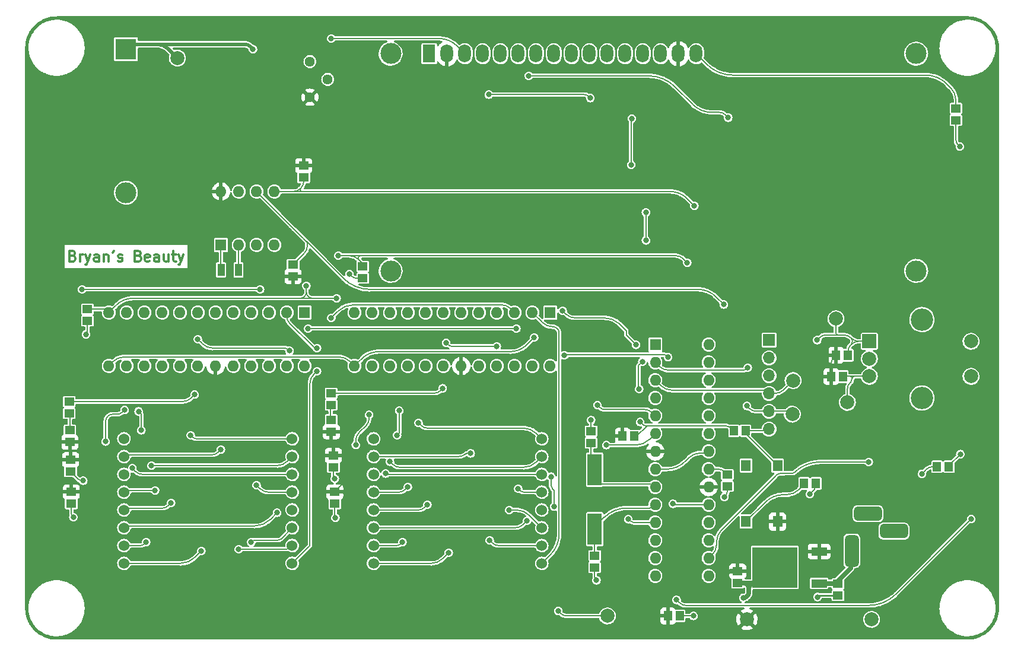
<source format=gbr>
%TF.GenerationSoftware,KiCad,Pcbnew,(6.0.5)*%
%TF.CreationDate,2022-07-20T19:53:58-04:00*%
%TF.ProjectId,Clock,436c6f63-6b2e-46b6-9963-61645f706362,rev?*%
%TF.SameCoordinates,PX4c4b400PY8a48640*%
%TF.FileFunction,Copper,L1,Top*%
%TF.FilePolarity,Positive*%
%FSLAX46Y46*%
G04 Gerber Fmt 4.6, Leading zero omitted, Abs format (unit mm)*
G04 Created by KiCad (PCBNEW (6.0.5)) date 2022-07-20 19:53:58*
%MOMM*%
%LPD*%
G01*
G04 APERTURE LIST*
G04 Aperture macros list*
%AMRoundRect*
0 Rectangle with rounded corners*
0 $1 Rounding radius*
0 $2 $3 $4 $5 $6 $7 $8 $9 X,Y pos of 4 corners*
0 Add a 4 corners polygon primitive as box body*
4,1,4,$2,$3,$4,$5,$6,$7,$8,$9,$2,$3,0*
0 Add four circle primitives for the rounded corners*
1,1,$1+$1,$2,$3*
1,1,$1+$1,$4,$5*
1,1,$1+$1,$6,$7*
1,1,$1+$1,$8,$9*
0 Add four rect primitives between the rounded corners*
20,1,$1+$1,$2,$3,$4,$5,0*
20,1,$1+$1,$4,$5,$6,$7,0*
20,1,$1+$1,$6,$7,$8,$9,0*
20,1,$1+$1,$8,$9,$2,$3,0*%
G04 Aperture macros list end*
%ADD10C,0.300000*%
%TA.AperFunction,NonConductor*%
%ADD11C,0.300000*%
%TD*%
%TA.AperFunction,SMDPad,CuDef*%
%ADD12R,1.400000X1.150000*%
%TD*%
%TA.AperFunction,SMDPad,CuDef*%
%ADD13R,1.000000X1.800000*%
%TD*%
%TA.AperFunction,SMDPad,CuDef*%
%ADD14R,1.150000X1.400000*%
%TD*%
%TA.AperFunction,ComponentPad*%
%ADD15R,1.600000X1.600000*%
%TD*%
%TA.AperFunction,ComponentPad*%
%ADD16O,1.600000X1.600000*%
%TD*%
%TA.AperFunction,ComponentPad*%
%ADD17C,3.200000*%
%TD*%
%TA.AperFunction,ComponentPad*%
%ADD18R,2.000000X2.000000*%
%TD*%
%TA.AperFunction,ComponentPad*%
%ADD19C,2.000000*%
%TD*%
%TA.AperFunction,ComponentPad*%
%ADD20C,1.524000*%
%TD*%
%TA.AperFunction,SMDPad,CuDef*%
%ADD21R,2.200000X1.200000*%
%TD*%
%TA.AperFunction,SMDPad,CuDef*%
%ADD22R,6.400000X5.800000*%
%TD*%
%TA.AperFunction,SMDPad,CuDef*%
%ADD23R,2.000000X4.500000*%
%TD*%
%TA.AperFunction,ComponentPad*%
%ADD24C,3.000000*%
%TD*%
%TA.AperFunction,ComponentPad*%
%ADD25R,1.800000X2.600000*%
%TD*%
%TA.AperFunction,ComponentPad*%
%ADD26O,1.800000X2.600000*%
%TD*%
%TA.AperFunction,ComponentPad*%
%ADD27C,1.440000*%
%TD*%
%TA.AperFunction,SMDPad,CuDef*%
%ADD28R,1.400000X1.600000*%
%TD*%
%TA.AperFunction,ComponentPad*%
%ADD29RoundRect,0.500000X-0.500000X1.750000X-0.500000X-1.750000X0.500000X-1.750000X0.500000X1.750000X0*%
%TD*%
%TA.AperFunction,ComponentPad*%
%ADD30RoundRect,0.500000X-1.500000X-0.500000X1.500000X-0.500000X1.500000X0.500000X-1.500000X0.500000X0*%
%TD*%
%TA.AperFunction,ComponentPad*%
%ADD31R,3.000000X3.000000*%
%TD*%
%TA.AperFunction,ComponentPad*%
%ADD32R,1.700000X1.700000*%
%TD*%
%TA.AperFunction,ComponentPad*%
%ADD33O,1.700000X1.700000*%
%TD*%
%TA.AperFunction,ViaPad*%
%ADD34C,0.812800*%
%TD*%
%TA.AperFunction,Conductor*%
%ADD35C,0.203200*%
%TD*%
%TA.AperFunction,Conductor*%
%ADD36C,0.635000*%
%TD*%
%TA.AperFunction,Conductor*%
%ADD37C,0.254000*%
%TD*%
%TA.AperFunction,Conductor*%
%ADD38C,0.508000*%
%TD*%
G04 APERTURE END LIST*
D10*
D11*
X7328571Y55307143D02*
X7542857Y55235715D01*
X7614285Y55164286D01*
X7685714Y55021429D01*
X7685714Y54807143D01*
X7614285Y54664286D01*
X7542857Y54592858D01*
X7400000Y54521429D01*
X6828571Y54521429D01*
X6828571Y56021429D01*
X7328571Y56021429D01*
X7471428Y55950000D01*
X7542857Y55878572D01*
X7614285Y55735715D01*
X7614285Y55592858D01*
X7542857Y55450000D01*
X7471428Y55378572D01*
X7328571Y55307143D01*
X6828571Y55307143D01*
X8328571Y54521429D02*
X8328571Y55521429D01*
X8328571Y55235715D02*
X8400000Y55378572D01*
X8471428Y55450000D01*
X8614285Y55521429D01*
X8757142Y55521429D01*
X9114285Y55521429D02*
X9471428Y54521429D01*
X9828571Y55521429D02*
X9471428Y54521429D01*
X9328571Y54164286D01*
X9257142Y54092858D01*
X9114285Y54021429D01*
X11042857Y54521429D02*
X11042857Y55307143D01*
X10971428Y55450000D01*
X10828571Y55521429D01*
X10542857Y55521429D01*
X10400000Y55450000D01*
X11042857Y54592858D02*
X10900000Y54521429D01*
X10542857Y54521429D01*
X10400000Y54592858D01*
X10328571Y54735715D01*
X10328571Y54878572D01*
X10400000Y55021429D01*
X10542857Y55092858D01*
X10900000Y55092858D01*
X11042857Y55164286D01*
X11757142Y55521429D02*
X11757142Y54521429D01*
X11757142Y55378572D02*
X11828571Y55450000D01*
X11971428Y55521429D01*
X12185714Y55521429D01*
X12328571Y55450000D01*
X12400000Y55307143D01*
X12400000Y54521429D01*
X13185714Y56021429D02*
X13042857Y55735715D01*
X13757142Y54592858D02*
X13900000Y54521429D01*
X14185714Y54521429D01*
X14328571Y54592858D01*
X14400000Y54735715D01*
X14400000Y54807143D01*
X14328571Y54950000D01*
X14185714Y55021429D01*
X13971428Y55021429D01*
X13828571Y55092858D01*
X13757142Y55235715D01*
X13757142Y55307143D01*
X13828571Y55450000D01*
X13971428Y55521429D01*
X14185714Y55521429D01*
X14328571Y55450000D01*
X16685714Y55307143D02*
X16900000Y55235715D01*
X16971428Y55164286D01*
X17042857Y55021429D01*
X17042857Y54807143D01*
X16971428Y54664286D01*
X16900000Y54592858D01*
X16757142Y54521429D01*
X16185714Y54521429D01*
X16185714Y56021429D01*
X16685714Y56021429D01*
X16828571Y55950000D01*
X16900000Y55878572D01*
X16971428Y55735715D01*
X16971428Y55592858D01*
X16900000Y55450000D01*
X16828571Y55378572D01*
X16685714Y55307143D01*
X16185714Y55307143D01*
X18257142Y54592858D02*
X18114285Y54521429D01*
X17828571Y54521429D01*
X17685714Y54592858D01*
X17614285Y54735715D01*
X17614285Y55307143D01*
X17685714Y55450000D01*
X17828571Y55521429D01*
X18114285Y55521429D01*
X18257142Y55450000D01*
X18328571Y55307143D01*
X18328571Y55164286D01*
X17614285Y55021429D01*
X19614285Y54521429D02*
X19614285Y55307143D01*
X19542857Y55450000D01*
X19400000Y55521429D01*
X19114285Y55521429D01*
X18971428Y55450000D01*
X19614285Y54592858D02*
X19471428Y54521429D01*
X19114285Y54521429D01*
X18971428Y54592858D01*
X18900000Y54735715D01*
X18900000Y54878572D01*
X18971428Y55021429D01*
X19114285Y55092858D01*
X19471428Y55092858D01*
X19614285Y55164286D01*
X20971428Y55521429D02*
X20971428Y54521429D01*
X20328571Y55521429D02*
X20328571Y54735715D01*
X20400000Y54592858D01*
X20542857Y54521429D01*
X20757142Y54521429D01*
X20900000Y54592858D01*
X20971428Y54664286D01*
X21471428Y55521429D02*
X22042857Y55521429D01*
X21685714Y56021429D02*
X21685714Y54735715D01*
X21757142Y54592858D01*
X21900000Y54521429D01*
X22042857Y54521429D01*
X22400000Y55521429D02*
X22757142Y54521429D01*
X23114285Y55521429D02*
X22757142Y54521429D01*
X22614285Y54164286D01*
X22542857Y54092858D01*
X22400000Y54021429D01*
D12*
%TO.P,C7,1*%
%TO.N,VCC*%
X44500000Y26800000D03*
%TO.P,C7,2*%
%TO.N,GND*%
X44500000Y25100000D03*
%TD*%
D13*
%TO.P,Y2,1,1*%
%TO.N,Net-(U4-Pad1)*%
X28468000Y53296000D03*
%TO.P,Y2,2,2*%
%TO.N,Net-(U4-Pad2)*%
X30968000Y53296000D03*
%TD*%
D14*
%TO.P,R1,1*%
%TO.N,VCC*%
X85774000Y29557000D03*
%TO.P,R1,2*%
%TO.N,~{RST}*%
X87474000Y29557000D03*
%TD*%
D12*
%TO.P,C8,1*%
%TO.N,VCC*%
X7100000Y21600000D03*
%TO.P,C8,2*%
%TO.N,GND*%
X7100000Y19900000D03*
%TD*%
D15*
%TO.P,U5,1,DIN*%
%TO.N,D1OD2I*%
X75453000Y47200000D03*
D16*
%TO.P,U5,2,DIG_0*%
%TO.N,Net-(D1-Pad9)*%
X72913000Y47200000D03*
%TO.P,U5,3,DIG_4*%
%TO.N,Net-(D1-Pad1)*%
X70373000Y47200000D03*
%TO.P,U5,4,GND*%
%TO.N,GND*%
X67833000Y47200000D03*
%TO.P,U5,5,DIG_6*%
%TO.N,Net-(D1-Pad2)*%
X65293000Y47200000D03*
%TO.P,U5,6,DIG_2*%
%TO.N,Net-(D1-Pad8)*%
X62753000Y47200000D03*
%TO.P,U5,7,DIG_3*%
%TO.N,Net-(D1-Pad12)*%
X60213000Y47200000D03*
%TO.P,U5,8,DIG_7*%
%TO.N,Net-(D1-Pad5)*%
X57673000Y47200000D03*
%TO.P,U5,9,GND*%
%TO.N,GND*%
X55133000Y47200000D03*
%TO.P,U5,10,DIG_5*%
%TO.N,Net-(D1-Pad7)*%
X52593000Y47200000D03*
%TO.P,U5,11,DIG_1*%
%TO.N,Net-(D1-Pad14)*%
X50053000Y47200000D03*
%TO.P,U5,12,LOAD*%
%TO.N,DATA MAX*%
X47513000Y47200000D03*
%TO.P,U5,13,CLK*%
%TO.N,SCK*%
X47513000Y39580000D03*
%TO.P,U5,14,SEG_A*%
%TO.N,Net-(D1-Pad3)*%
X50053000Y39580000D03*
%TO.P,U5,15,SEG_F*%
%TO.N,Net-(D1-Pad15)*%
X52593000Y39580000D03*
%TO.P,U5,16,SEG_B*%
%TO.N,Net-(D1-Pad4)*%
X55133000Y39580000D03*
%TO.P,U5,17,SEG_G*%
%TO.N,Net-(D1-Pad16)*%
X57673000Y39580000D03*
%TO.P,U5,18,ISET*%
%TO.N,Net-(R7-Pad2)*%
X60213000Y39580000D03*
%TO.P,U5,19,V+*%
%TO.N,VCC*%
X62753000Y39580000D03*
%TO.P,U5,20,SEG_C*%
%TO.N,Net-(D1-Pad10)*%
X65293000Y39580000D03*
%TO.P,U5,21,SEG_E*%
%TO.N,Net-(D1-Pad11)*%
X67833000Y39580000D03*
%TO.P,U5,22,SEG_DP*%
%TO.N,Net-(D1-Pad13)*%
X70373000Y39580000D03*
%TO.P,U5,23,SEG_D*%
%TO.N,Net-(D1-Pad6)*%
X72913000Y39580000D03*
%TO.P,U5,24,DOUT*%
%TO.N,Net-(DO_TP1-Pad1)*%
X75453000Y39580000D03*
%TD*%
D12*
%TO.P,C6,1*%
%TO.N,Net-(C6-Pad1)*%
X81798000Y12500000D03*
%TO.P,C6,2*%
%TO.N,GND*%
X81798000Y10800000D03*
%TD*%
D17*
%TO.P,SW1,*%
%TO.N,*%
X128500000Y46200000D03*
X128500000Y35000000D03*
D18*
%TO.P,SW1,A,A*%
%TO.N,ROT ENC A OUT*%
X121000000Y43100000D03*
D19*
%TO.P,SW1,B,B*%
%TO.N,ROT ENC B OUT*%
X121000000Y38100000D03*
%TO.P,SW1,C,C*%
%TO.N,GND*%
X121000000Y40600000D03*
%TO.P,SW1,S1,S1*%
%TO.N,ROT ENC SWITCH*%
X135500000Y38100000D03*
%TO.P,SW1,S2,S2*%
%TO.N,GND*%
X135500000Y43100000D03*
%TD*%
D20*
%TO.P,D2,1,R5*%
%TO.N,Net-(D2-Pad1)*%
X14618000Y29176000D03*
%TO.P,D2,2,R7*%
%TO.N,Net-(D2-Pad2)*%
X14618000Y26636000D03*
%TO.P,D2,3,C2*%
%TO.N,Net-(D2-Pad3)*%
X14618000Y24096000D03*
%TO.P,D2,4,C3*%
%TO.N,Net-(D2-Pad4)*%
X14618000Y21556000D03*
%TO.P,D2,5,R8*%
%TO.N,Net-(D2-Pad5)*%
X14618000Y19016000D03*
%TO.P,D2,6,C5*%
%TO.N,Net-(D2-Pad6)*%
X14618000Y16476000D03*
%TO.P,D2,7,R6*%
%TO.N,Net-(D2-Pad7)*%
X14618000Y13936000D03*
%TO.P,D2,8,R3*%
%TO.N,Net-(D2-Pad8)*%
X14618000Y11396000D03*
%TO.P,D2,9,R1*%
%TO.N,Net-(D2-Pad9)*%
X38618000Y11396000D03*
%TO.P,D2,10,C4*%
%TO.N,Net-(D2-Pad10)*%
X38618000Y13936000D03*
%TO.P,D2,11,C6*%
%TO.N,Net-(D2-Pad11)*%
X38618000Y16476000D03*
%TO.P,D2,12,R4*%
%TO.N,Net-(D2-Pad12)*%
X38618000Y19016000D03*
%TO.P,D2,13,C1*%
%TO.N,Net-(D2-Pad13)*%
X38618000Y21556000D03*
%TO.P,D2,14,R2*%
%TO.N,Net-(D2-Pad14)*%
X38618000Y24096000D03*
%TO.P,D2,15,C7*%
%TO.N,Net-(D2-Pad15)*%
X38618000Y26636000D03*
%TO.P,D2,16,C8*%
%TO.N,Net-(D2-Pad16)*%
X38618000Y29176000D03*
%TD*%
D12*
%TO.P,R9,1*%
%TO.N,Net-(R8-Pad2)*%
X6800000Y32800000D03*
%TO.P,R9,2*%
%TO.N,Net-(R9-Pad2)*%
X6800000Y34500000D03*
%TD*%
%TO.P,C1,1*%
%TO.N,Net-(C1-Pad1)*%
X100721000Y24096000D03*
%TO.P,C1,2*%
%TO.N,GND*%
X100721000Y22396000D03*
%TD*%
%TO.P,R6,1*%
%TO.N,VCC*%
X44200000Y30200000D03*
%TO.P,R6,2*%
%TO.N,Net-(R6-Pad2)*%
X44200000Y31900000D03*
%TD*%
D14*
%TO.P,C11,1*%
%TO.N,~{RST}*%
X101649000Y30319000D03*
%TO.P,C11,2*%
%TO.N,~{RESET BTN}*%
X103349000Y30319000D03*
%TD*%
D19*
%TO.P,A_TP1,1,1*%
%TO.N,ROT ENC A OUT*%
X116215000Y46321000D03*
%TD*%
D12*
%TO.P,C3,1*%
%TO.N,VCC*%
X102200000Y10300000D03*
%TO.P,C3,2*%
%TO.N,GND*%
X102200000Y8600000D03*
%TD*%
D21*
%TO.P,U1,1,IN*%
%TO.N,Net-(C2-Pad1)*%
X113825000Y8545000D03*
D22*
%TO.P,U1,2,GND*%
%TO.N,GND*%
X107525000Y10825000D03*
D21*
%TO.P,U1,3,OUT*%
%TO.N,VCC*%
X113825000Y13105000D03*
%TD*%
D12*
%TO.P,C10,1*%
%TO.N,VCC*%
X7000000Y26200000D03*
%TO.P,C10,2*%
%TO.N,GND*%
X7000000Y24500000D03*
%TD*%
D14*
%TO.P,C4,1*%
%TO.N,VCC*%
X92251000Y3903000D03*
%TO.P,C4,2*%
%TO.N,GND*%
X93951000Y3903000D03*
%TD*%
D19*
%TO.P,DO_TP1,1,1*%
%TO.N,Net-(DO_TP1-Pad1)*%
X83600000Y3900000D03*
%TD*%
D12*
%TO.P,C9,1*%
%TO.N,VCC*%
X44700000Y21600000D03*
%TO.P,C9,2*%
%TO.N,GND*%
X44700000Y19900000D03*
%TD*%
%TO.P,R12,1*%
%TO.N,VCC*%
X38745000Y52368000D03*
%TO.P,R12,2*%
%TO.N,A5 SCK*%
X38745000Y54068000D03*
%TD*%
D23*
%TO.P,Y1,1,1*%
%TO.N,Net-(C5-Pad1)*%
X81798000Y24790000D03*
%TO.P,Y1,2,2*%
%TO.N,Net-(C6-Pad1)*%
X81798000Y16290000D03*
%TD*%
D19*
%TO.P,TX_TP1,1,1*%
%TO.N,TXD*%
X110100000Y37500000D03*
%TD*%
D12*
%TO.P,R11,1*%
%TO.N,Net-(DS1-Pad16)*%
X133350000Y76350000D03*
%TO.P,R11,2*%
%TO.N,GND*%
X133350000Y74650000D03*
%TD*%
%TO.P,R4,1*%
%TO.N,DATA MAX*%
X48700000Y53800000D03*
%TO.P,R4,2*%
%TO.N,GND*%
X48700000Y52100000D03*
%TD*%
D19*
%TO.P,VCC_TP1,1,1*%
%TO.N,VCC*%
X103515000Y3395000D03*
%TD*%
D12*
%TO.P,C5,1*%
%TO.N,Net-(C5-Pad1)*%
X81290000Y28580000D03*
%TO.P,C5,2*%
%TO.N,GND*%
X81290000Y30280000D03*
%TD*%
D15*
%TO.P,U6,1,DIN*%
%TO.N,LOAD MAX*%
X40396000Y47210000D03*
D16*
%TO.P,U6,2,DIG_0*%
%TO.N,Net-(D2-Pad9)*%
X37856000Y47210000D03*
%TO.P,U6,3,DIG_4*%
%TO.N,Net-(D2-Pad1)*%
X35316000Y47210000D03*
%TO.P,U6,4,GND*%
%TO.N,GND*%
X32776000Y47210000D03*
%TO.P,U6,5,DIG_6*%
%TO.N,Net-(D2-Pad2)*%
X30236000Y47210000D03*
%TO.P,U6,6,DIG_2*%
%TO.N,Net-(D2-Pad8)*%
X27696000Y47210000D03*
%TO.P,U6,7,DIG_3*%
%TO.N,Net-(D2-Pad12)*%
X25156000Y47210000D03*
%TO.P,U6,8,DIG_7*%
%TO.N,Net-(D2-Pad5)*%
X22616000Y47210000D03*
%TO.P,U6,9,GND*%
%TO.N,GND*%
X20076000Y47210000D03*
%TO.P,U6,10,DIG_5*%
%TO.N,Net-(D2-Pad7)*%
X17536000Y47210000D03*
%TO.P,U6,11,DIG_1*%
%TO.N,Net-(D2-Pad14)*%
X14996000Y47210000D03*
%TO.P,U6,12,LOAD*%
%TO.N,DATA MAX*%
X12456000Y47210000D03*
%TO.P,U6,13,CLK*%
%TO.N,SCK*%
X12456000Y39590000D03*
%TO.P,U6,14,SEG_A*%
%TO.N,Net-(D2-Pad3)*%
X14996000Y39590000D03*
%TO.P,U6,15,SEG_F*%
%TO.N,Net-(D2-Pad15)*%
X17536000Y39590000D03*
%TO.P,U6,16,SEG_B*%
%TO.N,Net-(D2-Pad4)*%
X20076000Y39590000D03*
%TO.P,U6,17,SEG_G*%
%TO.N,Net-(D2-Pad16)*%
X22616000Y39590000D03*
%TO.P,U6,18,ISET*%
%TO.N,Net-(R9-Pad2)*%
X25156000Y39590000D03*
%TO.P,U6,19,V+*%
%TO.N,VCC*%
X27696000Y39590000D03*
%TO.P,U6,20,SEG_C*%
%TO.N,Net-(D2-Pad10)*%
X30236000Y39590000D03*
%TO.P,U6,21,SEG_E*%
%TO.N,Net-(D2-Pad11)*%
X32776000Y39590000D03*
%TO.P,U6,22,SEG_DP*%
%TO.N,Net-(D2-Pad13)*%
X35316000Y39590000D03*
%TO.P,U6,23,SEG_D*%
%TO.N,Net-(D2-Pad6)*%
X37856000Y39590000D03*
%TO.P,U6,24,DOUT*%
%TO.N,D1OD2I*%
X40396000Y39590000D03*
%TD*%
D19*
%TO.P,RX_TP1,1,1*%
%TO.N,RXD*%
X110000000Y32700000D03*
%TD*%
%TO.P,B_TP1,1,1*%
%TO.N,ROT ENC B OUT*%
X117866000Y34383000D03*
%TD*%
D12*
%TO.P,R13,1*%
%TO.N,VCC*%
X40269000Y68165000D03*
%TO.P,R13,2*%
%TO.N,A4 SDA*%
X40269000Y66465000D03*
%TD*%
D24*
%TO.P,DS1,*%
%TO.N,*%
X127680000Y84157500D03*
X52680900Y53156800D03*
X52680900Y84157500D03*
X127679480Y53156800D03*
D25*
%TO.P,DS1,1,VSS*%
%TO.N,GND*%
X58180000Y84157500D03*
D26*
%TO.P,DS1,2,VDD*%
%TO.N,VCC*%
X60720000Y84157500D03*
%TO.P,DS1,3,VO*%
%TO.N,Net-(DS1-Pad3)*%
X63260000Y84157500D03*
%TO.P,DS1,4,RS*%
%TO.N,LCD RS*%
X65800000Y84157500D03*
%TO.P,DS1,5,R/W*%
%TO.N,GND*%
X68340000Y84157500D03*
%TO.P,DS1,6,E*%
%TO.N,LCD E*%
X70880000Y84157500D03*
%TO.P,DS1,7,D0*%
%TO.N,unconnected-(DS1-Pad7)*%
X73420000Y84157500D03*
%TO.P,DS1,8,D1*%
%TO.N,unconnected-(DS1-Pad8)*%
X75960000Y84157500D03*
%TO.P,DS1,9,D2*%
%TO.N,unconnected-(DS1-Pad9)*%
X78500000Y84157500D03*
%TO.P,DS1,10,D3*%
%TO.N,unconnected-(DS1-Pad10)*%
X81040000Y84157500D03*
%TO.P,DS1,11,D4*%
%TO.N,LCD D4*%
X83580000Y84157500D03*
%TO.P,DS1,12,D5*%
%TO.N,LCD D5*%
X86120000Y84157500D03*
%TO.P,DS1,13,D6*%
%TO.N,LCD D6*%
X88660000Y84157500D03*
%TO.P,DS1,14,D7*%
%TO.N,LCD D7*%
X91200000Y84157500D03*
%TO.P,DS1,15,LED(+)*%
%TO.N,VCC*%
X93740000Y84157500D03*
%TO.P,DS1,16,LED(-)*%
%TO.N,Net-(DS1-Pad16)*%
X96280000Y84157500D03*
%TD*%
D12*
%TO.P,R5,1*%
%TO.N,DATA MAX*%
X9400000Y47700000D03*
%TO.P,R5,2*%
%TO.N,GND*%
X9400000Y46000000D03*
%TD*%
D14*
%TO.P,R2,1*%
%TO.N,VCC*%
X115531000Y38066000D03*
%TO.P,R2,2*%
%TO.N,ROT ENC B OUT*%
X117231000Y38066000D03*
%TD*%
D15*
%TO.P,U4,1,X1*%
%TO.N,Net-(U4-Pad1)*%
X28458000Y56862000D03*
D16*
%TO.P,U4,2,X2*%
%TO.N,Net-(U4-Pad2)*%
X30998000Y56862000D03*
%TO.P,U4,3,VBAT*%
%TO.N,VBAT*%
X33538000Y56862000D03*
%TO.P,U4,4,GND*%
%TO.N,GND*%
X36078000Y56862000D03*
%TO.P,U4,5,SDA*%
%TO.N,A4 SDA*%
X36078000Y64482000D03*
%TO.P,U4,6,SCL*%
%TO.N,A5 SCK*%
X33538000Y64482000D03*
%TO.P,U4,7,SQW/OUT*%
%TO.N,unconnected-(U4-Pad7)*%
X30998000Y64482000D03*
%TO.P,U4,8,VCC*%
%TO.N,VCC*%
X28458000Y64482000D03*
%TD*%
D14*
%TO.P,C12,1*%
%TO.N,GND*%
X130650000Y25200000D03*
%TO.P,C12,2*%
%TO.N,ROT ENC SWITCH*%
X132350000Y25200000D03*
%TD*%
D27*
%TO.P,RV1,1,1*%
%TO.N,VCC*%
X41158000Y77944000D03*
%TO.P,RV1,2,2*%
%TO.N,Net-(DS1-Pad3)*%
X43698000Y80484000D03*
%TO.P,RV1,3,3*%
%TO.N,GND*%
X41158000Y83024000D03*
%TD*%
D19*
%TO.P,VBAT_TP1,1,1*%
%TO.N,VBAT*%
X22235000Y83532000D03*
%TD*%
%TO.P,TP_GND1,1,1*%
%TO.N,GND*%
X121300000Y3400000D03*
%TD*%
D12*
%TO.P,C2,1*%
%TO.N,Net-(C2-Pad1)*%
X116500000Y8500000D03*
%TO.P,C2,2*%
%TO.N,GND*%
X116500000Y6800000D03*
%TD*%
%TO.P,R8,1*%
%TO.N,VCC*%
X6900000Y28700000D03*
%TO.P,R8,2*%
%TO.N,Net-(R8-Pad2)*%
X6900000Y30400000D03*
%TD*%
D15*
%TO.P,U2,1,~{RESET}/PC6*%
%TO.N,~{RST}*%
X90444000Y42628000D03*
D16*
%TO.P,U2,2,PD0*%
%TO.N,RXD*%
X90444000Y40088000D03*
%TO.P,U2,3,PD1*%
%TO.N,TXD*%
X90444000Y37548000D03*
%TO.P,U2,4,PD2*%
%TO.N,LOAD MAX*%
X90444000Y35008000D03*
%TO.P,U2,5,PD3*%
%TO.N,LCD RS*%
X90444000Y32468000D03*
%TO.P,U2,6,PD4*%
%TO.N,LCD D4*%
X90444000Y29928000D03*
%TO.P,U2,7,VCC*%
%TO.N,VCC*%
X90444000Y27388000D03*
%TO.P,U2,8,GND*%
%TO.N,GND*%
X90444000Y24848000D03*
%TO.P,U2,9,XTAL1/PB6*%
%TO.N,Net-(C5-Pad1)*%
X90444000Y22308000D03*
%TO.P,U2,10,XTAL2/PB7*%
%TO.N,Net-(C6-Pad1)*%
X90444000Y19768000D03*
%TO.P,U2,11,PD5*%
%TO.N,LCD D5*%
X90444000Y17228000D03*
%TO.P,U2,12,PD6*%
%TO.N,LCD D6*%
X90444000Y14688000D03*
%TO.P,U2,13,PD7*%
%TO.N,LCD D7*%
X90444000Y12148000D03*
%TO.P,U2,14,PB0*%
%TO.N,ROT ENC SWITCH*%
X90444000Y9608000D03*
%TO.P,U2,15,PB1*%
%TO.N,ROT ENC A OUT*%
X98064000Y9608000D03*
%TO.P,U2,16,PB2*%
%TO.N,ROT ENC B OUT*%
X98064000Y12148000D03*
%TO.P,U2,17,PB3*%
%TO.N,DATA MAX*%
X98064000Y14688000D03*
%TO.P,U2,18,PB4*%
%TO.N,LCD E*%
X98064000Y17228000D03*
%TO.P,U2,19,PB5*%
%TO.N,SCK*%
X98064000Y19768000D03*
%TO.P,U2,20,AVCC*%
%TO.N,VCC*%
X98064000Y22308000D03*
%TO.P,U2,21,AREF*%
%TO.N,Net-(C1-Pad1)*%
X98064000Y24848000D03*
%TO.P,U2,22,GND*%
%TO.N,GND*%
X98064000Y27388000D03*
%TO.P,U2,23,PC0*%
%TO.N,unconnected-(U2-Pad23)*%
X98064000Y29928000D03*
%TO.P,U2,24,PC1*%
%TO.N,unconnected-(U2-Pad24)*%
X98064000Y32468000D03*
%TO.P,U2,25,PC2*%
%TO.N,unconnected-(U2-Pad25)*%
X98064000Y35008000D03*
%TO.P,U2,26,PC3*%
%TO.N,unconnected-(U2-Pad26)*%
X98064000Y37548000D03*
%TO.P,U2,27,PC4*%
%TO.N,A4 SDA*%
X98064000Y40088000D03*
%TO.P,U2,28,PC5*%
%TO.N,A5 SCK*%
X98064000Y42628000D03*
%TD*%
D28*
%TO.P,SW2,1,A*%
%TO.N,~{RESET BTN}*%
X107888000Y25366000D03*
%TO.P,SW2,2,A*%
%TO.N,VCC*%
X107888000Y17366000D03*
%TO.P,SW2,3,B*%
%TO.N,unconnected-(SW2-Pad3)*%
X103388000Y25366000D03*
%TO.P,SW2,4,B*%
%TO.N,Net-(R10-Pad2)*%
X103388000Y17366000D03*
%TD*%
D14*
%TO.P,R10,1*%
%TO.N,GND*%
X113382000Y22826000D03*
%TO.P,R10,2*%
%TO.N,Net-(R10-Pad2)*%
X111682000Y22826000D03*
%TD*%
D12*
%TO.P,R7,1*%
%TO.N,Net-(R6-Pad2)*%
X44200000Y34000000D03*
%TO.P,R7,2*%
%TO.N,Net-(R7-Pad2)*%
X44200000Y35700000D03*
%TD*%
D14*
%TO.P,R3,1*%
%TO.N,ROT ENC A OUT*%
X117954000Y41114000D03*
%TO.P,R3,2*%
%TO.N,VCC*%
X116254000Y41114000D03*
%TD*%
D20*
%TO.P,D1,1,R5*%
%TO.N,Net-(D1-Pad1)*%
X50240000Y29176000D03*
%TO.P,D1,2,R7*%
%TO.N,Net-(D1-Pad2)*%
X50240000Y26636000D03*
%TO.P,D1,3,C2*%
%TO.N,Net-(D1-Pad3)*%
X50240000Y24096000D03*
%TO.P,D1,4,C3*%
%TO.N,Net-(D1-Pad4)*%
X50240000Y21556000D03*
%TO.P,D1,5,R8*%
%TO.N,Net-(D1-Pad5)*%
X50240000Y19016000D03*
%TO.P,D1,6,C5*%
%TO.N,Net-(D1-Pad6)*%
X50240000Y16476000D03*
%TO.P,D1,7,R6*%
%TO.N,Net-(D1-Pad7)*%
X50240000Y13936000D03*
%TO.P,D1,8,R3*%
%TO.N,Net-(D1-Pad8)*%
X50240000Y11396000D03*
%TO.P,D1,9,R1*%
%TO.N,Net-(D1-Pad9)*%
X74240000Y11396000D03*
%TO.P,D1,10,C4*%
%TO.N,Net-(D1-Pad10)*%
X74240000Y13936000D03*
%TO.P,D1,11,C6*%
%TO.N,Net-(D1-Pad11)*%
X74240000Y16476000D03*
%TO.P,D1,12,R4*%
%TO.N,Net-(D1-Pad12)*%
X74240000Y19016000D03*
%TO.P,D1,13,C1*%
%TO.N,Net-(D1-Pad13)*%
X74240000Y21556000D03*
%TO.P,D1,14,R2*%
%TO.N,Net-(D1-Pad14)*%
X74240000Y24096000D03*
%TO.P,D1,15,C7*%
%TO.N,Net-(D1-Pad15)*%
X74240000Y26636000D03*
%TO.P,D1,16,C8*%
%TO.N,Net-(D1-Pad16)*%
X74240000Y29176000D03*
%TD*%
D29*
%TO.P,J1,1,POLE*%
%TO.N,Net-(C2-Pad1)*%
X118500000Y13200000D03*
D30*
%TO.P,J1,2,OUT*%
%TO.N,GND*%
X120800000Y18500000D03*
%TO.P,J1,3,OUT*%
%TO.N,unconnected-(J1-Pad3)*%
X124500000Y16000000D03*
%TD*%
D31*
%TO.P,BT1,1,+*%
%TO.N,VBAT*%
X14900000Y84800000D03*
D24*
%TO.P,BT1,2,-*%
%TO.N,GND*%
X14900000Y64310000D03*
%TD*%
D32*
%TO.P,J2,1,Pin_1*%
%TO.N,GND*%
X106690000Y43273000D03*
D33*
%TO.P,J2,2,Pin_2*%
X106690000Y40733000D03*
%TO.P,J2,3,Pin_3*%
%TO.N,unconnected-(J2-Pad3)*%
X106690000Y38193000D03*
%TO.P,J2,4,Pin_4*%
%TO.N,TXD*%
X106690000Y35653000D03*
%TO.P,J2,5,Pin_5*%
%TO.N,RXD*%
X106690000Y33113000D03*
%TO.P,J2,6,Pin_6*%
%TO.N,~{RESET BTN}*%
X106690000Y30573000D03*
%TD*%
D34*
%TO.N,Net-(D1-Pad7)*%
X53900000Y33200000D03*
X53600000Y29700000D03*
%TO.N,LCD D6*%
X89100000Y57500000D03*
X89100000Y61500000D03*
%TO.N,LCD D5*%
X87000000Y68300000D03*
X87100000Y74900000D03*
X86600000Y17700000D03*
%TO.N,LCD D4*%
X83449000Y28287000D03*
%TO.N,LCD E*%
X100848000Y75023000D03*
X72400000Y80992000D03*
%TO.N,GND*%
X81290000Y31843000D03*
X44700000Y23500000D03*
X7400000Y18000000D03*
X112500000Y21300000D03*
X44800000Y17900000D03*
X113600000Y6600000D03*
X95895000Y3903000D03*
X133900000Y70900000D03*
X128500000Y24200000D03*
X82052000Y8983000D03*
X103000000Y6500000D03*
X46800000Y52700000D03*
X9200000Y44100000D03*
X8800000Y23200000D03*
X100300000Y20900000D03*
%TO.N,LCD RS*%
X66685000Y78325000D03*
X82179000Y34002000D03*
X81163000Y77817000D03*
%TO.N,VCC*%
X63000000Y28700000D03*
X100200000Y7600000D03*
X27700000Y31000000D03*
%TO.N,ROT ENC SWITCH*%
X93482000Y6189000D03*
X135519000Y17746000D03*
X133975000Y27000000D03*
%TO.N,Net-(R7-Pad2)*%
X60100000Y36400000D03*
%TO.N,DATA MAX*%
X95006000Y54322000D03*
X45222000Y55338000D03*
X44968000Y49242000D03*
X40650000Y51020000D03*
%TO.N,~{RST}*%
X88600000Y40200000D03*
X88275000Y31589000D03*
X88148000Y36288000D03*
%TO.N,RXD*%
X103515000Y33875000D03*
X103642000Y39336000D03*
%TO.N,Net-(D2-Pad1)*%
X8646000Y50512000D03*
X34046000Y50512000D03*
%TO.N,Net-(D2-Pad2)*%
X28458000Y27652000D03*
%TO.N,Net-(D2-Pad3)*%
X14700000Y33300000D03*
X12000000Y28800000D03*
%TO.N,Net-(D2-Pad4)*%
X19060000Y21810000D03*
%TO.N,Net-(D2-Pad5)*%
X21346000Y20032000D03*
%TO.N,Net-(D2-Pad6)*%
X36459000Y18635000D03*
%TO.N,Net-(D2-Pad7)*%
X17100000Y30400000D03*
X17790000Y14444000D03*
X16700000Y33100000D03*
%TO.N,Net-(D2-Pad8)*%
X25664000Y13174000D03*
%TO.N,Net-(D2-Pad9)*%
X42174000Y42130000D03*
X42174000Y38828000D03*
%TO.N,Net-(D2-Pad10)*%
X30998000Y13428000D03*
%TO.N,Net-(D2-Pad11)*%
X32776000Y14444000D03*
%TO.N,Net-(D2-Pad12)*%
X25156000Y43400000D03*
X38237000Y41749000D03*
%TO.N,Net-(D2-Pad13)*%
X33538000Y22572000D03*
%TO.N,Net-(D2-Pad14)*%
X15809300Y24985966D03*
%TO.N,Net-(D2-Pad15)*%
X18552000Y25366000D03*
%TO.N,Net-(D2-Pad16)*%
X24140000Y29684000D03*
%TO.N,A4 SDA*%
X96022000Y62450000D03*
%TO.N,A5 SCK*%
X100213000Y48353000D03*
%TO.N,VBAT*%
X33030000Y84802000D03*
%TO.N,ROT ENC A OUT*%
X113548000Y43273000D03*
%TO.N,ROT ENC B OUT*%
X120914000Y25874000D03*
%TO.N,LOAD MAX*%
X87700000Y42600000D03*
X77226000Y47464000D03*
%TO.N,SCK*%
X92974000Y19905000D03*
X77480000Y41114000D03*
X73162000Y43654000D03*
X92259011Y40860000D03*
%TO.N,D1OD2I*%
X40904000Y44924000D03*
X70622000Y44924000D03*
%TO.N,Net-(D1-Pad1)*%
X44206000Y46448000D03*
%TO.N,Net-(D1-Pad2)*%
X64100000Y27100000D03*
%TO.N,Net-(D1-Pad3)*%
X49600000Y32600000D03*
X47700000Y28300000D03*
%TO.N,Net-(D1-Pad4)*%
X55128000Y22318000D03*
%TO.N,Net-(D1-Pad5)*%
X57922000Y19778000D03*
%TO.N,Net-(D1-Pad6)*%
X72146000Y17492000D03*
%TO.N,Net-(D1-Pad7)*%
X54366000Y14444000D03*
%TO.N,Net-(D1-Pad8)*%
X60970000Y12920000D03*
%TO.N,Net-(D1-Pad10)*%
X66812000Y14698000D03*
%TO.N,Net-(D1-Pad11)*%
X69606000Y19016000D03*
%TO.N,Net-(D1-Pad12)*%
X67828000Y42384000D03*
X60589000Y42892000D03*
%TO.N,Net-(D1-Pad13)*%
X70876000Y22064000D03*
%TO.N,Net-(D1-Pad14)*%
X51953000Y24223000D03*
%TO.N,Net-(D1-Pad15)*%
X52588000Y25925300D03*
%TO.N,Net-(D1-Pad16)*%
X56652000Y31462000D03*
%TO.N,Net-(R9-Pad2)*%
X24700000Y35500000D03*
%TO.N,Net-(DO_TP1-Pad1)*%
X76007300Y19500000D03*
X76600000Y4600000D03*
X75574766Y23782436D03*
%TO.N,Net-(DS1-Pad3)*%
X44206000Y86326000D03*
%TD*%
D35*
%TO.N,Net-(D1-Pad7)*%
X53900000Y30000000D02*
X53900000Y33200000D01*
X53600000Y29700000D02*
X53900000Y30000000D01*
%TO.N,VCC*%
X18848347Y27702311D02*
X12057498Y27702311D01*
X26857711Y31000000D02*
X26841612Y30983901D01*
X11451154Y27451157D02*
G75*
G02*
X12057498Y27702311I606346J-606357D01*
G01*
X18848347Y27702291D02*
G75*
G03*
X22696103Y29296105I-47J5441609D01*
G01*
X26680051Y30954000D02*
X25604000Y30954000D01*
X23470110Y30070123D02*
G75*
G02*
X25604000Y30954000I2133890J-2133923D01*
G01*
X26680051Y30954001D02*
G75*
G03*
X26841612Y30983902I-6751J487899D01*
G01*
X23470116Y30070117D02*
X22696103Y29296105D01*
X27700000Y31000000D02*
X26857711Y31000000D01*
%TO.N,Net-(D2-Pad7)*%
X17100000Y32700000D02*
X17100000Y30400000D01*
X16700000Y33100000D02*
X17100000Y32700000D01*
%TO.N,LCD D6*%
X89100000Y57500000D02*
X89100000Y61500000D01*
%TO.N,LCD D5*%
X87405754Y17228000D02*
X90444000Y17228000D01*
X87000000Y68300000D02*
X87000000Y74800000D01*
X87000000Y74800000D02*
X87100000Y74900000D01*
X86836000Y17464000D02*
X86600000Y17700000D01*
X87405754Y17227982D02*
G75*
G02*
X86836001Y17464001I46J805818D01*
G01*
%TO.N,LCD D4*%
X83449000Y28287000D02*
X87642637Y28287000D01*
X89623500Y29107500D02*
X90444000Y29928000D01*
X89623489Y29107511D02*
G75*
G02*
X87642637Y28287000I-1980889J1980889D01*
G01*
%TO.N,LCD E*%
X89450036Y80992000D02*
X72400000Y80992000D01*
X100848000Y75023000D02*
X100467000Y75404000D01*
X99547184Y75785000D02*
X98498500Y75785000D01*
X93297792Y79398208D02*
X95788467Y76907533D01*
X95788460Y76907526D02*
G75*
G03*
X98498500Y75785000I2710040J2710074D01*
G01*
X100467005Y75404005D02*
G75*
G03*
X99547184Y75785000I-919805J-919805D01*
G01*
X89450036Y80992010D02*
G75*
G02*
X93297791Y79398207I-36J-5441610D01*
G01*
%TO.N,GND*%
X95895000Y3903000D02*
X93951000Y3903000D01*
X9400000Y46000000D02*
X9400000Y44300000D01*
X44500000Y23841422D02*
X44500000Y25100000D01*
D36*
X103800000Y7850000D02*
X103800000Y7141422D01*
D35*
X100721000Y21618692D02*
X100721000Y22396000D01*
X133350000Y71838909D02*
X133350000Y74650000D01*
X95214409Y26463410D02*
X94714460Y25963462D01*
D36*
X103700000Y6900000D02*
X103500000Y6700000D01*
X105830330Y9130331D02*
X107525000Y10825000D01*
D35*
X82052000Y8983000D02*
X81925000Y9110000D01*
X9400000Y44300000D02*
X9200000Y44100000D01*
X92021500Y24848000D02*
X90444000Y24848000D01*
X46800000Y52700000D02*
X47100000Y52400000D01*
X8123223Y23376777D02*
X7000000Y24500000D01*
D36*
X103406066Y6606067D02*
X103500000Y6700000D01*
D35*
X100300000Y20900000D02*
X100510500Y21110500D01*
X47824264Y52100000D02*
X48700000Y52100000D01*
X113382000Y22504000D02*
X113382000Y22826000D01*
X97942000Y27266000D02*
X98064000Y27388000D01*
D36*
X103150000Y6500000D02*
X103000000Y6500000D01*
D35*
X130075000Y25200000D02*
X130650000Y25200000D01*
X133625000Y71175000D02*
X133900000Y70900000D01*
D36*
X103050000Y8600000D02*
X104550000Y8600000D01*
D35*
X7400000Y18000000D02*
X7250000Y18150000D01*
D37*
X113700000Y6700000D02*
X113600000Y6600000D01*
D35*
X44750000Y17950000D02*
X44800000Y17900000D01*
D37*
X113941421Y6800000D02*
X116500000Y6800000D01*
D35*
X81290000Y31843000D02*
X81290000Y30280000D01*
X81798000Y9416606D02*
X81798000Y10800000D01*
X96857500Y27144000D02*
X97647465Y27144000D01*
X7100000Y18512133D02*
X7100000Y19900000D01*
X112500000Y21300000D02*
X113154311Y21954312D01*
X129093413Y24793414D02*
X128500000Y24200000D01*
X44700000Y18070711D02*
X44700000Y19900000D01*
X44600000Y23600000D02*
X44700000Y23500000D01*
X8550000Y23200000D02*
X8800000Y23200000D01*
D36*
X103050000Y8600000D02*
X102200000Y8600000D01*
D35*
X133624997Y71174997D02*
G75*
G02*
X133350000Y71838909I663903J663903D01*
G01*
X44749997Y17949997D02*
G75*
G02*
X44700000Y18070711I120703J120703D01*
G01*
X97647465Y27144015D02*
G75*
G03*
X97941999Y27266001I35J416485D01*
G01*
D37*
X113699994Y6700006D02*
G75*
G02*
X113941421Y6800000I241406J-241406D01*
G01*
D36*
X103150000Y6499992D02*
G75*
G03*
X103406066Y6606067I0J362108D01*
G01*
D35*
X8550000Y23200014D02*
G75*
G02*
X8123223Y23376777I0J603586D01*
G01*
X7249991Y18149991D02*
G75*
G02*
X7100000Y18512133I362109J362109D01*
G01*
X81924998Y9109998D02*
G75*
G02*
X81798000Y9416606I306602J306602D01*
G01*
X96857500Y27143995D02*
G75*
G03*
X95214409Y26463410I0J-2323695D01*
G01*
X47824264Y52099986D02*
G75*
G02*
X47100001Y52400001I36J1024314D01*
G01*
D36*
X103800000Y7850000D02*
G75*
G02*
X104550000Y8600000I750000J0D01*
G01*
X104550000Y8600013D02*
G75*
G03*
X105830330Y9130331I0J1810687D01*
G01*
D35*
X44599994Y23599994D02*
G75*
G02*
X44500000Y23841422I241406J241406D01*
G01*
X113154316Y21954307D02*
G75*
G03*
X113382000Y22504000I-549716J549693D01*
G01*
X100510498Y21110502D02*
G75*
G03*
X100721000Y21618692I-508198J508198D01*
G01*
X92021500Y24847996D02*
G75*
G03*
X94714459Y25963463I0J3808404D01*
G01*
X129093408Y24793419D02*
G75*
G02*
X130075000Y25200000I981592J-981619D01*
G01*
D36*
X103700006Y6899994D02*
G75*
G03*
X103800000Y7141422I-241406J241406D01*
G01*
X103050000Y8600000D02*
G75*
G02*
X103800000Y7850000I0J-750000D01*
G01*
D35*
%TO.N,LCD RS*%
X80295789Y78325000D02*
X66685000Y78325000D01*
X82179000Y34002000D02*
X82496500Y33684500D01*
X80909000Y78071000D02*
X81163000Y77817000D01*
X88909311Y33367000D02*
X83263012Y33367000D01*
X89994500Y32917500D02*
X90444000Y32468000D01*
X82496496Y33684496D02*
G75*
G03*
X83263012Y33367000I766504J766504D01*
G01*
X88909311Y33367004D02*
G75*
G02*
X89994500Y32917500I-11J-1534704D01*
G01*
X80295789Y78324995D02*
G75*
G02*
X80908999Y78070999I11J-867195D01*
G01*
%TO.N,VCC*%
X48301155Y27501156D02*
X48135355Y27335356D01*
X48100000Y27250000D02*
X48100000Y27350000D01*
X10948844Y26948845D02*
X11451155Y27451156D01*
X7652549Y21600000D02*
X7100000Y21600000D01*
X10699999Y26700001D02*
X10948844Y26948845D01*
X48064644Y27364645D02*
X47800000Y27100000D01*
X48100000Y26150000D02*
X48100000Y27250000D01*
X9492893Y26200000D02*
X7000000Y26200000D01*
X115531000Y39879762D02*
X115531000Y38066000D01*
X11200000Y25897451D02*
X11200000Y26844813D01*
D36*
X101335226Y10300000D02*
X102200000Y10300000D01*
D35*
X61296838Y27702311D02*
X48786787Y27702311D01*
X47286827Y24186828D02*
X44700000Y21600000D01*
X47075735Y26800000D02*
X44500000Y26800000D01*
D36*
X100200000Y9164774D02*
X100200000Y7600000D01*
D35*
X62501155Y28201156D02*
X63000000Y28700000D01*
X115892500Y40752500D02*
X116254000Y41114000D01*
X10278958Y23673861D02*
X8595809Y21990712D01*
X9492893Y26200005D02*
G75*
G03*
X10699998Y26700002I7J1707095D01*
G01*
D36*
X100200011Y9164774D02*
G75*
G02*
X100532500Y9967500I1135189J26D01*
G01*
D35*
X10278927Y23673892D02*
G75*
G03*
X11200000Y25897451I-2223527J2223608D01*
G01*
X47075735Y26799986D02*
G75*
G03*
X47799999Y27100001I-35J1024314D01*
G01*
X10948879Y26948810D02*
G75*
G02*
X11200000Y26844813I104021J-104010D01*
G01*
X48135343Y27335368D02*
G75*
G02*
X48100000Y27350000I-14643J14632D01*
G01*
X61296838Y27702293D02*
G75*
G03*
X62501155Y28201156I-38J1703207D01*
G01*
X7652549Y21599975D02*
G75*
G03*
X8595809Y21990712I-49J1334025D01*
G01*
D36*
X100532492Y9967508D02*
G75*
G02*
X101335226Y10300000I802708J-802708D01*
G01*
D35*
X11199991Y26844813D02*
G75*
G02*
X11451155Y27451156I857509J-13D01*
G01*
X48301157Y27501154D02*
G75*
G02*
X48786787Y27702311I485643J-485654D01*
G01*
X115531016Y39879762D02*
G75*
G02*
X115892500Y40752500I1234184J38D01*
G01*
X48099997Y27250000D02*
G75*
G02*
X48135356Y27335355I120703J0D01*
G01*
X47286818Y24186837D02*
G75*
G03*
X48100000Y26150000I-1963118J1963163D01*
G01*
X48064657Y27364632D02*
G75*
G02*
X48100000Y27350000I14643J-14632D01*
G01*
%TO.N,Net-(C5-Pad1)*%
X81798000Y24430790D02*
X81798000Y24069100D01*
X83167099Y22700000D02*
X89774814Y22700000D01*
X90248000Y22504000D02*
X90444000Y22308000D01*
X81290000Y25657211D02*
X81290000Y28580000D01*
X81544003Y25044003D02*
G75*
G02*
X81798000Y24430790I-613203J-613203D01*
G01*
X81290005Y25657211D02*
G75*
G03*
X81544001Y25044001I867195J-11D01*
G01*
X82199000Y23101000D02*
G75*
G02*
X81798000Y24069100I968100J968100D01*
G01*
X90247996Y22503996D02*
G75*
G03*
X89774814Y22700000I-473196J-473196D01*
G01*
X82199000Y23101000D02*
G75*
G03*
X83167099Y22700000I968100J968100D01*
G01*
%TO.N,Net-(R10-Pad2)*%
X106169118Y20147119D02*
X103388000Y17366000D01*
X111682000Y22754000D02*
X111682000Y22826000D01*
X108711000Y21200000D02*
X109152067Y21200000D01*
X111631088Y22631089D02*
X110941000Y21941000D01*
X109152067Y21200014D02*
G75*
G03*
X110941000Y21941000I33J2529886D01*
G01*
X106169111Y20147126D02*
G75*
G02*
X108711000Y21200000I2541889J-2541926D01*
G01*
X111631084Y22631093D02*
G75*
G03*
X111682000Y22754000I-122884J122907D01*
G01*
%TO.N,ROT ENC SWITCH*%
X94828907Y5400000D02*
X120919036Y5400000D01*
X135519000Y17746000D02*
X124766792Y6993793D01*
X132350000Y25287500D02*
X132350000Y25200000D01*
X133975000Y27000000D02*
X132411871Y25436872D01*
X93482000Y6189000D02*
X93876500Y5794500D01*
X120919036Y5399990D02*
G75*
G03*
X124766792Y6993793I-36J5441610D01*
G01*
X132349987Y25287500D02*
G75*
G02*
X132411871Y25436872I211213J0D01*
G01*
X94828907Y5400004D02*
G75*
G02*
X93876501Y5794501I-7J1346896D01*
G01*
%TO.N,Net-(R7-Pad2)*%
X58905025Y35700000D02*
X44200000Y35700000D01*
X60100000Y36400000D02*
X59750000Y36050000D01*
X58905025Y35699990D02*
G75*
G03*
X59750000Y36050000I-25J1195010D01*
G01*
%TO.N,Net-(R8-Pad2)*%
X6900000Y32629290D02*
X6900000Y30400000D01*
X6850000Y32750000D02*
X6800000Y32800000D01*
X6899995Y32629290D02*
G75*
G03*
X6850000Y32750000I-170695J10D01*
G01*
%TO.N,DATA MAX*%
X87526968Y55338000D02*
X87366402Y55338000D01*
X89401236Y55338000D02*
X89258986Y55338000D01*
X87526968Y55338000D02*
X87694859Y55338000D01*
X92727897Y55338000D02*
X92572560Y55338000D01*
X93168019Y55338000D02*
X93064461Y55338000D01*
X91303193Y55338000D02*
X91200416Y55338000D01*
X85786092Y55338000D02*
X85821654Y55338000D01*
X79749352Y55338000D02*
X78241999Y55338000D01*
X68869424Y55338000D02*
X64183136Y55338000D01*
X84099858Y55338000D02*
X83892742Y55338000D01*
X93168019Y55338000D02*
X93193909Y55338000D01*
X80920924Y55338000D02*
X80085133Y55338000D01*
X82551448Y55338000D02*
X81962000Y55338000D01*
X91372753Y55338000D02*
X91303193Y55338000D01*
X93245689Y55338000D02*
X93193909Y55338000D01*
X59496848Y55338000D02*
X54810560Y55338000D01*
X89220294Y55338000D02*
X89155428Y55338000D01*
X87234840Y55338000D02*
X87165546Y55338000D01*
X93271579Y55338000D02*
X93245689Y55338000D01*
X80085133Y55338000D02*
X79749352Y55338000D01*
X87264142Y55338000D02*
X87249491Y55338000D01*
X12456000Y47210000D02*
X11966000Y47700000D01*
X81749390Y55338000D02*
X81585162Y55338000D01*
X89155428Y55338000D02*
X89090562Y55338000D01*
X88747455Y55338000D02*
X88540339Y55338000D01*
X87249491Y55338000D02*
X87234840Y55338000D01*
X84271411Y55338000D02*
X84099858Y55338000D01*
X95006000Y54322000D02*
X94498000Y54830000D01*
X88540339Y55338000D02*
X88045291Y55338000D01*
X73555712Y55338000D02*
X68869424Y55338000D01*
X85271430Y55338000D02*
X84614517Y55338000D01*
X84614517Y55338000D02*
X84442964Y55338000D01*
X86851742Y55338000D02*
X86683851Y55338000D01*
X76693589Y55338000D02*
X75104122Y55338000D01*
X87870075Y55338000D02*
X87694859Y55338000D01*
X92443113Y55338000D02*
X92572560Y55338000D01*
X87293444Y55338000D02*
X87278793Y55338000D01*
X92028881Y55338000D02*
X91614649Y55338000D01*
X84442964Y55338000D02*
X84271411Y55338000D01*
X90925303Y55338000D02*
X90650190Y55338000D01*
X41539000Y49242000D02*
X44968000Y49242000D01*
X90378207Y55338000D02*
X89960846Y55338000D01*
X91442313Y55338000D02*
X91614649Y55338000D01*
X86683851Y55338000D02*
X86515960Y55338000D01*
X93064461Y55338000D02*
X92960903Y55338000D01*
X88954571Y55338000D02*
X88747455Y55338000D01*
X83306956Y55338000D02*
X82551448Y55338000D01*
X39761000Y49242000D02*
X41539000Y49242000D01*
X86064333Y55338000D02*
X86515960Y55338000D01*
X88045291Y55338000D02*
X87870075Y55338000D01*
X46716341Y55338000D02*
X48359658Y55338000D01*
X45222000Y55338000D02*
X46716341Y55338000D01*
X89683388Y55338000D02*
X89545833Y55338000D01*
X88954571Y55338000D02*
X89090562Y55338000D01*
X78241999Y55338000D02*
X76734646Y55338000D01*
X90378207Y55338000D02*
X90650190Y55338000D01*
X76734646Y55338000D02*
X76693589Y55338000D01*
X81420934Y55338000D02*
X81256706Y55338000D01*
X54810560Y55338000D02*
X50124272Y55338000D01*
X92727897Y55338000D02*
X92753787Y55338000D01*
X85786092Y55338000D02*
X85614538Y55338000D01*
X89960846Y55338000D02*
X89820943Y55338000D01*
X81749390Y55338000D02*
X81962000Y55338000D01*
X39761000Y49242000D02*
X15924840Y49242000D01*
X87165546Y55338000D02*
X87012307Y55338000D01*
X91442313Y55338000D02*
X91372753Y55338000D01*
X87278793Y55338000D02*
X87264142Y55338000D01*
X87366402Y55338000D02*
X87293444Y55338000D01*
X83892742Y55338000D02*
X83306956Y55338000D01*
X80920924Y55338000D02*
X81256706Y55338000D01*
X87012307Y55338000D02*
X86851742Y55338000D01*
X92857345Y55338000D02*
X92753787Y55338000D01*
X92960903Y55338000D02*
X92857345Y55338000D01*
X11966000Y47700000D02*
X9400000Y47700000D01*
X81585162Y55338000D02*
X81420934Y55338000D01*
X12951000Y47705000D02*
X13472000Y48226000D01*
X89220294Y55338000D02*
X89258986Y55338000D01*
X85442984Y55338000D02*
X85271430Y55338000D01*
X75104122Y55338000D02*
X73555712Y55338000D01*
X92443113Y55338000D02*
X92028881Y55338000D01*
X48700000Y53988000D02*
X48700000Y53800000D01*
X89820943Y55338000D02*
X89683388Y55338000D01*
X91200416Y55338000D02*
X90925303Y55338000D01*
X85614538Y55338000D02*
X85442984Y55338000D01*
X89543486Y55338000D02*
X89401236Y55338000D01*
X89545833Y55338000D02*
X89543486Y55338000D01*
X48359658Y55338000D02*
X50124272Y55338000D01*
X86064333Y55338000D02*
X85821654Y55338000D01*
X64183136Y55338000D02*
X59496848Y55338000D01*
X48567063Y54308937D02*
X48119000Y54757000D01*
X40650000Y51020000D02*
X40650000Y50131000D01*
X46716341Y55338017D02*
G75*
G02*
X48119000Y54757000I-41J-1983717D01*
G01*
X12951000Y47705000D02*
G75*
G02*
X11961000Y47705000I-495000J495002D01*
G01*
X40650000Y50131000D02*
G75*
G03*
X41539000Y49242000I889000J0D01*
G01*
X15924840Y49241983D02*
G75*
G03*
X13472000Y48226000I-40J-3468783D01*
G01*
X48119072Y54757072D02*
G75*
G02*
X48359658Y55338000I240628J240628D01*
G01*
X40650000Y50131000D02*
G75*
G02*
X39761000Y49242000I-889000J0D01*
G01*
X48699991Y53988000D02*
G75*
G03*
X48567062Y54308936I-453891J0D01*
G01*
X94498006Y54830006D02*
G75*
G03*
X93271579Y55338000I-1226406J-1226406D01*
G01*
%TO.N,~{RST}*%
X88275000Y31589000D02*
X88686512Y31177488D01*
X88084500Y36351500D02*
X88148000Y36288000D01*
X101292344Y30675656D02*
X101649000Y30319000D01*
X87870591Y29660592D02*
X89097134Y30887135D01*
X88600000Y40200000D02*
X88021679Y39621679D01*
X87620500Y29557000D02*
X87474000Y29557000D01*
X88021679Y39621679D02*
X88021679Y36461813D01*
X89037000Y31032311D02*
X89447622Y31032311D01*
X100431301Y31032311D02*
X89447622Y31032311D01*
X87620500Y29557006D02*
G75*
G03*
X87870591Y29660592I0J353694D01*
G01*
X100431301Y31032308D02*
G75*
G02*
X101292344Y30675656I-1J-1217708D01*
G01*
X89097096Y30887173D02*
G75*
G03*
X89037000Y31032311I-60096J60127D01*
G01*
X88686507Y31177483D02*
G75*
G03*
X89037000Y31032311I350493J350517D01*
G01*
X88084519Y36351518D02*
G75*
G02*
X88021680Y36461813I194181J183682D01*
G01*
X89447622Y31032282D02*
G75*
G03*
X89097134Y30887135I-22J-495682D01*
G01*
%TO.N,RXD*%
X106690000Y33113000D02*
X104815815Y33113000D01*
X103642000Y39336000D02*
X103465844Y39159845D01*
X106690000Y33113000D02*
X109294964Y33113000D01*
X109793500Y32906500D02*
X110000000Y32700000D01*
X103040567Y38983689D02*
X92329176Y38983689D01*
X90996155Y39535845D02*
X90444000Y40088000D01*
X103896000Y33494000D02*
X103515000Y33875000D01*
X92329176Y38983683D02*
G75*
G02*
X90996155Y39535845I24J1885217D01*
G01*
X103465856Y39159833D02*
G75*
G02*
X103040567Y38983689I-425256J425267D01*
G01*
X109294964Y33112985D02*
G75*
G02*
X109793500Y32906500I36J-704985D01*
G01*
X103895995Y33493995D02*
G75*
G03*
X104815815Y33113000I919805J919805D01*
G01*
%TO.N,TXD*%
X106852391Y35653000D02*
X107471500Y35653000D01*
X91161844Y36830156D02*
X90444000Y37548000D01*
X92894874Y36112311D02*
X105905907Y36112311D01*
X108805603Y36205604D02*
X110100000Y37500000D01*
X106575172Y35767828D02*
X106460344Y35882656D01*
X92894874Y36112298D02*
G75*
G02*
X91161845Y36830157I26J2450902D01*
G01*
X107471500Y35652999D02*
G75*
G03*
X108805603Y36205604I0J1886701D01*
G01*
X106852391Y35652980D02*
G75*
G02*
X106575172Y35767828I9J392020D01*
G01*
X106460344Y35882656D02*
G75*
G03*
X105905907Y36112311I-554444J-554456D01*
G01*
%TO.N,Net-(D2-Pad1)*%
X34046000Y50512000D02*
X8646000Y50512000D01*
%TO.N,Net-(D2-Pad2)*%
X28077000Y27271000D02*
X28458000Y27652000D01*
X27157184Y26890000D02*
X14680000Y26890000D01*
X27157184Y26890007D02*
G75*
G03*
X28077000Y27271000I16J1300793D01*
G01*
%TO.N,Net-(D2-Pad3)*%
X14400000Y33000000D02*
X14700000Y33300000D01*
X13675735Y32700000D02*
X13024264Y32700000D01*
X12000000Y31675736D02*
X12000000Y28800000D01*
X13675735Y32699986D02*
G75*
G03*
X14399999Y33000001I-35J1024314D01*
G01*
X12300011Y32399989D02*
G75*
G02*
X13024264Y32700000I724289J-724289D01*
G01*
X11999986Y31675736D02*
G75*
G02*
X12300001Y32399999I1024314J-36D01*
G01*
%TO.N,Net-(D2-Pad4)*%
X19060000Y21810000D02*
X14680000Y21810000D01*
%TO.N,Net-(D2-Pad5)*%
X21346000Y20032000D02*
X20965000Y19651000D01*
X20045184Y19270000D02*
X14680000Y19270000D01*
X20045184Y19270007D02*
G75*
G03*
X20965000Y19651000I16J1300793D01*
G01*
%TO.N,Net-(D2-Pad6)*%
X33206961Y16730000D02*
X14680000Y16730000D01*
X36459000Y18635000D02*
X35506500Y17682500D01*
X35506511Y17682489D02*
G75*
G02*
X33206961Y16730000I-2299511J2299511D01*
G01*
%TO.N,Net-(D2-Pad7)*%
X17536000Y14190000D02*
X17790000Y14444000D01*
X16922789Y13936000D02*
X14618000Y13936000D01*
X16922789Y13936005D02*
G75*
G03*
X17535999Y14190001I11J867195D01*
G01*
%TO.N,Net-(D2-Pad8)*%
X22628764Y11396000D02*
X14618000Y11396000D01*
X25664000Y13174000D02*
X24775000Y12285000D01*
X22628764Y11396015D02*
G75*
G03*
X24775000Y12285000I36J3035185D01*
G01*
%TO.N,Net-(D2-Pad9)*%
X41158000Y14367728D02*
X41158000Y14367480D01*
X41158000Y14451941D02*
X41158000Y14436066D01*
X41158000Y14506511D02*
X41158000Y14504527D01*
X41158000Y14333869D02*
X41158000Y14331884D01*
X41158000Y15005082D02*
X41158000Y15036832D01*
X41158000Y14376038D02*
X41158000Y14375046D01*
X41158000Y14331884D02*
X41158000Y14329899D01*
X41158000Y14063622D02*
X41158000Y14063374D01*
X41158000Y14135928D02*
X41158000Y14134936D01*
X41158000Y14519409D02*
X41158000Y14522385D01*
X41158000Y14083342D02*
X41158000Y14082350D01*
X41158000Y15460000D02*
X41158000Y15375292D01*
X41158000Y14139772D02*
X41158000Y14140516D01*
X41158000Y14681133D02*
X41158000Y14675180D01*
X41158000Y14177102D02*
X41158000Y14175118D01*
X41158000Y14941582D02*
X41158000Y14920746D01*
X41158000Y14503535D02*
X41158000Y14504527D01*
X41158000Y14648392D02*
X41158000Y14644424D01*
X41158000Y14483691D02*
X41158000Y14467816D01*
X41158000Y14292816D02*
X41158000Y14288103D01*
X41158000Y14128984D02*
X41158000Y14130968D01*
X41158000Y14099838D02*
X41158000Y14099590D01*
X41158000Y14296660D02*
X41158000Y14295668D01*
X41158000Y14199922D02*
X41158000Y14190496D01*
X41158000Y14825496D02*
X41158000Y14815078D01*
X41158000Y14214185D02*
X41158000Y14212324D01*
X41158000Y14665258D02*
X41158000Y14669227D01*
X41158000Y15714000D02*
X41158000Y37093580D01*
X41158000Y14065482D02*
X41158000Y14064490D01*
X41158000Y14367480D02*
X41158000Y14367232D01*
X41158000Y14675180D02*
X41158000Y14669227D01*
X41158000Y14374054D02*
X41158000Y14372070D01*
X41158000Y14173134D02*
X41158000Y14172142D01*
X41158000Y14563065D02*
X41158000Y14553142D01*
X41158000Y14108148D02*
X41158000Y14102691D01*
X41158000Y14770430D02*
X41158000Y14764477D01*
X41158000Y14188016D02*
X41158000Y14180079D01*
X41158000Y14063870D02*
X41158000Y14063622D01*
X41666000Y38320000D02*
X42174000Y38828000D01*
X41158000Y14318984D02*
X41158000Y14316504D01*
X41158000Y14483691D02*
X41158000Y14488652D01*
X41158000Y14139524D02*
X41158000Y14139276D01*
X41158000Y14080738D02*
X41158000Y14081482D01*
X41158000Y14511472D02*
X41158000Y14508495D01*
X41158000Y14152298D02*
X41158000Y14148328D01*
X41158000Y14643060D02*
X41158000Y14641820D01*
X37856000Y46644315D02*
X37856000Y47210000D01*
X41158000Y14660296D02*
X41158000Y14656328D01*
X41158000Y14663273D02*
X41158000Y14661288D01*
X41158000Y14369092D02*
X41158000Y14368100D01*
X41158000Y14100086D02*
X41158000Y14099838D01*
X41158000Y14276693D02*
X41158000Y14269996D01*
X41158000Y15121168D02*
X41158000Y15163212D01*
X41158000Y14385340D02*
X41158000Y14382984D01*
X41674037Y42260593D02*
X38255999Y45678631D01*
X41158000Y14141756D02*
X41158000Y14140516D01*
X41158000Y14199922D02*
X41158000Y14202527D01*
X41158000Y14764477D02*
X41158000Y14758524D01*
X41158000Y14508495D02*
X41158000Y14506511D01*
X41158000Y14503535D02*
X41158000Y14499566D01*
X41158000Y14068336D02*
X41158000Y14068087D01*
X41158000Y14637976D02*
X41158000Y14631527D01*
X41158000Y14526353D02*
X41158000Y14524369D01*
X41158000Y14495597D02*
X41158000Y14494605D01*
X41158000Y14131960D02*
X41158000Y14130968D01*
X41158000Y15290708D02*
X41158000Y15206124D01*
X41158000Y14108148D02*
X41158000Y14113109D01*
X41158000Y14656328D02*
X41158000Y14652360D01*
X41158000Y14090288D02*
X41158000Y14092273D01*
X41158000Y14342799D02*
X41158000Y14338830D01*
X41158000Y14372070D02*
X41158000Y14371076D01*
X41158000Y14630534D02*
X41158000Y14622100D01*
X41158000Y14907848D02*
X41158000Y14906856D01*
X41158000Y14375046D02*
X41158000Y14374054D01*
X41158000Y14783328D02*
X41158000Y14770430D01*
X41158000Y15375292D02*
X41158000Y15290708D01*
X41158000Y14208356D02*
X41158000Y14206744D01*
X41158000Y14660296D02*
X41158000Y14661288D01*
X41158000Y14066474D02*
X41158000Y14065482D01*
X41158000Y14076894D02*
X41158000Y14078258D01*
X41158000Y14338830D02*
X41158000Y14334861D01*
X41158000Y15005082D02*
X41158000Y14984246D01*
X41158000Y14128984D02*
X41158000Y14124023D01*
X41158000Y14263422D02*
X41158000Y14243578D01*
X41158000Y14866672D02*
X41158000Y14877214D01*
X41158000Y14665258D02*
X41158000Y14663273D01*
X41158000Y14081978D02*
X41158000Y14082350D01*
X41158000Y14067466D02*
X41158000Y14066474D01*
X41158000Y14815078D02*
X41158000Y14783328D01*
X41158000Y14346768D02*
X41158000Y14342799D01*
X41158000Y14085327D02*
X41158000Y14084334D01*
X41158000Y14524369D02*
X41158000Y14522385D01*
X41158000Y14283390D02*
X41158000Y14276693D01*
X41158000Y14142996D02*
X41158000Y14141756D01*
X41158000Y14866672D02*
X41158000Y14825496D01*
X41158000Y14350737D02*
X41158000Y14346768D01*
X41158000Y14600272D02*
X41158000Y14582911D01*
X41158000Y14376038D02*
X41158000Y14378023D01*
X41158000Y14621108D02*
X41158000Y14610690D01*
X41158000Y14906856D02*
X41158000Y14897306D01*
X41158000Y14371076D02*
X41158000Y14370084D01*
X41158000Y14081730D02*
X41158000Y14081482D01*
X41158000Y14304474D02*
X41158000Y14300257D01*
X41158000Y14064118D02*
X41158000Y14063870D01*
X41158000Y14652360D02*
X41158000Y14648392D01*
X41158000Y14362644D02*
X41158000Y14358675D01*
X41158000Y14398983D02*
X41158000Y14393774D01*
X41158000Y14703952D02*
X41158000Y14699984D01*
X41158000Y14366488D02*
X41158000Y14367232D01*
X41158000Y14079498D02*
X41158000Y14078258D01*
X41158000Y14326922D02*
X41158000Y14329899D01*
X41158000Y14139772D02*
X41158000Y14139524D01*
X41158000Y14211332D02*
X41158000Y14210340D01*
X41158000Y14069080D02*
X41158000Y14068336D01*
X41158000Y14175118D02*
X41158000Y14173134D01*
X41158000Y14385588D02*
X41158000Y14385340D01*
X41158000Y14209348D02*
X41158000Y14208356D01*
X41158000Y14121170D02*
X41158000Y14118566D01*
X41158000Y14641820D02*
X41158000Y14640580D01*
X41158000Y14168173D02*
X41158000Y14164203D01*
X41158000Y14543220D02*
X41158000Y14553142D01*
X41158000Y14076894D02*
X41158000Y14072925D01*
X41158000Y14067838D02*
X41158000Y14067466D01*
X41158000Y14148328D02*
X41158000Y14144360D01*
X41158000Y14304474D02*
X41158000Y14307078D01*
X41158000Y14136920D02*
X41158000Y14135928D01*
X41158000Y14142996D02*
X41158000Y14144360D01*
X41158000Y14160235D02*
X41158000Y14156267D01*
X41158000Y14121418D02*
X41158000Y14121170D01*
X41158000Y14124023D02*
X41158000Y14121666D01*
X41158000Y14180079D02*
X41158000Y14177102D01*
X41158000Y14385836D02*
X41158000Y14385588D01*
X41158000Y14080738D02*
X41158000Y14079498D01*
X41158000Y14068087D02*
X41158000Y14067838D01*
X41158000Y14758524D02*
X41158000Y14751578D01*
X41158000Y14090288D02*
X41158000Y14089296D01*
X41158000Y15163708D02*
X41158000Y15206124D01*
X41158000Y14237005D02*
X41158000Y14230308D01*
X41158000Y14751578D02*
X41158000Y14731734D01*
X41158000Y14519409D02*
X41158000Y14511472D01*
X41158000Y14086320D02*
X41158000Y14085327D01*
X41158000Y14366488D02*
X41158000Y14365248D01*
X41158000Y14362644D02*
X41158000Y14364008D01*
X41158000Y14070320D02*
X41158000Y14069080D01*
X41158000Y14984246D02*
X41158000Y14963410D01*
X41158000Y15714000D02*
X41158000Y15460000D01*
X41158000Y14398983D02*
X41158000Y14404316D01*
X41158000Y14138904D02*
X41158000Y14137912D01*
X41158000Y14370084D02*
X41158000Y14369092D01*
X41158000Y14703952D02*
X41158000Y14711890D01*
X41158000Y14436066D02*
X41158000Y14420191D01*
X41158000Y14333869D02*
X41158000Y14334861D01*
X41158000Y14300257D02*
X41158000Y14298644D01*
X41158000Y14132952D02*
X41158000Y14131960D01*
X41158000Y15121168D02*
X41158000Y15036832D01*
X41158000Y14099590D02*
X41158000Y14097234D01*
X41158000Y14297652D02*
X41158000Y14296660D01*
X41158000Y14909832D02*
X41158000Y14908840D01*
X41158000Y14644424D02*
X41158000Y14643060D01*
X41158000Y14610690D02*
X41158000Y14600272D01*
X42174000Y42130000D02*
X41989315Y42130000D01*
X41158000Y14089296D02*
X41158000Y14088304D01*
X41158000Y14283390D02*
X41158000Y14288103D01*
X41158000Y14393774D02*
X41158000Y14388565D01*
X41158000Y14316504D02*
X41158000Y14307078D01*
X41158000Y14063000D02*
X41158000Y14063125D01*
X41158000Y14543220D02*
X41158000Y14531314D01*
X41158000Y14941582D02*
X41158000Y14963410D01*
X41158000Y14188016D02*
X41158000Y14190496D01*
X41158000Y14388565D02*
X41158000Y14385836D01*
X41158000Y14269996D02*
X41158000Y14263422D01*
X41158000Y15163708D02*
X41158000Y15163460D01*
X41158000Y14063374D02*
X41158000Y14063125D01*
X41158000Y14494605D02*
X41158000Y14488652D01*
X41158000Y14696016D02*
X41158000Y14681133D01*
X41158000Y14382984D02*
X41158000Y14378023D01*
X41158000Y14071560D02*
X41158000Y14070320D01*
X41158000Y14292816D02*
X41158000Y14294676D01*
X41158000Y14637976D02*
X41158000Y14640580D01*
X41158000Y14210340D02*
X41158000Y14209348D01*
X41158000Y14088304D02*
X41158000Y14086320D01*
X41158000Y14295668D02*
X41158000Y14294676D01*
X41158000Y14531314D02*
X41158000Y14526353D01*
X41158000Y14467816D02*
X41158000Y14451941D01*
X41158000Y14137912D02*
X41158000Y14136920D01*
X41158000Y14132952D02*
X41158000Y14134936D01*
X41158000Y14084334D02*
X41158000Y14083342D01*
X41158000Y14298644D02*
X41158000Y14297652D01*
X41158000Y14218898D02*
X41158000Y14214185D01*
X41158000Y14358675D02*
X41158000Y14354706D01*
X41158000Y14237005D02*
X41158000Y14243578D01*
X41158000Y14102691D02*
X41158000Y14100086D01*
X41158000Y14499566D02*
X41158000Y14495597D01*
X41158000Y14097234D02*
X41158000Y14092273D01*
X41158000Y14582911D02*
X41158000Y14572988D01*
X41158000Y14212324D02*
X41158000Y14211332D01*
X41158000Y14731734D02*
X41158000Y14711890D01*
X41158000Y14897306D02*
X41158000Y14877214D01*
X41158000Y14622100D02*
X41158000Y14621108D01*
X41158000Y14230308D02*
X41158000Y14223611D01*
X41158000Y14365248D02*
X41158000Y14364008D01*
X41158000Y14218898D02*
X41158000Y14223611D01*
X41158000Y14121666D02*
X41158000Y14121418D01*
X41158000Y14354706D02*
X41158000Y14350737D01*
X41158000Y15163460D02*
X41158000Y15163212D01*
X41158000Y14420191D02*
X41158000Y14404316D01*
X41158000Y14164203D02*
X41158000Y14160235D01*
X41158000Y14072925D02*
X41158000Y14071560D01*
X41158000Y14908840D02*
X41158000Y14907848D01*
X41158000Y14206744D02*
X41158000Y14202527D01*
X41158000Y14064490D02*
X41158000Y14064118D01*
X41158000Y14572988D02*
X41158000Y14563065D01*
X41158000Y14920746D02*
X41158000Y14910824D01*
X41158000Y14326922D02*
X41158000Y14318984D01*
X41158000Y14138904D02*
X41158000Y14139276D01*
X41158000Y14081978D02*
X41158000Y14081730D01*
X41068197Y13846198D02*
X38618000Y11396000D01*
X41158000Y14630534D02*
X41158000Y14631527D01*
X41158000Y14156267D02*
X41158000Y14152298D01*
X41158000Y14699984D02*
X41158000Y14696016D01*
X41158000Y14910824D02*
X41158000Y14909832D01*
X41158000Y14368100D02*
X41158000Y14367728D01*
X41158000Y14172142D02*
X41158000Y14168173D01*
X41158000Y14118566D02*
X41158000Y14113109D01*
X41068196Y13846199D02*
G75*
G03*
X41158000Y14063000I-216796J216801D01*
G01*
X41989315Y42130020D02*
G75*
G02*
X41674037Y42260593I-15J445880D01*
G01*
X38255988Y45678620D02*
G75*
G02*
X37856000Y46644315I965712J965680D01*
G01*
X41158009Y37093580D02*
G75*
G02*
X41666000Y38320000I1734391J20D01*
G01*
%TO.N,Net-(D2-Pad10)*%
X38364000Y13682000D02*
X38618000Y13936000D01*
X37750789Y13428000D02*
X30998000Y13428000D01*
X38364003Y13681997D02*
G75*
G02*
X37750789Y13428000I-613203J613203D01*
G01*
%TO.N,Net-(D2-Pad11)*%
X36052202Y14698000D02*
X36058155Y14698000D01*
X35720813Y14698000D02*
X35722797Y14698000D01*
X35490625Y14698000D02*
X35469789Y14698000D01*
X35973820Y14698000D02*
X35971836Y14698000D01*
X34384584Y14698000D02*
X34299752Y14698000D01*
X36430970Y14698000D02*
X36432458Y14698000D01*
X33209605Y14698000D02*
X33373802Y14698000D01*
X36116696Y14698000D02*
X36114712Y14698000D01*
X36428490Y14698000D02*
X36426010Y14698000D01*
X35667233Y14698000D02*
X35663265Y14698000D01*
X35312028Y14698000D02*
X35304089Y14698000D01*
X36365732Y14698000D02*
X36361763Y14698000D01*
X35605719Y14698000D02*
X35625563Y14698000D01*
X35934877Y14698000D02*
X35940334Y14698000D01*
X35349733Y14698000D02*
X35319967Y14698000D01*
X36078992Y14698000D02*
X36074030Y14698000D01*
X35698983Y14698000D02*
X35695014Y14698000D01*
X36118680Y14698000D02*
X36116696Y14698000D01*
X35425886Y14698000D02*
X35423157Y14698000D01*
X35975804Y14698000D02*
X35973820Y14698000D01*
X35649375Y14698000D02*
X35625563Y14698000D01*
X36438164Y14698000D02*
X36436180Y14698000D01*
X34894320Y14698000D02*
X34892336Y14698000D01*
X36548544Y14698000D02*
X36548048Y14698000D01*
X34892336Y14698000D02*
X34890352Y14698000D01*
X35977540Y14698000D02*
X35979028Y14698000D01*
X36426010Y14698000D02*
X36423281Y14698000D01*
X36375653Y14698000D02*
X36367716Y14698000D01*
X36287352Y14698000D02*
X36283631Y14698000D01*
X36547304Y14698000D02*
X36545320Y14698000D01*
X36474875Y14698000D02*
X36469666Y14698000D01*
X36264779Y14698000D02*
X36274205Y14698000D01*
X34870508Y14698000D02*
X34890352Y14698000D01*
X35734703Y14698000D02*
X35722797Y14698000D01*
X36312154Y14698000D02*
X36306945Y14698000D01*
X35511461Y14698000D02*
X35490625Y14698000D01*
X36571361Y14698000D02*
X36568882Y14698000D01*
X34130584Y14698000D02*
X33961416Y14698000D01*
X35385451Y14698000D02*
X35381482Y14698000D01*
X36463961Y14698000D02*
X36454039Y14698000D01*
X36293304Y14698000D02*
X36291320Y14698000D01*
X35903375Y14698000D02*
X35871625Y14698000D01*
X36440148Y14698000D02*
X36438164Y14698000D01*
X36224844Y14698000D02*
X36237991Y14698000D01*
X35702952Y14698000D02*
X35698983Y14698000D01*
X36535398Y14698000D02*
X36539366Y14698000D01*
X36407405Y14698000D02*
X36399467Y14698000D01*
X35940830Y14698000D02*
X35940334Y14698000D01*
X36034343Y14698000D02*
X36026404Y14698000D01*
X36391529Y14698000D02*
X36383590Y14698000D01*
X36553008Y14698000D02*
X36550528Y14698000D01*
X36541351Y14698000D02*
X36539366Y14698000D01*
X36283631Y14698000D02*
X36274205Y14698000D01*
X36581038Y14698000D02*
X36579054Y14698000D01*
X36575331Y14698000D02*
X36573840Y14698000D01*
X36331005Y14698000D02*
X36335966Y14698000D01*
X35969851Y14698000D02*
X35967866Y14698000D01*
X35667233Y14698000D02*
X35673186Y14698000D01*
X35361639Y14698000D02*
X35349733Y14698000D01*
X35914041Y14698000D02*
X35903375Y14698000D01*
X36295288Y14698000D02*
X36293304Y14698000D01*
X36433452Y14698000D02*
X36434196Y14698000D01*
X36576327Y14698000D02*
X36575829Y14698000D01*
X35808125Y14698000D02*
X35776375Y14698000D01*
X35955961Y14698000D02*
X35946039Y14698000D01*
X34469664Y14698000D02*
X34385576Y14698000D01*
X36172009Y14698000D02*
X36185156Y14698000D01*
X35389420Y14698000D02*
X35391405Y14698000D01*
X35941326Y14698000D02*
X35940830Y14698000D01*
X36042281Y14698000D02*
X36034343Y14698000D01*
X36264779Y14698000D02*
X36251385Y14698000D01*
X36430970Y14698000D02*
X36428490Y14698000D01*
X35194951Y14698000D02*
X35208841Y14698000D01*
X36566153Y14698000D02*
X36558216Y14698000D01*
X36111487Y14698000D02*
X36103053Y14698000D01*
X36450070Y14698000D02*
X36448085Y14698000D01*
X37019605Y14877606D02*
X38618000Y16476000D01*
X36584758Y14698000D02*
X36584262Y14698000D01*
X36577070Y14698000D02*
X36576327Y14698000D01*
X35946039Y14698000D02*
X35941326Y14698000D01*
X36442132Y14698000D02*
X36446100Y14698000D01*
X36583022Y14698000D02*
X36583766Y14698000D01*
X36172009Y14698000D02*
X36158615Y14698000D01*
X36585751Y14698000D02*
X36586000Y14698000D01*
X35428366Y14698000D02*
X35425886Y14698000D01*
X35467804Y14698000D02*
X35469789Y14698000D01*
X36306945Y14698000D02*
X36298512Y14698000D01*
X35585875Y14698000D02*
X35566031Y14698000D01*
X35288215Y14698000D02*
X35304089Y14698000D01*
X35605719Y14698000D02*
X35585875Y14698000D01*
X36423281Y14698000D02*
X36415343Y14698000D01*
X35430846Y14698000D02*
X35436055Y14698000D01*
X36097844Y14698000D02*
X36078992Y14698000D01*
X36584262Y14698000D02*
X36583766Y14698000D01*
X36295288Y14698000D02*
X36298512Y14698000D01*
X35389420Y14698000D02*
X35385451Y14698000D01*
X36585751Y14698000D02*
X36585254Y14698000D01*
X34870508Y14698000D02*
X34828836Y14698000D01*
X36468674Y14698000D02*
X36463961Y14698000D01*
X35695014Y14698000D02*
X35689061Y14698000D01*
X34828836Y14698000D02*
X34785180Y14698000D01*
X36535398Y14698000D02*
X36533414Y14698000D01*
X36351841Y14698000D02*
X36335966Y14698000D01*
X34385576Y14698000D02*
X34385080Y14698000D01*
X35977540Y14698000D02*
X35977044Y14698000D01*
X35407281Y14698000D02*
X35399343Y14698000D01*
X36145221Y14698000D02*
X36135795Y14698000D01*
X35961914Y14698000D02*
X35959930Y14698000D01*
X36111487Y14698000D02*
X36114712Y14698000D01*
X36568882Y14698000D02*
X36566153Y14698000D01*
X34785180Y14698000D02*
X34743508Y14698000D01*
X36485789Y14698000D02*
X36495711Y14698000D01*
X35145342Y14698000D02*
X35081842Y14698000D01*
X35689061Y14698000D02*
X35673186Y14698000D01*
X35430846Y14698000D02*
X35428366Y14698000D01*
X36026404Y14698000D02*
X36018467Y14698000D01*
X36550528Y14698000D02*
X36549040Y14698000D01*
X36044266Y14698000D02*
X36042281Y14698000D01*
X35511461Y14698000D02*
X35546187Y14698000D01*
X36531430Y14698000D02*
X36527461Y14698000D01*
X35934877Y14698000D02*
X35924459Y14698000D01*
X35659297Y14698000D02*
X35649375Y14698000D01*
X35194951Y14698000D02*
X35183045Y14698000D01*
X35399343Y14698000D02*
X35391405Y14698000D01*
X36511834Y14698000D02*
X36506625Y14698000D01*
X36291320Y14698000D02*
X36289336Y14698000D01*
X36224844Y14698000D02*
X36185156Y14698000D01*
X36517539Y14698000D02*
X36512826Y14698000D01*
X35566031Y14698000D02*
X35546187Y14698000D01*
X35183045Y14698000D02*
X35171139Y14698000D01*
X35704937Y14698000D02*
X35702952Y14698000D01*
X35981508Y14698000D02*
X35979028Y14698000D01*
X36048234Y14698000D02*
X36044266Y14698000D01*
X34299752Y14698000D02*
X34130584Y14698000D01*
X36485789Y14698000D02*
X36474875Y14698000D01*
X36575829Y14698000D02*
X36575331Y14698000D01*
X36432955Y14698000D02*
X36432458Y14698000D01*
X35971836Y14698000D02*
X35969851Y14698000D01*
X34898288Y14698000D02*
X34917387Y14698000D01*
X34743508Y14698000D02*
X34701836Y14698000D01*
X36448085Y14698000D02*
X36446100Y14698000D01*
X35986716Y14698000D02*
X35983988Y14698000D01*
X33702197Y14698000D02*
X33373802Y14698000D01*
X35955961Y14698000D02*
X35959930Y14698000D01*
X36555488Y14698000D02*
X36553008Y14698000D01*
X36097844Y14698000D02*
X36103053Y14698000D01*
X36357794Y14698000D02*
X36351841Y14698000D01*
X36469666Y14698000D02*
X36469170Y14698000D01*
X36074030Y14698000D02*
X36058155Y14698000D01*
X35450937Y14698000D02*
X35448953Y14698000D01*
X36399467Y14698000D02*
X36391529Y14698000D01*
X35994653Y14698000D02*
X35986716Y14698000D01*
X35744625Y14698000D02*
X35734703Y14698000D01*
X36512826Y14698000D02*
X36512330Y14698000D01*
X35720813Y14698000D02*
X35712875Y14698000D01*
X36579054Y14698000D02*
X36577070Y14698000D01*
X35963898Y14698000D02*
X35961914Y14698000D01*
X35373545Y14698000D02*
X35361639Y14698000D01*
X35448953Y14698000D02*
X35436055Y14698000D01*
X36120664Y14698000D02*
X36118680Y14698000D01*
X36002590Y14698000D02*
X35994653Y14698000D01*
X34385080Y14698000D02*
X34384584Y14698000D01*
X36450070Y14698000D02*
X36454039Y14698000D01*
X36158615Y14698000D02*
X36145221Y14698000D01*
X36469170Y14698000D02*
X36468674Y14698000D01*
X34638336Y14698000D02*
X34469664Y14698000D01*
X36506625Y14698000D02*
X36495711Y14698000D01*
X36251385Y14698000D02*
X36237991Y14698000D01*
X35061005Y14698000D02*
X34978654Y14698000D01*
X36558216Y14698000D02*
X36555488Y14698000D01*
X36361763Y14698000D02*
X36357794Y14698000D01*
X36512330Y14698000D02*
X36511834Y14698000D01*
X35467804Y14698000D02*
X35450937Y14698000D01*
X35373545Y14698000D02*
X35381482Y14698000D01*
X36052202Y14698000D02*
X36048234Y14698000D01*
X32903000Y14571000D02*
X32776000Y14444000D01*
X35983988Y14698000D02*
X35981508Y14698000D01*
X34701836Y14698000D02*
X34638336Y14698000D01*
X35171139Y14698000D02*
X35145342Y14698000D01*
X34957570Y14698000D02*
X34978654Y14698000D01*
X35977044Y14698000D02*
X35976548Y14698000D01*
X36585254Y14698000D02*
X36584758Y14698000D01*
X35712875Y14698000D02*
X35704937Y14698000D01*
X36543336Y14698000D02*
X36541351Y14698000D01*
X36573840Y14698000D02*
X36571361Y14698000D01*
X35871625Y14698000D02*
X35839875Y14698000D01*
X35839875Y14698000D02*
X35808125Y14698000D01*
X35924459Y14698000D02*
X35914041Y14698000D01*
X36367716Y14698000D02*
X36365732Y14698000D01*
X36383590Y14698000D02*
X36375653Y14698000D01*
X36527461Y14698000D02*
X36517539Y14698000D01*
X36331005Y14698000D02*
X36312154Y14698000D01*
X35663265Y14698000D02*
X35659297Y14698000D01*
X35288215Y14698000D02*
X35248528Y14698000D01*
X35081842Y14698000D02*
X35061005Y14698000D01*
X35415219Y14698000D02*
X35407281Y14698000D01*
X36415343Y14698000D02*
X36407405Y14698000D01*
X36548048Y14698000D02*
X36547304Y14698000D01*
X36289336Y14698000D02*
X36287352Y14698000D01*
X36545320Y14698000D02*
X36543336Y14698000D01*
X34957570Y14698000D02*
X34917387Y14698000D01*
X35776375Y14698000D02*
X35744625Y14698000D01*
X35963898Y14698000D02*
X35967866Y14698000D01*
X36018467Y14698000D02*
X36010527Y14698000D01*
X36583022Y14698000D02*
X36581038Y14698000D01*
X36122648Y14698000D02*
X36120664Y14698000D01*
X36433452Y14698000D02*
X36432955Y14698000D01*
X36126369Y14698000D02*
X36122648Y14698000D01*
X36010527Y14698000D02*
X36002590Y14698000D01*
X36135795Y14698000D02*
X36126369Y14698000D01*
X34896304Y14698000D02*
X34894320Y14698000D01*
X36549040Y14698000D02*
X36548544Y14698000D01*
X36533414Y14698000D02*
X36531430Y14698000D01*
X35423157Y14698000D02*
X35415219Y14698000D01*
X33961416Y14698000D02*
X33702197Y14698000D01*
X36436180Y14698000D02*
X36434196Y14698000D01*
X35319967Y14698000D02*
X35312028Y14698000D01*
X35976548Y14698000D02*
X35975804Y14698000D01*
X34898288Y14698000D02*
X34896304Y14698000D01*
X35248528Y14698000D02*
X35208841Y14698000D01*
X36442132Y14698000D02*
X36440148Y14698000D01*
X36586000Y14697998D02*
G75*
G03*
X37019605Y14877606I0J613202D01*
G01*
X33209605Y14697997D02*
G75*
G03*
X32903001Y14570999I-5J-433597D01*
G01*
%TO.N,Net-(D2-Pad12)*%
X27324025Y42130000D02*
X37586592Y42130000D01*
X38046500Y41939500D02*
X38237000Y41749000D01*
X25156000Y43400000D02*
X25791000Y42765000D01*
X25790992Y42764992D02*
G75*
G03*
X27324025Y42130000I1533008J1533008D01*
G01*
X37586592Y42129996D02*
G75*
G02*
X38046499Y41939499I8J-650396D01*
G01*
%TO.N,Net-(D2-Pad13)*%
X35272420Y21556000D02*
X38618000Y21556000D01*
X34046000Y22064000D02*
X33538000Y22572000D01*
X34045994Y22063994D02*
G75*
G03*
X35272420Y21556000I1226406J1226406D01*
G01*
%TO.N,Net-(D2-Pad14)*%
X15809300Y24985966D02*
X16254283Y24540983D01*
X17328566Y24096000D02*
X38618000Y24096000D01*
X16254293Y24540993D02*
G75*
G03*
X17328566Y24096000I1074307J1074307D01*
G01*
%TO.N,Net-(D2-Pad15)*%
X37983000Y26001000D02*
X38618000Y26636000D01*
X36449974Y25366000D02*
X18552000Y25366000D01*
X36449974Y25366011D02*
G75*
G03*
X37983000Y26001000I26J2167989D01*
G01*
%TO.N,Net-(D2-Pad16)*%
X24394000Y29430000D02*
X24140000Y29684000D01*
X25007210Y29176000D02*
X38618000Y29176000D01*
X25007210Y29176005D02*
G75*
G02*
X24394001Y29430001I-10J867195D01*
G01*
%TO.N,Net-(U4-Pad1)*%
X28458000Y56862000D02*
X28458000Y53306000D01*
%TO.N,A4 SDA*%
X38751382Y64482000D02*
X36078000Y64482000D01*
X40008617Y64482000D02*
X92553159Y64482000D01*
X39824499Y64926501D02*
X39882212Y64984213D01*
X40008617Y64482000D02*
X38751382Y64482000D01*
X40269000Y65918000D02*
X40269000Y66465000D01*
X95006000Y63466000D02*
X96022000Y62450000D01*
X95006012Y63466012D02*
G75*
G03*
X92553159Y64482000I-2452812J-2452812D01*
G01*
X40008617Y64482042D02*
G75*
G02*
X39824499Y64926501I-17J260358D01*
G01*
X39882218Y64984207D02*
G75*
G03*
X40269000Y65918000I-933818J933793D01*
G01*
X38751382Y64482009D02*
G75*
G03*
X39824499Y64926501I18J1517591D01*
G01*
%TO.N,Net-(U4-Pad2)*%
X30968000Y53296000D02*
X30968000Y56832000D01*
%TO.N,A5 SCK*%
X40549197Y57470803D02*
X40550500Y57469500D01*
X96069686Y50512000D02*
X96184103Y50512000D01*
X39861456Y58158544D02*
X39860216Y58159784D01*
X39829710Y58190290D02*
X39828469Y58191531D01*
X40560828Y57459172D02*
X40562688Y57457312D01*
X39935624Y58084376D02*
X39937609Y58082391D01*
X38004084Y60015916D02*
X37919252Y60100748D01*
X40678772Y57341228D02*
X40679237Y57340763D01*
X40579057Y57440943D02*
X40580546Y57439454D01*
X40015000Y58005000D02*
X40035836Y57984164D01*
X39587366Y58432634D02*
X39589351Y58430649D01*
X40372888Y55695889D02*
X38745000Y54068000D01*
X40554966Y57465034D02*
X40554873Y57465127D01*
X39813833Y58206167D02*
X39819290Y58200710D01*
X39897920Y58122080D02*
X39898912Y58121088D01*
X39010905Y59009095D02*
X39018843Y59001157D01*
X39026781Y58993219D02*
X39034719Y58985281D01*
X39767943Y58252057D02*
X39765215Y58254785D01*
X39000982Y59019018D02*
X39004951Y59015049D01*
X40568175Y57451825D02*
X40568640Y57451360D01*
X39034719Y58985281D02*
X39042657Y58977343D01*
X39966135Y58053865D02*
X39970352Y58049648D01*
X40035836Y57984164D02*
X40036084Y57983916D01*
X39911810Y58108190D02*
X39915779Y58104221D01*
X39598528Y58421472D02*
X39601008Y58418992D01*
X40036084Y57983916D02*
X40057416Y57962584D01*
X62405136Y50512000D02*
X57718848Y50512000D01*
X39919748Y58100252D02*
X39923717Y58096283D01*
X39764223Y58255777D02*
X39760998Y58259002D01*
X39533541Y58486459D02*
X39543959Y58476041D01*
X39778856Y58241144D02*
X39779849Y58240151D01*
X39956709Y58063291D02*
X39945547Y58074453D01*
X39245063Y58774937D02*
X39225219Y58794781D01*
X38448336Y59571664D02*
X38490008Y59529992D01*
X40465822Y57554178D02*
X40469543Y57550457D01*
X39286733Y58733267D02*
X39292686Y58727314D01*
X39971344Y58048656D02*
X39972336Y58047664D01*
X39633998Y58386002D02*
X39630773Y58389227D01*
X96527356Y50512000D02*
X96412938Y50512000D01*
X40647517Y57372483D02*
X40649006Y57370994D01*
X40602869Y57417131D02*
X40610311Y57409689D01*
X91035334Y50512000D02*
X90522864Y50512000D01*
X39835166Y58184834D02*
X39835413Y58184587D01*
X40560828Y57459172D02*
X40559338Y57460662D01*
X92408339Y50512000D02*
X93053741Y50512000D01*
X39907841Y58112159D02*
X39911810Y58108190D01*
X39593320Y58426680D02*
X39595304Y58424696D01*
X38764842Y59255158D02*
X38790639Y59229361D01*
X38814451Y59205549D02*
X38828341Y59191659D01*
X40594312Y57425688D02*
X40594683Y57425317D01*
X85836575Y50512000D02*
X84536886Y50512000D01*
X89223174Y50512000D02*
X89548096Y50512000D01*
X40372186Y57647814D02*
X40364250Y57655750D01*
X39004951Y59015049D02*
X39008920Y59011080D01*
X39869394Y58150606D02*
X39869146Y58150854D01*
X40534408Y57485592D02*
X40538873Y57481127D01*
X39608448Y58411552D02*
X39611921Y58408079D01*
X40679237Y57340763D02*
X40679795Y57340205D01*
X39010905Y59009095D02*
X39008920Y59011080D01*
X39324437Y58695563D02*
X39332375Y58687625D01*
X39840374Y58179626D02*
X39842110Y58177890D01*
X40675796Y57344204D02*
X40677284Y57342716D01*
X39640943Y58379057D02*
X39652851Y58367149D01*
X40641564Y57378436D02*
X40643052Y57376948D01*
X71777712Y50512000D02*
X67091424Y50512000D01*
X40473885Y57546115D02*
X40474877Y57545123D01*
X39869394Y58150606D02*
X39870882Y58149118D01*
X95612018Y50512000D02*
X95154350Y50512000D01*
X39861953Y58158047D02*
X39862450Y58157550D01*
X40479217Y57540783D02*
X40482937Y57537063D01*
X40564920Y57455080D02*
X40566036Y57453964D01*
X40566407Y57453593D02*
X40566036Y57453964D01*
X81150288Y50512000D02*
X82646782Y50512000D01*
X40149937Y57870063D02*
X40165812Y57854188D01*
X38577070Y59442930D02*
X38598154Y59421846D01*
X40485293Y57534707D02*
X40493726Y57526274D01*
X40543337Y57476663D02*
X40544825Y57475175D01*
X38939467Y59080533D02*
X38969233Y59050767D01*
X39850544Y58169456D02*
X39851040Y58168960D01*
X39829710Y58190290D02*
X39835166Y58184834D01*
X89685471Y50512000D02*
X89548096Y50512000D01*
X39050346Y58969654D02*
X39055555Y58964445D01*
X39619363Y58400637D02*
X39621100Y58398900D01*
X39630278Y58389722D02*
X39630773Y58389227D01*
X40515061Y57504939D02*
X40516549Y57503451D01*
X40513573Y57506427D02*
X40515061Y57504939D01*
X40681469Y57338531D02*
X40681376Y57338624D01*
X40680632Y57339368D02*
X40681004Y57338996D01*
X40570127Y57449873D02*
X40571614Y57448386D01*
X39708412Y58311588D02*
X39713373Y58306627D01*
X40552638Y57467362D02*
X40552544Y57467456D01*
X40653470Y57366530D02*
X40653842Y57366158D01*
X39819290Y58200710D02*
X39820531Y58199469D01*
X39554377Y58465623D02*
X39559834Y58460166D01*
X39796470Y58223530D02*
X39797958Y58222042D01*
X40576079Y57443921D02*
X40577568Y57442432D01*
X40650494Y57369506D02*
X40651982Y57368018D01*
X39931655Y58088345D02*
X39935624Y58084376D01*
X39970352Y58049648D02*
X39971344Y58048656D01*
X40665839Y57354161D02*
X40667886Y57352114D01*
X39629783Y58390217D02*
X39630278Y58389722D01*
X39395875Y58624125D02*
X39427625Y58592375D01*
X40566780Y57453220D02*
X40567153Y57452847D01*
X40681004Y57338996D02*
X40681376Y57338624D01*
X40620263Y57399737D02*
X40624170Y57395830D01*
X39767943Y58252057D02*
X39773896Y58246104D01*
X40552638Y57467362D02*
X40553383Y57466617D01*
X39681623Y58338377D02*
X39686584Y58333416D01*
X40476861Y57543139D02*
X40477853Y57542147D01*
X39994164Y58025836D02*
X39989203Y58030797D01*
X39799696Y58220304D02*
X39798952Y58221048D01*
X40581290Y57438710D02*
X40580546Y57439454D01*
X39671701Y58348299D02*
X39655827Y58364173D01*
X39560826Y58459174D02*
X39565539Y58454461D01*
X39205375Y58814625D02*
X39225219Y58794781D01*
X39342297Y58677703D02*
X39354203Y58665797D01*
X38536887Y59483113D02*
X38577070Y59442930D01*
X39780842Y58239158D02*
X39781835Y58238165D01*
X39783075Y58236925D02*
X39786548Y58233452D01*
X39868154Y58151846D02*
X39869146Y58150854D01*
X40573103Y57446897D02*
X40574592Y57445408D01*
X90522864Y50512000D02*
X90010394Y50512000D01*
X38907715Y59112285D02*
X38923589Y59096411D01*
X40473885Y57546115D02*
X40472768Y57547232D01*
X38089164Y59930836D02*
X38005076Y60014924D01*
X39806888Y58213112D02*
X39808624Y58211376D01*
X40553383Y57466617D02*
X40554128Y57465872D01*
X40777000Y57108297D02*
X40777000Y56671500D01*
X40544825Y57475175D02*
X40547894Y57472106D01*
X91547804Y50512000D02*
X91602605Y50512000D01*
X40673934Y57346066D02*
X40674308Y57345692D01*
X39915779Y58104221D02*
X39919748Y58100252D01*
X38701342Y59318658D02*
X38680505Y59339495D01*
X40632169Y57387831D02*
X40636354Y57383646D01*
X39268875Y58751125D02*
X39278797Y58741203D01*
X39522875Y58497125D02*
X39533541Y58486459D01*
X38701342Y59318658D02*
X38764842Y59255158D01*
X39185531Y58834469D02*
X39205375Y58814625D01*
X39877084Y58142916D02*
X39878076Y58141924D01*
X38969233Y59050767D02*
X38981139Y59038861D01*
X39591336Y58428664D02*
X39593320Y58426680D01*
X39364125Y58655875D02*
X39395875Y58624125D01*
X40581290Y57438710D02*
X40584267Y57435733D01*
X38448336Y59571664D02*
X38404680Y59615320D01*
X39559834Y58460166D02*
X39560330Y58459670D01*
X39491125Y58528875D02*
X39522875Y58497125D01*
X40653098Y57366902D02*
X40653470Y57366530D01*
X40667980Y57352020D02*
X40669839Y57350161D01*
X39994164Y58025836D02*
X40015000Y58005000D01*
X39671701Y58348299D02*
X39676662Y58343338D01*
X39799696Y58220304D02*
X39801680Y58218320D01*
X40529944Y57490056D02*
X40531432Y57488568D01*
X40532920Y57487080D02*
X40534408Y57485592D01*
X40669839Y57350161D02*
X40671698Y57348302D01*
X39878820Y58141180D02*
X39878076Y58141924D01*
X39791510Y58228490D02*
X39793990Y58226010D01*
X40665839Y57354161D02*
X40661933Y57358067D01*
X40564548Y57455452D02*
X40564920Y57455080D01*
X39595304Y58424696D02*
X39596048Y58423952D01*
X39972336Y58047664D02*
X39973328Y58046672D01*
X40149937Y57870063D02*
X40134062Y57885938D01*
X39278797Y58741203D02*
X39282765Y58737235D01*
X40567618Y57452382D02*
X40567526Y57452474D01*
X40551987Y57468013D02*
X40552544Y57467456D01*
X40556733Y57463267D02*
X40559338Y57460662D01*
X39801680Y58218320D02*
X39803664Y58216336D01*
X38511836Y59508164D02*
X38513820Y59506180D01*
X39887997Y58132003D02*
X39891966Y58128034D01*
X39901144Y58118856D02*
X39900896Y58119104D01*
X40654214Y57365786D02*
X40654586Y57365414D01*
X40419809Y57600191D02*
X40435684Y57584316D01*
X39861456Y58158544D02*
X39861953Y58158047D01*
X39579430Y58440570D02*
X39575461Y58444539D01*
X81150288Y50512000D02*
X76464000Y50512000D01*
X39898912Y58121088D02*
X39899904Y58120096D01*
X39282765Y58737235D02*
X39286733Y58733267D01*
X45914207Y52105793D02*
X40872250Y57147750D01*
X39754053Y58265947D02*
X39760998Y58259002D01*
X40679888Y57340112D02*
X40679795Y57340205D01*
X39318483Y58701517D02*
X39322452Y58697548D01*
X40643052Y57376948D02*
X40644540Y57375460D01*
X40655702Y57364298D02*
X40656074Y57363926D01*
X40593941Y57426059D02*
X40594312Y57425688D01*
X40673187Y57346813D02*
X40673560Y57346440D01*
X39847320Y58172680D02*
X39849304Y58170696D01*
X39342297Y58677703D02*
X39340313Y58679687D01*
X39842110Y58177890D02*
X39843599Y58176401D01*
X39956709Y58063291D02*
X39966135Y58053865D01*
X99133500Y49432500D02*
X100213000Y48353000D01*
X39775633Y58244367D02*
X39778113Y58241887D01*
X40566407Y57453593D02*
X40566780Y57453220D01*
X38790639Y59229361D02*
X38802545Y59217455D01*
X39852280Y58167720D02*
X39855256Y58164744D01*
X40659887Y57360113D02*
X40661933Y57358067D01*
X40523990Y57496010D02*
X40528455Y57491545D01*
X39596544Y58423456D02*
X39597040Y58422960D01*
X39601008Y58418992D02*
X39603488Y58416512D01*
X39803912Y58216088D02*
X39805400Y58214600D01*
X40675330Y57344670D02*
X40675796Y57344204D01*
X39654835Y58365165D02*
X39655827Y58364173D01*
X39165687Y58854313D02*
X39185531Y58834469D01*
X39598528Y58421472D02*
X39597040Y58422960D01*
X39852280Y58167720D02*
X39851040Y58168960D01*
X39742147Y58277853D02*
X39754053Y58265947D01*
X39292686Y58727314D02*
X39308561Y58711439D01*
X57718848Y50512000D02*
X55729627Y50512000D01*
X96069686Y50512000D02*
X95612018Y50512000D01*
X38931528Y59088472D02*
X38939467Y59080533D01*
X38321336Y59698664D02*
X38363008Y59656992D01*
X39110125Y58909875D02*
X39130961Y58889039D01*
X39899904Y58120096D02*
X39900896Y58119104D01*
X91547804Y50512000D02*
X91035334Y50512000D01*
X40681656Y57338344D02*
X40681750Y57338250D01*
X39723295Y58296705D02*
X39739171Y58280829D01*
X39808624Y58211376D02*
X39813585Y58206415D01*
X40679888Y57340112D02*
X40680260Y57339740D01*
X39713373Y58306627D02*
X39718334Y58301666D01*
X40540361Y57479639D02*
X40541849Y57478151D01*
X39923717Y58096283D02*
X39927686Y58092314D01*
X76464000Y50512000D02*
X71777712Y50512000D01*
X39867162Y58152838D02*
X39866914Y58153086D01*
X36903500Y61116500D02*
X37411500Y60608500D01*
X40556733Y57463267D02*
X40555896Y57464104D01*
X40588453Y57431547D02*
X40591988Y57428012D01*
X39850048Y58169952D02*
X39850544Y58169456D01*
X39613162Y58406838D02*
X39611921Y58408079D01*
X40681469Y57338531D02*
X40681656Y57338344D01*
X40672068Y57347932D02*
X40673187Y57346813D01*
X40636354Y57383646D02*
X40639331Y57380669D01*
X55021781Y50512000D02*
X54313935Y50512000D01*
X39845336Y58174664D02*
X39845088Y58174912D01*
X40118187Y57901813D02*
X40134062Y57885938D01*
X40457388Y57562612D02*
X40461605Y57558395D01*
X39865922Y58154078D02*
X39866418Y58153582D01*
X38004580Y60015420D02*
X38005076Y60014924D01*
X38509852Y59510148D02*
X38511836Y59508164D01*
X39973328Y58046672D02*
X39978289Y58041711D01*
X40652447Y57367553D02*
X40651982Y57368018D01*
X39845336Y58174664D02*
X39847320Y58172680D01*
X39068453Y58951547D02*
X39070437Y58949563D01*
X40584267Y57435733D02*
X40588453Y57431547D01*
X39764223Y58255777D02*
X39764719Y58255281D01*
X39870882Y58149118D02*
X39873362Y58146638D01*
X40659794Y57360206D02*
X40659887Y57360113D01*
X89822846Y50512000D02*
X89685471Y50512000D01*
X39613162Y58406838D02*
X39614154Y58405846D01*
X40672068Y57347932D02*
X40671698Y57348302D01*
X40495709Y57524291D02*
X40503152Y57516848D01*
X39314514Y58705486D02*
X39318483Y58701517D01*
X39581414Y58438586D02*
X39583398Y58436602D01*
X39773896Y58246104D02*
X39775633Y58244367D01*
X40626310Y57393690D02*
X40626682Y57393318D01*
X39055555Y58964445D02*
X39068453Y58951547D01*
X38923589Y59096411D02*
X38931528Y59088472D01*
X39616882Y58403118D02*
X39619363Y58400637D01*
X39565539Y58454461D02*
X39575461Y58444539D01*
X93996479Y50512000D02*
X93053741Y50512000D01*
X40646027Y57373973D02*
X40647517Y57372483D01*
X38363008Y59656992D02*
X38404680Y59615320D01*
X39741155Y58278845D02*
X39742147Y58277853D01*
X40674773Y57345227D02*
X40675330Y57344670D01*
X40625938Y57394062D02*
X40624170Y57395830D01*
X40513573Y57506427D02*
X40510595Y57509405D01*
X90010394Y50512000D02*
X89822846Y50512000D01*
X40237250Y57782750D02*
X40300750Y57719250D01*
X39849304Y58170696D02*
X39850048Y58169952D01*
X38828341Y59191659D02*
X38868028Y59151972D01*
X40673560Y57346440D02*
X40673934Y57346066D01*
X39045386Y58974614D02*
X39042657Y58977343D01*
X39865178Y58154822D02*
X39865922Y58154078D01*
X39820531Y58199469D02*
X39828469Y58191531D01*
X38993045Y59026955D02*
X39000982Y59019018D01*
X40652447Y57367553D02*
X40653005Y57366995D01*
X38513820Y59506180D02*
X38515804Y59504196D01*
X40654586Y57365414D02*
X40655702Y57364298D01*
X40656074Y57363926D02*
X40657934Y57362066D01*
X37580916Y60439084D02*
X37750084Y60269916D01*
X39978289Y58041711D02*
X39989203Y58030797D01*
X39793990Y58226010D02*
X39796470Y58223530D01*
X40620263Y57399737D02*
X40617753Y57402247D01*
X39878820Y58141180D02*
X39881300Y58138700D01*
X39867162Y58152838D02*
X39868154Y58151846D01*
X39873362Y58146638D02*
X39874851Y58145149D01*
X39835413Y58184587D02*
X39840374Y58179626D01*
X40680260Y57339740D02*
X40680632Y57339368D01*
X40403934Y57616066D02*
X40419809Y57600191D01*
X87136264Y50512000D02*
X85836575Y50512000D01*
X39089289Y58930711D02*
X39110125Y58909875D01*
X94239014Y50512000D02*
X93996479Y50512000D01*
X40625938Y57394062D02*
X40626310Y57393690D01*
X39813833Y58206167D02*
X39813585Y58206415D01*
X39045386Y58974614D02*
X39047866Y58972134D01*
X40503152Y57516848D02*
X40510595Y57509405D01*
X39876092Y58143908D02*
X39877084Y58142916D01*
X39903872Y58116128D02*
X39907841Y58112159D01*
X39589351Y58430649D02*
X39591336Y58428664D01*
X38004084Y60015916D02*
X38004580Y60015420D01*
X40554966Y57465034D02*
X40555896Y57464104D01*
X40646027Y57373973D02*
X40644540Y57375460D01*
X39614154Y58405846D02*
X39615146Y58404854D01*
X37580916Y60439084D02*
X37411500Y60608500D01*
X52214910Y50512000D02*
X50579612Y50512000D01*
X39855256Y58164744D02*
X39857239Y58162761D01*
X40479217Y57540783D02*
X40477853Y57542147D01*
X40474877Y57545123D02*
X40475869Y57544131D01*
X40550500Y57469500D02*
X40551430Y57468570D01*
X94696682Y50512000D02*
X94239014Y50512000D01*
X39616882Y58403118D02*
X39616138Y58403862D01*
X39843599Y58176401D02*
X39845088Y58174912D01*
X96412938Y50512000D02*
X96184103Y50512000D01*
X40576079Y57443921D02*
X40574592Y57445408D01*
X40593570Y57426430D02*
X40593941Y57426059D01*
X39778856Y58241144D02*
X39778113Y58241887D01*
X39798455Y58221545D02*
X39798952Y58221048D01*
X39583398Y58436602D02*
X39587366Y58432634D01*
X40600358Y57419642D02*
X40602869Y57417131D01*
X39579430Y58440570D02*
X39581414Y58438586D01*
X39875100Y58144900D02*
X39874851Y58145149D01*
X40469543Y57550457D02*
X40472768Y57547232D01*
X39884028Y58135972D02*
X39881300Y58138700D01*
X39245063Y58774937D02*
X39268875Y58751125D01*
X39308561Y58711439D02*
X39314514Y58705486D01*
X38802545Y59217455D02*
X38814451Y59205549D01*
X39779849Y58240151D02*
X39780842Y58239158D01*
X40639331Y57380669D02*
X40640076Y57379924D01*
X40667886Y57352114D02*
X40667980Y57352020D01*
X39897175Y58122825D02*
X39897920Y58122080D01*
X40677284Y57342716D02*
X40678772Y57341228D01*
X40674308Y57345692D02*
X40674682Y57345318D01*
X40531432Y57488568D02*
X40532920Y57487080D01*
X39324437Y58695563D02*
X39322452Y58697548D01*
X39615146Y58404854D02*
X39616138Y58403862D01*
X40628635Y57391365D02*
X40632169Y57387831D01*
X39560330Y58459670D02*
X39560826Y58459174D01*
X39857239Y58162761D02*
X39860216Y58159784D01*
X39596048Y58423952D02*
X39596544Y58423456D01*
X39781835Y58238165D02*
X39783075Y58236925D01*
X40568640Y57451360D02*
X40570127Y57449873D01*
X39543959Y58476041D02*
X39554377Y58465623D01*
X88307836Y50512000D02*
X88435954Y50512000D01*
X39130961Y58889039D02*
X39165687Y58854313D01*
X40596451Y57423549D02*
X40600358Y57419642D01*
X39803664Y58216336D02*
X39803912Y58216088D01*
X40649006Y57370994D02*
X40650494Y57369506D01*
X40102312Y57917688D02*
X40057416Y57962584D01*
X40610311Y57409689D02*
X40617753Y57402247D01*
X40657934Y57362066D02*
X40659794Y57360206D01*
X40388058Y57631942D02*
X40403934Y57616066D01*
X39676662Y58343338D02*
X39681623Y58338377D01*
X54313935Y50512000D02*
X52214910Y50512000D01*
X39863194Y58156806D02*
X39865178Y58154822D01*
X88307836Y50512000D02*
X87264381Y50512000D01*
X40493726Y57526274D02*
X40495709Y57524291D01*
X92005472Y50512000D02*
X91602605Y50512000D01*
X39927686Y58092314D02*
X39931655Y58088345D01*
X39862450Y58157550D02*
X39863194Y58156806D01*
X40102312Y57917688D02*
X40118187Y57901813D01*
X40626682Y57393318D02*
X40627054Y57392946D01*
X40571614Y57448386D02*
X40573103Y57446897D01*
X39018843Y59001157D02*
X39026781Y58993219D01*
X39427625Y58592375D02*
X39459375Y58560625D01*
X40435684Y57584316D02*
X40451559Y57568441D01*
X38089164Y59930836D02*
X38257836Y59762164D01*
X95154350Y50512000D02*
X94696682Y50512000D01*
X40653842Y57366158D02*
X40654214Y57365786D01*
X39087304Y58932696D02*
X39089289Y58930711D01*
X40475869Y57544131D02*
X40476861Y57543139D01*
X39740163Y58279837D02*
X39741155Y58278845D01*
X39805400Y58214600D02*
X39806888Y58213112D01*
X40567618Y57452382D02*
X40568175Y57451825D01*
X40653098Y57366902D02*
X40653005Y57366995D01*
X50579612Y50512000D02*
X49761963Y50512000D01*
X39866418Y58153582D02*
X39866914Y58153086D01*
X39459375Y58560625D02*
X39491125Y58528875D01*
X38257836Y59762164D02*
X38321336Y59698664D01*
X39718334Y58301666D02*
X39723295Y58296705D01*
X39629783Y58390217D02*
X39627054Y58392946D01*
X38515804Y59504196D02*
X38517788Y59502212D01*
X40640076Y57379924D02*
X40641564Y57378436D01*
X39354203Y58665797D02*
X39364125Y58655875D01*
X39797958Y58222042D02*
X39798455Y58221545D01*
X40674773Y57345227D02*
X40674682Y57345318D01*
X89223174Y50512000D02*
X88435954Y50512000D01*
X67091424Y50512000D02*
X62405136Y50512000D01*
X38868028Y59151972D02*
X38907715Y59112285D01*
X39764719Y58255281D02*
X39765215Y58254785D01*
X38981139Y59038861D02*
X38993045Y59026955D01*
X37750084Y60269916D02*
X37919252Y60100748D01*
X40627054Y57392946D02*
X40628635Y57391365D01*
X40596451Y57423549D02*
X40594683Y57425317D01*
X84536886Y50512000D02*
X84340081Y50512000D01*
X39901144Y58118856D02*
X39902632Y58117368D01*
X38598154Y59421846D02*
X38680505Y59339495D01*
X39070437Y58949563D02*
X39087304Y58932696D01*
X40451559Y57568441D02*
X40457388Y57562612D01*
X55729627Y50512000D02*
X55021781Y50512000D01*
X39332375Y58687625D02*
X39340313Y58679687D01*
X39652851Y58367149D02*
X39653843Y58366157D01*
X40567153Y57452847D02*
X40567526Y57452474D01*
X40528455Y57491545D02*
X40529944Y57490056D01*
X38490008Y59529992D02*
X38509852Y59510148D01*
X39903872Y58116128D02*
X39902632Y58117368D01*
X84340081Y50512000D02*
X82646782Y50512000D01*
X39653843Y58366157D02*
X39654835Y58365165D01*
X39875100Y58144900D02*
X39876092Y58143908D01*
X40872250Y57147750D02*
X40681750Y57338250D01*
X40485293Y57534707D02*
X40482937Y57537063D01*
X40372186Y57647814D02*
X40388058Y57631942D01*
X39739171Y58280829D02*
X39740163Y58279837D01*
X40551430Y57468570D02*
X40551987Y57468013D01*
X39621100Y58398900D02*
X39627054Y58392946D01*
X40562688Y57457312D02*
X40564548Y57455452D01*
X39894694Y58125306D02*
X39891966Y58128034D01*
X39047866Y58972134D02*
X39050346Y58969654D01*
X40577568Y57442432D02*
X40579057Y57440943D01*
X40547894Y57472106D02*
X40549197Y57470803D01*
X40541849Y57478151D02*
X40543337Y57476663D01*
X39791510Y58228490D02*
X39786548Y58233452D01*
X39884028Y58135972D02*
X39887997Y58132003D01*
X36903500Y61116500D02*
X33538000Y64482000D01*
X39633998Y58386002D02*
X39640943Y58379057D01*
X38517788Y59502212D02*
X38536887Y59483113D01*
X39708412Y58311588D02*
X39686584Y58333416D01*
X40461605Y57558395D02*
X40465822Y57554178D01*
X87264381Y50512000D02*
X87136264Y50512000D01*
X92408339Y50512000D02*
X92005472Y50512000D01*
X40516549Y57503451D02*
X40523990Y57496010D01*
X39603488Y58416512D02*
X39608448Y58411552D01*
X39894694Y58125306D02*
X39897175Y58122825D01*
X39937609Y58082391D02*
X39945547Y58074453D01*
X40538873Y57481127D02*
X40540361Y57479639D01*
X40165812Y57854188D02*
X40173750Y57846250D01*
X40554128Y57465872D02*
X40554873Y57465127D01*
X40593570Y57426430D02*
X40591988Y57428012D01*
X96527356Y50511981D02*
G75*
G02*
X99133499Y49432499I44J-3685581D01*
G01*
X40681751Y57338251D02*
G75*
G02*
X40777000Y57108297I-229951J-229951D01*
G01*
X40872257Y57147757D02*
G75*
G03*
X40777000Y57108297I-39457J-39457D01*
G01*
X49761963Y50511990D02*
G75*
G02*
X45914208Y52105794I37J5441610D01*
G01*
X40777006Y56671500D02*
G75*
G02*
X40372888Y55695889I-1379706J0D01*
G01*
D38*
%TO.N,VBAT*%
X16084196Y85493686D02*
X19377499Y85493686D01*
D35*
X33030000Y84802000D02*
X32684157Y85147843D01*
D38*
X20906750Y84860250D02*
X22235000Y83532000D01*
D35*
X15246843Y85146843D02*
X14900000Y84800000D01*
D38*
X19377499Y85493686D02*
X31849218Y85493686D01*
X19377500Y85493686D02*
G75*
G02*
X20906750Y84860250I0J-2162686D01*
G01*
X31849218Y85493697D02*
G75*
G02*
X32684157Y85147843I-18J-1180797D01*
G01*
D35*
X16084196Y85493691D02*
G75*
G03*
X15246844Y85146842I4J-1184191D01*
G01*
%TO.N,ROT ENC A OUT*%
X116451756Y44023311D02*
X116255621Y44023311D01*
X117954000Y41666000D02*
X117954000Y41114000D01*
X119469910Y43106000D02*
X121030000Y43106000D01*
X118383344Y43564656D02*
X118398000Y43550000D01*
X118398000Y42662000D02*
X118344322Y42608323D01*
X116451756Y44023311D02*
X117276052Y44023311D01*
X114828860Y44023311D02*
X116255621Y44023311D01*
X113923155Y43648156D02*
X113548000Y43273000D01*
X116215000Y44260068D02*
X116215000Y46321000D01*
X114828860Y44023353D02*
G75*
G03*
X113923156Y43648155I40J-1280853D01*
G01*
X116284359Y44092671D02*
G75*
G03*
X116451756Y44023311I167441J167429D01*
G01*
X116255621Y44023242D02*
G75*
G03*
X116284344Y44092656I-21J40658D01*
G01*
X116284372Y44092684D02*
G75*
G02*
X116215000Y44260068I167328J167416D01*
G01*
X117276052Y44023287D02*
G75*
G02*
X118383343Y43564655I48J-1565887D01*
G01*
X118344332Y42608313D02*
G75*
G03*
X117954000Y41666000I942268J-942313D01*
G01*
X118397999Y43549999D02*
G75*
G02*
X118397999Y42662001I-443999J-443999D01*
G01*
X119469910Y43106005D02*
G75*
G02*
X118398000Y43550000I-10J1515895D01*
G01*
X119469910Y43105995D02*
G75*
G03*
X118398000Y42662000I-10J-1515895D01*
G01*
%TO.N,ROT ENC B OUT*%
X113569917Y25850834D02*
X113688196Y25861182D01*
X108905405Y24280208D02*
X110077463Y24280208D01*
X118858500Y38106000D02*
X121030000Y38106000D01*
X108417740Y24261689D02*
X108860697Y24261689D01*
X120914000Y25874000D02*
X114162706Y25874000D01*
X117251000Y38086000D02*
X117231000Y38066000D01*
X107639211Y23939212D02*
X99951785Y16251786D01*
X118223500Y38106000D02*
X118858500Y38106000D01*
X117866000Y36318703D02*
X117866000Y34383000D01*
X98616155Y12700156D02*
X98064000Y12148000D01*
X99168311Y14033177D02*
X99168311Y14360311D01*
X110547812Y24599005D02*
X110456860Y24522686D01*
X118316493Y37246494D02*
X118203499Y37133501D01*
X117299284Y38106000D02*
X118223500Y38106000D01*
X108860697Y24261691D02*
G75*
G03*
X108883051Y24270949I3J31609D01*
G01*
X113099480Y25788898D02*
G75*
G02*
X113569917Y25850833I944420J-5355898D01*
G01*
X98616151Y12700160D02*
G75*
G03*
X99168311Y14033177I-1333051J1333040D01*
G01*
X110924255Y24887861D02*
G75*
G02*
X111324438Y25142815I3119845J-4455461D01*
G01*
X118316491Y37246496D02*
G75*
G03*
X118541000Y37788500I-541991J542004D01*
G01*
X111324438Y25142815D02*
G75*
G02*
X111745320Y25361918I2719362J-4709915D01*
G01*
X111745322Y25361914D02*
G75*
G02*
X112183696Y25543503I2298478J-4928814D01*
G01*
X118858500Y38106000D02*
G75*
G03*
X118541000Y37788500I0J-317500D01*
G01*
X99168315Y14360311D02*
G75*
G02*
X99951785Y16251786I2674985J-11D01*
G01*
X112183697Y25543502D02*
G75*
G02*
X112636231Y25686191I1860003J-5110002D01*
G01*
X118223500Y38106000D02*
G75*
G02*
X118541000Y37788500I0J-317500D01*
G01*
X112636231Y25686193D02*
G75*
G02*
X113099480Y25788895I1407769J-5253793D01*
G01*
X117251005Y38085995D02*
G75*
G02*
X117299284Y38106000I48295J-48295D01*
G01*
X107639195Y23939228D02*
G75*
G02*
X108417740Y24261689I778505J-778528D01*
G01*
X113688196Y25861178D02*
G75*
G02*
X113925225Y25872765I269104J-3074578D01*
G01*
X110547809Y24599008D02*
G75*
G02*
X110924253Y24887864I3495891J-4166208D01*
G01*
X108883050Y24270950D02*
G75*
G02*
X108905405Y24280208I22350J-22350D01*
G01*
X113925225Y25872766D02*
G75*
G02*
X114162706Y25874000I237275J-22813666D01*
G01*
X110077463Y24280232D02*
G75*
G03*
X110281051Y24363284I37J290968D01*
G01*
X110281054Y24363281D02*
G75*
G02*
X110456860Y24522686I2164346J-2210381D01*
G01*
X118203501Y37133499D02*
G75*
G03*
X117866000Y36318703I814799J-814799D01*
G01*
%TO.N,LOAD MAX*%
X83117961Y46448000D02*
X78960420Y46448000D01*
X87700000Y42600000D02*
X86324427Y43975573D01*
X77734000Y46956000D02*
X77226000Y47464000D01*
X86324427Y43975573D02*
X86324427Y44586909D01*
X86284123Y44625509D02*
X85286771Y45622861D01*
X77733994Y46955994D02*
G75*
G03*
X78960420Y46448000I1226406J1226406D01*
G01*
X86284126Y44625513D02*
G75*
G02*
X86324427Y44586909I-333326J-388313D01*
G01*
X83117961Y46447981D02*
G75*
G02*
X85286771Y45622861I-3761J-3272781D01*
G01*
%TO.N,SCK*%
X72146000Y42638000D02*
X73162000Y43654000D01*
X48153000Y40220000D02*
X48534000Y40601000D01*
X92259011Y40860000D02*
X92092855Y41026156D01*
X13091000Y40225000D02*
X12456000Y39590000D01*
X77519155Y41153156D02*
X77480000Y41114000D01*
X93207873Y19768000D02*
X98064000Y19768000D01*
X69693159Y41622000D02*
X50998912Y41622000D01*
X77613685Y41192311D02*
X91691720Y41192311D01*
X93042500Y19836500D02*
X92974000Y19905000D01*
X45327903Y40860000D02*
X14624025Y40860000D01*
X72146012Y42637988D02*
G75*
G02*
X69693159Y41622000I-2452812J2452812D01*
G01*
X45327903Y40860001D02*
G75*
G02*
X46873000Y40220000I-3J-2185101D01*
G01*
X93207873Y19767990D02*
G75*
G02*
X93042501Y19836501I27J233910D01*
G01*
X92092849Y41026150D02*
G75*
G03*
X91691720Y41192311I-401149J-401150D01*
G01*
X48153000Y40220000D02*
G75*
G02*
X46873000Y40220000I-640000J640002D01*
G01*
X48533996Y40601004D02*
G75*
G02*
X50998912Y41622000I2464904J-2464904D01*
G01*
X14624025Y40859989D02*
G75*
G03*
X13091000Y40225000I-25J-2167989D01*
G01*
X77519158Y41153153D02*
G75*
G02*
X77613685Y41192311I94542J-94553D01*
G01*
%TO.N,Net-(C1-Pad1)*%
X99437255Y24848000D02*
X98064000Y24848000D01*
X100345000Y24472000D02*
X100721000Y24096000D01*
X99437255Y24847981D02*
G75*
G02*
X100345000Y24472000I45J-1283681D01*
G01*
%TO.N,D1OD2I*%
X40904000Y44924000D02*
X70622000Y44924000D01*
D36*
%TO.N,Net-(C2-Pad1)*%
X116145000Y8545000D02*
X113825000Y8545000D01*
X116145000Y8545000D02*
X118300000Y10700000D01*
D35*
%TO.N,Net-(C6-Pad1)*%
X81798000Y16163072D02*
X81798000Y16161868D01*
X81798000Y16316472D02*
X81798000Y16311659D01*
X81798000Y15701674D02*
X81798000Y15694455D01*
X81798000Y15779877D02*
X81798000Y15767244D01*
X81798000Y16321285D02*
X81798000Y16316472D01*
X81798000Y16193000D02*
X81798000Y16200970D01*
X81798000Y16289400D02*
X81798000Y16277970D01*
X81798000Y16436632D02*
X81798000Y16437535D01*
X81798000Y15729344D02*
X81798000Y15724532D01*
X81798000Y16335720D02*
X81798000Y16330908D01*
X81798000Y16053134D02*
X81798000Y16055992D01*
X81798000Y16120361D02*
X81798000Y16123970D01*
X81798000Y16075094D02*
X81798000Y16075996D01*
X81798000Y16151190D02*
X81798000Y16148032D01*
X81798000Y15908610D02*
X81798000Y15906204D01*
X81798000Y16443850D02*
X81798000Y16443550D01*
X81798000Y15419541D02*
X81798000Y15418338D01*
X81798000Y15676408D02*
X81798000Y15694455D01*
X81798000Y15263133D02*
X81798000Y15301633D01*
X81798000Y16062008D02*
X81798000Y16064415D01*
X81798000Y16412118D02*
X81798000Y16410915D01*
X81798000Y16161868D02*
X81798000Y16160664D01*
X81798000Y16010875D02*
X81798000Y15991625D01*
X81798000Y16136603D02*
X81798000Y16133595D01*
X81798000Y16361588D02*
X81798000Y16360385D01*
X81798000Y16420541D02*
X81798000Y16419338D01*
X81798000Y16062008D02*
X81798000Y16055992D01*
X81798000Y15920641D02*
X81798000Y15919437D01*
X81798000Y16419338D02*
X81798000Y16418135D01*
X81798000Y16326097D02*
X81798000Y16321285D01*
X81798000Y15109884D02*
X81798000Y15109584D01*
X81798000Y15754611D02*
X81798000Y15755814D01*
X81798000Y16350006D02*
X81798000Y16348502D01*
X81798000Y16359182D02*
X81798000Y16356775D01*
X81798000Y16443550D02*
X81798000Y16443250D01*
X81798000Y15766041D02*
X81798000Y15755814D01*
X81798000Y15927860D02*
X81798000Y15920641D01*
X81798000Y16120361D02*
X81798000Y16117954D01*
X81798000Y16443850D02*
X81798000Y16444000D01*
X81798000Y16042909D02*
X81798000Y16036592D01*
X81798000Y16053134D02*
X81798000Y16052834D01*
X90210000Y19534000D02*
X90444000Y19768000D01*
X81798000Y15849655D02*
X81798000Y15861687D01*
X81798000Y15352165D02*
X81798000Y15326899D01*
X81798000Y16354369D02*
X81798000Y16353164D01*
X81798000Y15519400D02*
X81798000Y15469470D01*
X81798000Y15420744D02*
X81798000Y15419541D01*
X81798000Y15953125D02*
X81798000Y15933875D01*
X81798000Y16070432D02*
X81798000Y16069227D01*
X81798000Y16274812D02*
X81798000Y16277970D01*
X81798000Y15570533D02*
X81798000Y15586174D01*
X81798000Y16395876D02*
X81798000Y16389259D01*
X81798000Y16437836D02*
X81798000Y16437535D01*
X81798000Y15825595D02*
X81798000Y15813565D01*
X81798000Y16370009D02*
X81798000Y16363994D01*
X81798000Y15418338D02*
X81798000Y15417135D01*
X81798000Y16348502D02*
X81798000Y16346998D01*
X81798000Y16421594D02*
X81798000Y16421293D01*
X81798000Y16267744D02*
X81798000Y16269699D01*
X81798000Y16160664D02*
X81798000Y16159460D01*
X81798000Y16085471D02*
X81798000Y16080659D01*
X81798000Y16049226D02*
X81798000Y16042909D01*
X81798000Y16425504D02*
X81798000Y16424000D01*
X81798000Y15933875D02*
X81798000Y15927860D01*
X81798000Y15263133D02*
X81798000Y15160867D01*
X81798000Y16302034D02*
X81798000Y16305643D01*
X81798000Y15570533D02*
X81798000Y15532033D01*
X81798000Y15900189D02*
X81798000Y15890564D01*
X81798000Y16351508D02*
X81798000Y16351208D01*
X81798000Y16435128D02*
X81798000Y16433624D01*
X81798000Y16074041D02*
X81798000Y16072838D01*
X81798000Y15708893D02*
X81798000Y15713705D01*
X81798000Y16370009D02*
X81798000Y16372866D01*
X81798000Y16443250D02*
X81798000Y16442949D01*
X81798000Y15738968D02*
X81798000Y15734156D01*
X81798000Y16052834D02*
X81798000Y16052534D01*
X81798000Y15754611D02*
X81798000Y15746790D01*
X81798000Y16066821D02*
X81798000Y16069227D01*
X81798000Y15403900D02*
X81798000Y15378634D01*
X81798000Y16399334D02*
X81798000Y16399034D01*
X81798000Y16395876D02*
X81798000Y16399034D01*
X81798000Y15417135D02*
X81798000Y15415932D01*
X81798000Y16114344D02*
X81798000Y16115547D01*
X81798000Y16353164D02*
X81798000Y16351960D01*
X81798000Y16399634D02*
X81798000Y16399334D01*
X81798000Y16156302D02*
X81798000Y16151190D01*
X81798000Y16074793D02*
X81798000Y16074492D01*
X81798000Y15600612D02*
X81798000Y15593393D01*
X81798000Y16436632D02*
X81798000Y16435128D01*
X81798000Y16156302D02*
X81798000Y16158256D01*
X89645074Y19300000D02*
X86410602Y19300000D01*
X81798000Y16184879D02*
X81798000Y16176758D01*
X81798000Y16373167D02*
X81798000Y16372866D01*
X81798000Y15837625D02*
X81798000Y15825595D01*
X81798000Y15403900D02*
X81798000Y15415932D01*
X81798000Y16133595D02*
X81798000Y16123970D01*
X81798000Y14852717D02*
X81798000Y14750000D01*
X81798000Y16418135D02*
X81798000Y16416931D01*
X81798000Y16345344D02*
X81798000Y16340532D01*
X81798000Y16442949D02*
X81798000Y16442648D01*
X81798000Y15432324D02*
X81798000Y15420744D01*
X81798000Y15906204D02*
X81798000Y15903798D01*
X81798000Y15743632D02*
X81798000Y15742127D01*
X81798000Y16440994D02*
X81798000Y16439791D01*
X81798000Y16241124D02*
X81798000Y16233002D01*
X81798000Y16438137D02*
X81798000Y16437836D01*
X81798000Y16431970D02*
X81798000Y16427158D01*
X81798000Y16036592D02*
X81798000Y16030125D01*
X81798000Y16065618D02*
X81798000Y16064415D01*
X81798000Y16165328D02*
X81798000Y16163072D01*
X81798000Y15671597D02*
X81798000Y15666786D01*
X81798000Y15742127D02*
X81798000Y15740622D01*
X81798000Y15057851D02*
X81798000Y15109284D01*
X81798000Y16274812D02*
X81798000Y16269699D01*
X81798000Y15884548D02*
X81798000Y15882141D01*
X81798000Y16420992D02*
X81798000Y16420541D01*
X81798000Y16360385D02*
X81798000Y16359182D01*
X81798000Y16350908D02*
X81798000Y16350006D01*
X81798000Y15657160D02*
X81798000Y15666786D01*
X81798000Y16433624D02*
X81798000Y16431970D01*
X81798000Y16159460D02*
X81798000Y16158256D01*
X81798000Y15919437D02*
X81798000Y15914625D01*
X81798000Y16346998D02*
X81798000Y16345344D01*
X81798000Y16264135D02*
X81798000Y16262932D01*
X81798000Y16399634D02*
X81798000Y16402492D01*
X81798000Y16373468D02*
X81798000Y16373167D01*
X81798000Y16330908D02*
X81798000Y16326097D01*
X81798000Y16114344D02*
X81798000Y16109532D01*
X81798000Y16079004D02*
X81798000Y16080659D01*
X81798000Y16442197D02*
X81798000Y16440994D01*
X81798000Y15734156D02*
X81798000Y15729344D01*
X81798000Y15792510D02*
X81798000Y15813565D01*
X81798000Y16072838D02*
X81798000Y16071635D01*
X81798000Y15876125D02*
X81798000Y15882141D01*
X81798000Y16308049D02*
X81798000Y16305643D01*
X81798000Y16424000D02*
X81798000Y16422496D01*
X81798000Y15972375D02*
X81798000Y15953125D01*
X81798000Y16104720D02*
X81798000Y16099908D01*
X81798000Y16030125D02*
X81798000Y16010875D01*
X81798000Y16066821D02*
X81798000Y16065618D01*
X81798000Y16077500D02*
X81798000Y16075996D01*
X81798000Y16148032D02*
X81798000Y16136603D01*
X81798000Y16340532D02*
X81798000Y16335720D01*
X81798000Y16075094D02*
X81798000Y16074793D01*
X81798000Y16439791D02*
X81798000Y16438588D01*
X81798000Y16225032D02*
X81798000Y16200970D01*
X81798000Y14955284D02*
X81798000Y14852717D01*
X81798000Y15886955D02*
X81798000Y15884548D01*
X81798000Y16225032D02*
X81798000Y16233002D01*
X81798000Y15876125D02*
X81798000Y15861687D01*
X81798000Y15991625D02*
X81798000Y15972375D01*
X81798000Y16249246D02*
X81798000Y16254961D01*
X81798000Y16049226D02*
X81798000Y16052534D01*
X81798000Y15718517D02*
X81798000Y15716111D01*
X81798000Y15633097D02*
X81798000Y15609034D01*
X81798000Y16351508D02*
X81798000Y16351960D01*
X81798000Y16266541D02*
X81798000Y16265338D01*
X81798000Y15903798D02*
X81798000Y15900189D01*
X81798000Y16260676D02*
X81798000Y16254961D01*
X81798000Y15593393D02*
X81798000Y15586174D01*
X81798000Y16408508D02*
X81798000Y16402492D01*
X81798000Y16090283D02*
X81798000Y16085471D01*
X81798000Y15886955D02*
X81798000Y15890564D01*
X81798000Y16310455D02*
X81798000Y16308049D01*
X81798000Y16421594D02*
X81798000Y16422496D01*
X81798000Y15724532D02*
X81798000Y15719720D01*
X81798000Y14750000D02*
X81798000Y14442000D01*
X81798000Y14442000D02*
X81798000Y12500000D01*
X81798000Y15716111D02*
X81798000Y15713705D01*
X81798000Y15600612D02*
X81798000Y15609034D01*
X81798000Y15657160D02*
X81798000Y15633097D01*
X81798000Y16289400D02*
X81798000Y16292409D01*
X81798000Y15109584D02*
X81798000Y15109284D01*
X81798000Y15456687D02*
X81798000Y15432324D01*
X81798000Y15740622D02*
X81798000Y15738968D01*
X81798000Y15719720D02*
X81798000Y15718517D01*
X81798000Y16109532D02*
X81798000Y16104720D01*
X81798000Y16265338D02*
X81798000Y16264135D01*
X81798000Y16079004D02*
X81798000Y16077500D01*
X81798000Y16099908D02*
X81798000Y16095095D01*
X81798000Y16249246D02*
X81798000Y16241124D01*
X81798000Y15057851D02*
X81798000Y14955284D01*
X81798000Y15708893D02*
X81798000Y15701674D01*
X81798000Y16095095D02*
X81798000Y16090283D01*
X81798000Y16074041D02*
X81798000Y16074492D01*
X81798000Y16262932D02*
X81798000Y16260676D01*
X81798000Y16171043D02*
X81798000Y16165328D01*
X81798000Y15909813D02*
X81798000Y15908610D01*
X81798000Y16421293D02*
X81798000Y16420992D01*
X81798000Y15849655D02*
X81798000Y15837625D01*
X81798000Y16442197D02*
X81798000Y16442648D01*
X81798000Y16416931D02*
X81798000Y16415727D01*
X81798000Y16267744D02*
X81798000Y16266541D01*
X81798000Y16117954D02*
X81798000Y16115547D01*
X81798000Y15792510D02*
X81798000Y15779877D01*
X81798000Y16383243D02*
X81798000Y16389259D01*
X81798000Y16071635D02*
X81798000Y16070432D01*
X81906894Y16706895D02*
X83149000Y17949000D01*
X81798000Y15532033D02*
X81798000Y15519400D01*
X81798000Y16383243D02*
X81798000Y16376626D01*
X81798000Y15352165D02*
X81798000Y15378634D01*
X81798000Y16302034D02*
X81798000Y16292409D01*
X81798000Y15914625D02*
X81798000Y15909813D01*
X81798000Y15766041D02*
X81798000Y15767244D01*
X81798000Y15109884D02*
X81798000Y15160867D01*
X81798000Y16356775D02*
X81798000Y16355572D01*
X81798000Y16351208D02*
X81798000Y16350908D01*
X81798000Y16171043D02*
X81798000Y16176758D01*
X81798000Y16193000D02*
X81798000Y16184879D01*
X81798000Y15746790D02*
X81798000Y15743632D01*
X81798000Y16415727D02*
X81798000Y16413321D01*
X81798000Y16438588D02*
X81798000Y16438137D01*
X81798000Y16363994D02*
X81798000Y16361588D01*
X81798000Y16355572D02*
X81798000Y16354369D01*
X81798000Y16413321D02*
X81798000Y16412118D01*
X81798000Y15326899D02*
X81798000Y15301633D01*
X81798000Y16408508D02*
X81798000Y16410915D01*
X81798000Y15456687D02*
X81798000Y15469470D01*
X81798000Y15676408D02*
X81798000Y15671597D01*
X81798000Y16427158D02*
X81798000Y16425504D01*
X81798000Y16373468D02*
X81798000Y16376626D01*
X81798000Y16310455D02*
X81798000Y16311659D01*
X83148999Y17949001D02*
G75*
G02*
X86410602Y19300000I3261601J-3261601D01*
G01*
X89645074Y19300011D02*
G75*
G03*
X90210000Y19534000I26J798889D01*
G01*
X81798003Y16444000D02*
G75*
G02*
X81906894Y16706895I371797J0D01*
G01*
%TO.N,~{RESET BTN}*%
X103495371Y29758629D02*
X107888000Y25366000D01*
X103556000Y30319000D02*
X106256394Y30319000D01*
X106563000Y30446000D02*
X106690000Y30573000D01*
X103349000Y30112000D02*
G75*
G02*
X103556000Y30319000I207000J0D01*
G01*
X106256394Y30319003D02*
G75*
G03*
X106562999Y30446001I6J433597D01*
G01*
X103495380Y29758638D02*
G75*
G02*
X103349000Y30112000I353320J353362D01*
G01*
%TO.N,Net-(D1-Pad1)*%
X69820844Y47752156D02*
X70373000Y47200000D01*
X44206000Y46448000D02*
X45134155Y47376156D01*
X68487823Y48304311D02*
X47374921Y48304311D01*
X69820839Y47752151D02*
G75*
G03*
X68487823Y48304311I-1333039J-1333051D01*
G01*
X47374921Y48304299D02*
G75*
G03*
X45134156Y47376155I-21J-3168899D01*
G01*
%TO.N,Net-(D1-Pad2)*%
X63498509Y27100000D02*
X64100000Y27100000D01*
X63411935Y27049286D02*
X63437292Y27074643D01*
X62283579Y26636000D02*
X50240000Y26636000D01*
X63437282Y27074653D02*
G75*
G02*
X63498509Y27100000I61218J-61253D01*
G01*
X63411916Y27049308D02*
G75*
G02*
X62283579Y26636000I-1132716J1345492D01*
G01*
%TO.N,Net-(D1-Pad3)*%
X49600000Y32600000D02*
X49600000Y32050000D01*
X49211091Y31111092D02*
X48159619Y30059620D01*
X47700000Y28300000D02*
X47700000Y28950000D01*
X49211088Y31111095D02*
G75*
G03*
X49600000Y32050000I-938888J938905D01*
G01*
X47699988Y28950000D02*
G75*
G02*
X48159619Y30059620I1569212J0D01*
G01*
%TO.N,Net-(D1-Pad4)*%
X53827184Y21556000D02*
X50240000Y21556000D01*
X55128000Y22318000D02*
X54747000Y21937000D01*
X53827184Y21556007D02*
G75*
G03*
X54747000Y21937000I16J1300793D01*
G01*
%TO.N,Net-(D1-Pad5)*%
X56621184Y19016000D02*
X50240000Y19016000D01*
X57922000Y19778000D02*
X57541000Y19397000D01*
X57541005Y19396995D02*
G75*
G02*
X56621184Y19016000I-919805J919805D01*
G01*
%TO.N,Net-(D1-Pad6)*%
X70411579Y16476000D02*
X50240000Y16476000D01*
X72146000Y17492000D02*
X71638000Y16984000D01*
X70411579Y16476009D02*
G75*
G03*
X71638000Y16984000I21J1734391D01*
G01*
%TO.N,Net-(D1-Pad7)*%
X53498789Y13936000D02*
X50240000Y13936000D01*
X54366000Y14444000D02*
X54112000Y14190000D01*
X53498789Y13936005D02*
G75*
G03*
X54111999Y14190001I11J867195D01*
G01*
%TO.N,Net-(D1-Pad8)*%
X60970000Y12920000D02*
X60208000Y12158000D01*
X58368369Y11396000D02*
X50240000Y11396000D01*
X60208009Y12157991D02*
G75*
G02*
X58368369Y11396000I-1839609J1839609D01*
G01*
%TO.N,Net-(D1-Pad9)*%
X74304614Y45808386D02*
X72913000Y47200000D01*
X75479000Y12635000D02*
X74240000Y11396000D01*
X76718000Y15626211D02*
X76718000Y44286500D01*
X75826500Y45178000D02*
G75*
G02*
X76718000Y44286500I0J-891500D01*
G01*
X75826500Y45178009D02*
G75*
G02*
X74304614Y45808386I0J2152291D01*
G01*
X75479003Y12634997D02*
G75*
G03*
X76718000Y15626211I-2991203J2991203D01*
G01*
%TO.N,Net-(D1-Pad10)*%
X68112815Y13936000D02*
X74240000Y13936000D01*
X67193000Y14317000D02*
X66812000Y14698000D01*
X68112815Y13936007D02*
G75*
G02*
X67193000Y14317000I-15J1300793D01*
G01*
%TO.N,Net-(D1-Pad11)*%
X69606000Y19016000D02*
X70653000Y19016000D01*
X72440340Y18275660D02*
X74240000Y16476000D01*
X70653000Y19015994D02*
G75*
G02*
X72440340Y18275660I0J-2527694D01*
G01*
%TO.N,Net-(D1-Pad12)*%
X60589000Y42892000D02*
X60843000Y42638000D01*
X61456210Y42384000D02*
X67828000Y42384000D01*
X60842997Y42637997D02*
G75*
G03*
X61456210Y42384000I613203J613203D01*
G01*
%TO.N,Net-(D1-Pad13)*%
X71743210Y21556000D02*
X74240000Y21556000D01*
X70876000Y22064000D02*
X71130000Y21810000D01*
X71129997Y21809997D02*
G75*
G03*
X71743210Y21556000I613203J613203D01*
G01*
%TO.N,Net-(D1-Pad14)*%
X52169802Y24096000D02*
X74240000Y24096000D01*
X51953000Y24223000D02*
X52016500Y24159500D01*
X52016499Y24159499D02*
G75*
G03*
X52169802Y24096000I153301J153301D01*
G01*
%TO.N,Net-(D1-Pad15)*%
X53976389Y25112000D02*
X71638369Y25112000D01*
X73478000Y25874000D02*
X74240000Y26636000D01*
X52994650Y25518650D02*
X52588000Y25925300D01*
X71638369Y25112013D02*
G75*
G03*
X73478000Y25874000I31J2601587D01*
G01*
X52994653Y25518653D02*
G75*
G03*
X53976389Y25112000I981747J981747D01*
G01*
%TO.N,Net-(D1-Pad16)*%
X73478000Y29938000D02*
X74240000Y29176000D01*
X57952815Y30700000D02*
X71638369Y30700000D01*
X56652000Y31462000D02*
X57033000Y31081000D01*
X57032995Y31080995D02*
G75*
G03*
X57952815Y30700000I919805J919805D01*
G01*
X71638369Y30699987D02*
G75*
G02*
X73478000Y29938000I31J-2601587D01*
G01*
%TO.N,Net-(R6-Pad2)*%
X44100000Y33629290D02*
X44100000Y31900000D01*
X44050000Y33750000D02*
X44000000Y33800000D01*
X44099995Y33629290D02*
G75*
G03*
X44050000Y33750000I-170695J10D01*
G01*
%TO.N,Net-(R9-Pad2)*%
X24200000Y35000000D02*
X24700000Y35500000D01*
X22992893Y34500000D02*
X6800000Y34500000D01*
X22992893Y34500003D02*
G75*
G03*
X24200000Y35000000I7J1707097D01*
G01*
%TO.N,Net-(DO_TP1-Pad1)*%
X77794974Y3900000D02*
X83600000Y3900000D01*
X76600000Y4600000D02*
X76950000Y4250000D01*
X75574766Y22507245D02*
X75574766Y23782436D01*
X75776255Y22020806D02*
X75977745Y21819316D01*
X76007300Y19500000D02*
X76007300Y21711092D01*
X75776232Y22020783D02*
G75*
G02*
X75574766Y22507245I486468J486417D01*
G01*
X75977760Y21819324D02*
G75*
G02*
X76007299Y21711092I-208760J-115124D01*
G01*
X76950007Y4250007D02*
G75*
G03*
X77794974Y3900000I844993J844993D01*
G01*
%TO.N,Net-(DS1-Pad16)*%
X101499478Y81100000D02*
X128996877Y81100000D01*
X133350000Y77450000D02*
X133350000Y76350000D01*
X132075000Y79825000D02*
X132572182Y79327818D01*
X97808750Y82628750D02*
X96280000Y84157500D01*
X101499478Y81099992D02*
G75*
G02*
X97808750Y82628750I22J5219508D01*
G01*
X133350010Y77450000D02*
G75*
G03*
X132572182Y79327818I-2655610J0D01*
G01*
X128996877Y81099990D02*
G75*
G02*
X132074999Y79824999I23J-4353090D01*
G01*
%TO.N,Net-(DS1-Pad3)*%
X62175750Y85241750D02*
X63260000Y84157500D01*
X59558138Y86326000D02*
X44206000Y86326000D01*
X62175739Y85241739D02*
G75*
G03*
X59558138Y86326000I-2617639J-2617639D01*
G01*
%TD*%
%TA.AperFunction,Conductor*%
%TO.N,VCC*%
G36*
X134970018Y89490000D02*
G01*
X134984851Y89487690D01*
X134984855Y89487690D01*
X134993724Y89486309D01*
X135014183Y89488984D01*
X135036007Y89489928D01*
X135385965Y89474648D01*
X135396913Y89473690D01*
X135774498Y89423981D01*
X135785307Y89422074D01*
X136157114Y89339647D01*
X136167731Y89336802D01*
X136530939Y89222282D01*
X136541254Y89218529D01*
X136893123Y89072780D01*
X136903067Y89068142D01*
X137111825Y88959470D01*
X137240867Y88892295D01*
X137250387Y88886799D01*
X137571574Y88682180D01*
X137580578Y88675876D01*
X137882716Y88444038D01*
X137891137Y88436972D01*
X138171914Y88179686D01*
X138179686Y88171914D01*
X138436972Y87891137D01*
X138444038Y87882716D01*
X138675876Y87580578D01*
X138682180Y87571574D01*
X138886799Y87250387D01*
X138892294Y87240868D01*
X139049515Y86938851D01*
X139068138Y86903076D01*
X139072780Y86893123D01*
X139218526Y86541261D01*
X139222282Y86530939D01*
X139270038Y86379480D01*
X139336802Y86167732D01*
X139339647Y86157115D01*
X139421053Y85789918D01*
X139422073Y85785315D01*
X139423981Y85774498D01*
X139467347Y85445096D01*
X139473690Y85396914D01*
X139474648Y85385965D01*
X139489014Y85056946D01*
X139489603Y85043448D01*
X139488223Y85018571D01*
X139486309Y85006276D01*
X139487473Y84997374D01*
X139487473Y84997372D01*
X139490436Y84974717D01*
X139491500Y84958379D01*
X139491500Y5049367D01*
X139490000Y5029982D01*
X139487690Y5015149D01*
X139487690Y5015145D01*
X139486309Y5006276D01*
X139488984Y4985817D01*
X139489928Y4963993D01*
X139482650Y4797302D01*
X139474648Y4614036D01*
X139473690Y4603087D01*
X139424350Y4228302D01*
X139423982Y4225510D01*
X139422074Y4214693D01*
X139345152Y3867719D01*
X139339647Y3842886D01*
X139336802Y3832269D01*
X139234409Y3507519D01*
X139222285Y3469068D01*
X139218529Y3458746D01*
X139075039Y3112329D01*
X139072784Y3106886D01*
X139068142Y3096933D01*
X138930916Y2833324D01*
X138892295Y2759133D01*
X138886800Y2749615D01*
X138853839Y2697877D01*
X138682180Y2428426D01*
X138675876Y2419422D01*
X138444038Y2117284D01*
X138436972Y2108863D01*
X138179686Y1828086D01*
X138171914Y1820314D01*
X137891137Y1563028D01*
X137882716Y1555962D01*
X137580578Y1324124D01*
X137571574Y1317820D01*
X137466609Y1250950D01*
X137274727Y1128707D01*
X137250387Y1113201D01*
X137240868Y1107706D01*
X136903067Y931858D01*
X136893123Y927220D01*
X136541254Y781471D01*
X136530939Y777718D01*
X136167732Y663198D01*
X136157115Y660353D01*
X135785307Y577926D01*
X135774498Y576019D01*
X135396914Y526310D01*
X135385965Y525352D01*
X135043446Y510397D01*
X135018571Y511777D01*
X135006276Y513691D01*
X134997374Y512527D01*
X134997372Y512527D01*
X134982323Y510559D01*
X134974714Y509564D01*
X134958379Y508500D01*
X5049367Y508500D01*
X5029982Y510000D01*
X5015149Y512310D01*
X5015145Y512310D01*
X5006276Y513691D01*
X4985817Y511016D01*
X4963993Y510072D01*
X4614035Y525352D01*
X4603086Y526310D01*
X4225502Y576019D01*
X4214693Y577926D01*
X3842885Y660353D01*
X3832268Y663198D01*
X3469061Y777718D01*
X3458746Y781471D01*
X3106877Y927220D01*
X3096933Y931858D01*
X2759132Y1107706D01*
X2749613Y1113201D01*
X2725274Y1128707D01*
X2533391Y1250950D01*
X2428426Y1317820D01*
X2419422Y1324124D01*
X2117284Y1555962D01*
X2108863Y1563028D01*
X1828086Y1820314D01*
X1820314Y1828086D01*
X1563028Y2108863D01*
X1555962Y2117284D01*
X1324124Y2419422D01*
X1317820Y2428426D01*
X1146161Y2697877D01*
X1113200Y2749615D01*
X1107705Y2759133D01*
X1069084Y2833324D01*
X931858Y3096933D01*
X927216Y3106886D01*
X924962Y3112329D01*
X781471Y3458746D01*
X777715Y3469068D01*
X765592Y3507519D01*
X663198Y3832269D01*
X660353Y3842886D01*
X654848Y3867719D01*
X577926Y4214693D01*
X576018Y4225510D01*
X575651Y4228302D01*
X526310Y4603087D01*
X525352Y4614036D01*
X517350Y4797302D01*
X510561Y4952794D01*
X512188Y4979195D01*
X512769Y4982648D01*
X512770Y4982655D01*
X513576Y4987448D01*
X513729Y5000000D01*
X511727Y5013981D01*
X994883Y5013981D01*
X995033Y5010800D01*
X1013319Y4623064D01*
X1013974Y4609167D01*
X1014445Y4606014D01*
X1014446Y4606006D01*
X1028902Y4509283D01*
X1073876Y4208354D01*
X1074662Y4205272D01*
X1074662Y4205270D01*
X1168601Y3836733D01*
X1173975Y3815648D01*
X1254896Y3594521D01*
X1286760Y3507450D01*
X1313248Y3435067D01*
X1366968Y3324435D01*
X1485487Y3080356D01*
X1490268Y3070509D01*
X1491940Y3067802D01*
X1491941Y3067800D01*
X1688458Y2749613D01*
X1703223Y2725706D01*
X1705155Y2723188D01*
X1705162Y2723178D01*
X1947991Y2406717D01*
X1949932Y2404188D01*
X1952114Y2401872D01*
X1952123Y2401862D01*
X2096142Y2249034D01*
X2227869Y2109249D01*
X2534189Y1843906D01*
X2536799Y1842071D01*
X2536805Y1842067D01*
X2736373Y1701808D01*
X2865755Y1610877D01*
X3219173Y1412548D01*
X3222087Y1411281D01*
X3222091Y1411279D01*
X3375386Y1344625D01*
X3590825Y1250950D01*
X3774813Y1192232D01*
X3973860Y1128707D01*
X3973869Y1128705D01*
X3976904Y1127736D01*
X4192469Y1082309D01*
X4370339Y1044826D01*
X4370344Y1044825D01*
X4373458Y1044169D01*
X4776427Y1001104D01*
X4779614Y1001087D01*
X4779620Y1001087D01*
X4963626Y1000124D01*
X5181685Y998982D01*
X5334498Y1013696D01*
X5581918Y1037520D01*
X5581923Y1037521D01*
X5585083Y1037825D01*
X5588202Y1038448D01*
X5588207Y1038449D01*
X5784157Y1077604D01*
X5982491Y1117235D01*
X6251745Y1200068D01*
X6366794Y1235462D01*
X6366798Y1235464D01*
X6369839Y1236399D01*
X6372775Y1237639D01*
X6372780Y1237641D01*
X6577514Y1324124D01*
X6743162Y1394096D01*
X7098637Y1588714D01*
X7432626Y1818257D01*
X7462870Y1843906D01*
X7739278Y2078317D01*
X7739280Y2078319D01*
X7741708Y2080378D01*
X7818929Y2160623D01*
X102645867Y2160623D01*
X102651190Y2153126D01*
X102651546Y2152876D01*
X102856721Y2032983D01*
X102866008Y2028533D01*
X103088009Y1943759D01*
X103097907Y1940883D01*
X103330774Y1893506D01*
X103341001Y1892287D01*
X103578478Y1883579D01*
X103588764Y1884046D01*
X103824474Y1914241D01*
X103834559Y1916384D01*
X104062177Y1984673D01*
X104071754Y1988426D01*
X104285169Y2092977D01*
X104294014Y2098250D01*
X104371794Y2153730D01*
X104380195Y2164430D01*
X104373207Y2177583D01*
X103527812Y3022978D01*
X103513868Y3030592D01*
X103512035Y3030461D01*
X103505420Y3026210D01*
X102653126Y2173916D01*
X102645867Y2160623D01*
X7818929Y2160623D01*
X8022718Y2372391D01*
X8066655Y2428426D01*
X8270818Y2688803D01*
X8270822Y2688808D01*
X8272781Y2691307D01*
X8275117Y2695001D01*
X8435909Y2949351D01*
X8489334Y3033861D01*
X8490754Y3036710D01*
X8490759Y3036718D01*
X8668742Y3393698D01*
X8670162Y3396546D01*
X8786569Y3704609D01*
X8812288Y3772672D01*
X8812289Y3772675D01*
X8813412Y3775647D01*
X8818619Y3795214D01*
X8912140Y4146693D01*
X8917619Y4167284D01*
X8918874Y4175115D01*
X8956503Y4410047D01*
X8981715Y4567447D01*
X8983593Y4600000D01*
X75984635Y4600000D01*
X76005603Y4440732D01*
X76008762Y4433105D01*
X76008763Y4433102D01*
X76009678Y4430893D01*
X76067078Y4292318D01*
X76097521Y4252644D01*
X76157011Y4175115D01*
X76164871Y4164871D01*
X76292317Y4067078D01*
X76325624Y4053282D01*
X76433102Y4008763D01*
X76433105Y4008762D01*
X76440732Y4005603D01*
X76600000Y3984635D01*
X76608188Y3985713D01*
X76704853Y3998439D01*
X76775002Y3987500D01*
X76804377Y3968248D01*
X76879711Y3902181D01*
X77043231Y3792920D01*
X77046933Y3791094D01*
X77046937Y3791092D01*
X77215903Y3707765D01*
X77215911Y3707762D01*
X77219613Y3705936D01*
X77285640Y3683522D01*
X77401930Y3644045D01*
X77401934Y3644044D01*
X77405840Y3642718D01*
X77409894Y3641911D01*
X77409896Y3641911D01*
X77434689Y3636979D01*
X77598724Y3604347D01*
X77602830Y3604078D01*
X77602836Y3604077D01*
X77730352Y3595717D01*
X77734621Y3595064D01*
X77734647Y3595327D01*
X77741042Y3594700D01*
X77744128Y3594700D01*
X77747194Y3594550D01*
X77747193Y3594521D01*
X77749981Y3594430D01*
X77756366Y3594011D01*
X77774643Y3592813D01*
X77782184Y3591904D01*
X77784112Y3591904D01*
X77794967Y3589990D01*
X77805823Y3591904D01*
X77810826Y3592786D01*
X77832703Y3594700D01*
X82337535Y3594700D01*
X82405656Y3574698D01*
X82452149Y3521042D01*
X82456935Y3507450D01*
X82457131Y3507519D01*
X82459058Y3502077D01*
X82460481Y3496475D01*
X82553099Y3295572D01*
X82558708Y3287635D01*
X82628330Y3189123D01*
X82680778Y3114910D01*
X82839242Y2960542D01*
X83023183Y2837636D01*
X83028486Y2835358D01*
X83028489Y2835356D01*
X83217270Y2754250D01*
X83226443Y2750309D01*
X83323182Y2728419D01*
X83436576Y2702760D01*
X83436579Y2702760D01*
X83442212Y2701485D01*
X83447983Y2701258D01*
X83447985Y2701258D01*
X83516461Y2698568D01*
X83663267Y2692800D01*
X83772735Y2708672D01*
X83876488Y2723715D01*
X83876493Y2723716D01*
X83882202Y2724544D01*
X83887666Y2726399D01*
X83887671Y2726400D01*
X84061387Y2785369D01*
X84091686Y2795654D01*
X84284704Y2903749D01*
X84349131Y2957332D01*
X84437216Y3030592D01*
X84454791Y3045209D01*
X84548874Y3158331D01*
X91168001Y3158331D01*
X91168371Y3151510D01*
X91173895Y3100648D01*
X91177521Y3085396D01*
X91222676Y2964946D01*
X91231214Y2949351D01*
X91307715Y2847276D01*
X91320276Y2834715D01*
X91422351Y2758214D01*
X91437946Y2749676D01*
X91558394Y2704522D01*
X91573649Y2700895D01*
X91624514Y2695369D01*
X91631328Y2695000D01*
X91978885Y2695000D01*
X91994124Y2699475D01*
X91995329Y2700865D01*
X91997000Y2708548D01*
X91997000Y2713116D01*
X92505000Y2713116D01*
X92509475Y2697877D01*
X92510865Y2696672D01*
X92518548Y2695001D01*
X92870669Y2695001D01*
X92877490Y2695371D01*
X92928352Y2700895D01*
X92943604Y2704521D01*
X93064054Y2749676D01*
X93079649Y2758214D01*
X93181724Y2834715D01*
X93194281Y2847272D01*
X93270420Y2948865D01*
X93327280Y2991380D01*
X93371247Y2999300D01*
X94546064Y2999300D01*
X94605480Y3011119D01*
X94672860Y3056140D01*
X94695101Y3089426D01*
X94710987Y3113202D01*
X94710987Y3113203D01*
X94717881Y3123520D01*
X94729700Y3182936D01*
X94729700Y3471700D01*
X94749702Y3539821D01*
X94803358Y3586314D01*
X94855700Y3597700D01*
X95298113Y3597700D01*
X95366234Y3577698D01*
X95398076Y3548404D01*
X95419072Y3521042D01*
X95459871Y3467871D01*
X95587317Y3370078D01*
X95658868Y3340441D01*
X95728102Y3311763D01*
X95728105Y3311762D01*
X95735732Y3308603D01*
X95895000Y3287635D01*
X95903188Y3288713D01*
X96046080Y3307525D01*
X96054268Y3308603D01*
X96061895Y3311762D01*
X96061898Y3311763D01*
X96131132Y3340441D01*
X96202683Y3370078D01*
X96276623Y3426814D01*
X102002581Y3426814D01*
X102016260Y3189576D01*
X102017696Y3179356D01*
X102069937Y2947547D01*
X102073018Y2937713D01*
X102162423Y2717537D01*
X102167072Y2708335D01*
X102272374Y2536495D01*
X102282830Y2527034D01*
X102291608Y2530818D01*
X103142978Y3382188D01*
X103149356Y3393868D01*
X103879408Y3393868D01*
X103879539Y3392035D01*
X103883790Y3385420D01*
X104732958Y2536252D01*
X104744969Y2529693D01*
X104756707Y2538661D01*
X104809017Y2611457D01*
X104814332Y2620303D01*
X104919614Y2833324D01*
X104923412Y2842917D01*
X104992492Y3070286D01*
X104994669Y3080356D01*
X105025924Y3317760D01*
X105026443Y3324435D01*
X105028086Y3391636D01*
X105027892Y3398353D01*
X105025155Y3431644D01*
X120091557Y3431644D01*
X120106026Y3210893D01*
X120160481Y2996475D01*
X120253099Y2795572D01*
X120256432Y2790856D01*
X120376967Y2620303D01*
X120380778Y2614910D01*
X120539242Y2460542D01*
X120723183Y2337636D01*
X120728486Y2335358D01*
X120728489Y2335356D01*
X120814335Y2298474D01*
X120926443Y2250309D01*
X121032105Y2226400D01*
X121136576Y2202760D01*
X121136579Y2202760D01*
X121142212Y2201485D01*
X121147983Y2201258D01*
X121147985Y2201258D01*
X121216461Y2198568D01*
X121363267Y2192800D01*
X121472734Y2208672D01*
X121576488Y2223715D01*
X121576493Y2223716D01*
X121582202Y2224544D01*
X121587666Y2226399D01*
X121587671Y2226400D01*
X121786218Y2293798D01*
X121791686Y2295654D01*
X121984704Y2403749D01*
X122049131Y2457332D01*
X122150353Y2541518D01*
X122154791Y2545209D01*
X122296251Y2715296D01*
X122404346Y2908314D01*
X122434273Y2996475D01*
X122473600Y3112329D01*
X122473601Y3112334D01*
X122475456Y3117798D01*
X122478051Y3135691D01*
X122503121Y3308603D01*
X122507200Y3336733D01*
X122508857Y3400000D01*
X122491143Y3592786D01*
X122489144Y3614543D01*
X122489143Y3614546D01*
X122488615Y3620297D01*
X122478304Y3656857D01*
X122430133Y3827657D01*
X122430132Y3827659D01*
X122428565Y3833216D01*
X122425003Y3840441D01*
X122333275Y4026445D01*
X122330720Y4031626D01*
X122198356Y4208883D01*
X122035906Y4359051D01*
X121922043Y4430893D01*
X121853694Y4474018D01*
X121853689Y4474020D01*
X121848810Y4477099D01*
X121643334Y4559076D01*
X121637674Y4560202D01*
X121637670Y4560203D01*
X121432027Y4601108D01*
X121432024Y4601108D01*
X121426360Y4602235D01*
X121420585Y4602311D01*
X121420581Y4602311D01*
X121309855Y4603760D01*
X121205154Y4605130D01*
X121199457Y4604151D01*
X121199456Y4604151D01*
X120992815Y4568644D01*
X120992812Y4568643D01*
X120987125Y4567666D01*
X120779574Y4491097D01*
X120759643Y4479239D01*
X120594420Y4380942D01*
X120594417Y4380940D01*
X120589452Y4377986D01*
X120423126Y4232122D01*
X120419551Y4227587D01*
X120419550Y4227586D01*
X120323157Y4105312D01*
X120286167Y4058391D01*
X120183162Y3862610D01*
X120172309Y3827657D01*
X120151117Y3759408D01*
X120117559Y3651336D01*
X120091557Y3431644D01*
X105025155Y3431644D01*
X105008273Y3636979D01*
X105006588Y3647159D01*
X104948698Y3877630D01*
X104945378Y3887381D01*
X104850620Y4105312D01*
X104845753Y4114387D01*
X104756545Y4252282D01*
X104745859Y4261486D01*
X104736292Y4257082D01*
X103887022Y3407812D01*
X103879408Y3393868D01*
X103149356Y3393868D01*
X103150592Y3396132D01*
X103150461Y3397965D01*
X103146210Y3404580D01*
X102296901Y4253889D01*
X102285365Y4260189D01*
X102273082Y4250565D01*
X102202225Y4146693D01*
X102197132Y4137729D01*
X102097077Y3922179D01*
X102093520Y3912511D01*
X102030016Y3683522D01*
X102028085Y3673403D01*
X102002833Y3437103D01*
X102002581Y3426814D01*
X96276623Y3426814D01*
X96330129Y3467871D01*
X96427922Y3595318D01*
X96473192Y3704609D01*
X96486237Y3736102D01*
X96486238Y3736105D01*
X96489397Y3743732D01*
X96510365Y3903000D01*
X96489397Y4062268D01*
X96427922Y4210682D01*
X96353665Y4307456D01*
X96335156Y4331578D01*
X96335155Y4331579D01*
X96330129Y4338129D01*
X96202683Y4435922D01*
X96128475Y4466660D01*
X96061898Y4494237D01*
X96061895Y4494238D01*
X96054268Y4497397D01*
X95895000Y4518365D01*
X95735732Y4497397D01*
X95728105Y4494238D01*
X95728102Y4494237D01*
X95686728Y4477099D01*
X95587318Y4435922D01*
X95459871Y4338129D01*
X95454848Y4331583D01*
X95398076Y4257596D01*
X95340738Y4215729D01*
X95298113Y4208300D01*
X94855700Y4208300D01*
X94787579Y4228302D01*
X94741086Y4281958D01*
X94729700Y4334300D01*
X94729700Y4623064D01*
X94717881Y4682480D01*
X94672860Y4749860D01*
X94632364Y4776918D01*
X94615798Y4787987D01*
X94615797Y4787987D01*
X94605480Y4794881D01*
X94546064Y4806700D01*
X93371247Y4806700D01*
X93303126Y4826702D01*
X93270420Y4857135D01*
X93194281Y4958728D01*
X93181724Y4971285D01*
X93079649Y5047786D01*
X93064054Y5056324D01*
X92943606Y5101478D01*
X92928351Y5105105D01*
X92877486Y5110631D01*
X92870672Y5111000D01*
X92523115Y5111000D01*
X92507876Y5106525D01*
X92506671Y5105135D01*
X92505000Y5097452D01*
X92505000Y2713116D01*
X91997000Y2713116D01*
X91997000Y3630885D01*
X91992525Y3646124D01*
X91991135Y3647329D01*
X91983452Y3649000D01*
X91186116Y3649000D01*
X91170877Y3644525D01*
X91169672Y3643135D01*
X91168001Y3635452D01*
X91168001Y3158331D01*
X84548874Y3158331D01*
X84596251Y3215296D01*
X84704346Y3408314D01*
X84737998Y3507450D01*
X84773600Y3612329D01*
X84773601Y3612334D01*
X84775456Y3617798D01*
X84776284Y3623507D01*
X84776285Y3623512D01*
X84805884Y3827657D01*
X84807200Y3836733D01*
X84808857Y3900000D01*
X84788615Y4120297D01*
X84783699Y4137729D01*
X84773155Y4175115D01*
X91168000Y4175115D01*
X91172475Y4159876D01*
X91173865Y4158671D01*
X91181548Y4157000D01*
X91978885Y4157000D01*
X91994124Y4161475D01*
X91995329Y4162865D01*
X91997000Y4170548D01*
X91997000Y5092884D01*
X91992525Y5108123D01*
X91991135Y5109328D01*
X91983452Y5110999D01*
X91631331Y5110999D01*
X91624510Y5110629D01*
X91573648Y5105105D01*
X91558396Y5101479D01*
X91437946Y5056324D01*
X91422351Y5047786D01*
X91320276Y4971285D01*
X91307715Y4958724D01*
X91231214Y4856649D01*
X91222676Y4841054D01*
X91177522Y4720606D01*
X91173895Y4705351D01*
X91168369Y4654486D01*
X91168000Y4647672D01*
X91168000Y4175115D01*
X84773155Y4175115D01*
X84730133Y4327657D01*
X84730132Y4327659D01*
X84728565Y4333216D01*
X84723666Y4343152D01*
X84633275Y4526445D01*
X84630720Y4531626D01*
X84498356Y4708883D01*
X84335906Y4859051D01*
X84248447Y4914233D01*
X84153694Y4974018D01*
X84153689Y4974020D01*
X84148810Y4977099D01*
X83943334Y5059076D01*
X83937674Y5060202D01*
X83937670Y5060203D01*
X83732027Y5101108D01*
X83732024Y5101108D01*
X83726360Y5102235D01*
X83720585Y5102311D01*
X83720581Y5102311D01*
X83609855Y5103760D01*
X83505154Y5105130D01*
X83499457Y5104151D01*
X83499456Y5104151D01*
X83292815Y5068644D01*
X83292812Y5068643D01*
X83287125Y5067666D01*
X83079574Y4991097D01*
X83034010Y4963989D01*
X82894420Y4880942D01*
X82894417Y4880940D01*
X82889452Y4877986D01*
X82723126Y4732122D01*
X82719551Y4727587D01*
X82719550Y4727586D01*
X82626196Y4609167D01*
X82586167Y4558391D01*
X82483162Y4362610D01*
X82477122Y4343157D01*
X82461837Y4293934D01*
X82422533Y4234810D01*
X82357504Y4206320D01*
X82341505Y4205300D01*
X77832713Y4205300D01*
X77810832Y4207215D01*
X77805840Y4208095D01*
X77794981Y4210010D01*
X77784122Y4208096D01*
X77773102Y4208096D01*
X77773102Y4208615D01*
X77760533Y4208012D01*
X77665693Y4215478D01*
X77646165Y4218571D01*
X77587931Y4232553D01*
X77529692Y4246536D01*
X77510900Y4252642D01*
X77400236Y4298482D01*
X77382623Y4307456D01*
X77349659Y4327657D01*
X77280501Y4370038D01*
X77264505Y4381659D01*
X77246511Y4397028D01*
X77207704Y4456479D01*
X77203422Y4509283D01*
X77214287Y4591811D01*
X77214287Y4591812D01*
X77215365Y4600000D01*
X77194397Y4759268D01*
X77187087Y4776918D01*
X77154691Y4855127D01*
X77132922Y4907682D01*
X77067382Y4993096D01*
X77040156Y5028578D01*
X77040155Y5028579D01*
X77035129Y5035129D01*
X76907683Y5132922D01*
X76833476Y5163659D01*
X76766898Y5191237D01*
X76766895Y5191238D01*
X76759268Y5194397D01*
X76600000Y5215365D01*
X76440732Y5194397D01*
X76433105Y5191238D01*
X76433102Y5191237D01*
X76366525Y5163660D01*
X76292318Y5132922D01*
X76238793Y5091851D01*
X76178369Y5045486D01*
X76164871Y5035129D01*
X76067078Y4907682D01*
X76045309Y4855127D01*
X76012914Y4776918D01*
X76005603Y4759268D01*
X75984635Y4600000D01*
X8983593Y4600000D01*
X8983832Y4604151D01*
X8999620Y4877986D01*
X9005043Y4972039D01*
X9005141Y5000000D01*
X9004075Y5021042D01*
X8984799Y5401572D01*
X8984798Y5401577D01*
X8984638Y5404745D01*
X8938435Y5706681D01*
X8923821Y5802185D01*
X8923819Y5802194D01*
X8923337Y5805345D01*
X8880210Y5972106D01*
X8824118Y6189000D01*
X92866635Y6189000D01*
X92887603Y6029732D01*
X92890762Y6022105D01*
X92890763Y6022102D01*
X92898044Y6004525D01*
X92949078Y5881318D01*
X92954105Y5874767D01*
X93034882Y5769496D01*
X93046871Y5753871D01*
X93174317Y5656078D01*
X93248525Y5625340D01*
X93315102Y5597763D01*
X93315105Y5597762D01*
X93322732Y5594603D01*
X93482000Y5573635D01*
X93490188Y5574713D01*
X93580983Y5586666D01*
X93651132Y5575726D01*
X93680506Y5556476D01*
X93713886Y5527203D01*
X93820950Y5433311D01*
X93824387Y5431014D01*
X93824389Y5431013D01*
X93863702Y5404745D01*
X94001032Y5312985D01*
X94195279Y5217193D01*
X94199183Y5215868D01*
X94199185Y5215867D01*
X94396461Y5148902D01*
X94396464Y5148901D01*
X94400368Y5147576D01*
X94404407Y5146773D01*
X94404413Y5146771D01*
X94592655Y5109328D01*
X94612790Y5105323D01*
X94616898Y5105054D01*
X94616904Y5105053D01*
X94811488Y5092301D01*
X94814775Y5091905D01*
X94817535Y5091905D01*
X94818357Y5091851D01*
X94828909Y5089990D01*
X94839763Y5091904D01*
X94839765Y5091904D01*
X94844765Y5092786D01*
X94866646Y5094700D01*
X103069993Y5094700D01*
X103138114Y5074698D01*
X103184607Y5021042D01*
X103194711Y4950768D01*
X103165217Y4886188D01*
X103109138Y4848935D01*
X102933543Y4791542D01*
X102924034Y4787545D01*
X102713262Y4677823D01*
X102704527Y4672322D01*
X102657536Y4637040D01*
X102649082Y4625714D01*
X102655827Y4613383D01*
X103502188Y3767022D01*
X103516132Y3759408D01*
X103517965Y3759539D01*
X103524580Y3763790D01*
X104375190Y4614400D01*
X104382211Y4627257D01*
X104374438Y4637925D01*
X104356433Y4652144D01*
X104347847Y4657849D01*
X104139808Y4772692D01*
X104130405Y4776918D01*
X103924234Y4849927D01*
X103866697Y4891521D01*
X103840781Y4957619D01*
X103852062Y5013981D01*
X130994883Y5013981D01*
X130995033Y5010800D01*
X131013319Y4623064D01*
X131013974Y4609167D01*
X131014445Y4606014D01*
X131014446Y4606006D01*
X131028902Y4509283D01*
X131073876Y4208354D01*
X131074662Y4205272D01*
X131074662Y4205270D01*
X131168601Y3836733D01*
X131173975Y3815648D01*
X131254896Y3594521D01*
X131286760Y3507450D01*
X131313248Y3435067D01*
X131366968Y3324435D01*
X131485487Y3080356D01*
X131490268Y3070509D01*
X131491940Y3067802D01*
X131491941Y3067800D01*
X131688458Y2749613D01*
X131703223Y2725706D01*
X131705155Y2723188D01*
X131705162Y2723178D01*
X131947991Y2406717D01*
X131949932Y2404188D01*
X131952114Y2401872D01*
X131952123Y2401862D01*
X132096142Y2249034D01*
X132227869Y2109249D01*
X132534189Y1843906D01*
X132536799Y1842071D01*
X132536805Y1842067D01*
X132736373Y1701808D01*
X132865755Y1610877D01*
X133219173Y1412548D01*
X133222087Y1411281D01*
X133222091Y1411279D01*
X133375386Y1344625D01*
X133590825Y1250950D01*
X133774813Y1192232D01*
X133973860Y1128707D01*
X133973869Y1128705D01*
X133976904Y1127736D01*
X134192469Y1082309D01*
X134370339Y1044826D01*
X134370344Y1044825D01*
X134373458Y1044169D01*
X134776427Y1001104D01*
X134779614Y1001087D01*
X134779620Y1001087D01*
X134963626Y1000124D01*
X135181685Y998982D01*
X135334498Y1013696D01*
X135581918Y1037520D01*
X135581923Y1037521D01*
X135585083Y1037825D01*
X135588202Y1038448D01*
X135588207Y1038449D01*
X135784157Y1077604D01*
X135982491Y1117235D01*
X136251745Y1200068D01*
X136366794Y1235462D01*
X136366798Y1235464D01*
X136369839Y1236399D01*
X136372775Y1237639D01*
X136372780Y1237641D01*
X136577514Y1324124D01*
X136743162Y1394096D01*
X137098637Y1588714D01*
X137432626Y1818257D01*
X137462870Y1843906D01*
X137739278Y2078317D01*
X137739280Y2078319D01*
X137741708Y2080378D01*
X138022718Y2372391D01*
X138066655Y2428426D01*
X138270818Y2688803D01*
X138270822Y2688808D01*
X138272781Y2691307D01*
X138275117Y2695001D01*
X138435909Y2949351D01*
X138489334Y3033861D01*
X138490754Y3036710D01*
X138490759Y3036718D01*
X138668742Y3393698D01*
X138670162Y3396546D01*
X138786569Y3704609D01*
X138812288Y3772672D01*
X138812289Y3772675D01*
X138813412Y3775647D01*
X138818619Y3795214D01*
X138912140Y4146693D01*
X138917619Y4167284D01*
X138918874Y4175115D01*
X138956503Y4410047D01*
X138981715Y4567447D01*
X138983832Y4604151D01*
X138999620Y4877986D01*
X139005043Y4972039D01*
X139005141Y5000000D01*
X139004075Y5021042D01*
X138984799Y5401572D01*
X138984798Y5401577D01*
X138984638Y5404745D01*
X138938435Y5706681D01*
X138923821Y5802185D01*
X138923819Y5802194D01*
X138923337Y5805345D01*
X138880210Y5972106D01*
X138822664Y6194621D01*
X138822661Y6194629D01*
X138821867Y6197701D01*
X138816902Y6211123D01*
X138682376Y6574796D01*
X138682373Y6574802D01*
X138681267Y6577793D01*
X138523393Y6900052D01*
X138504386Y6938851D01*
X138504385Y6938853D01*
X138502975Y6941731D01*
X138288818Y7285788D01*
X138114334Y7511545D01*
X138042941Y7603917D01*
X138042936Y7603922D01*
X138040989Y7606442D01*
X137859075Y7798140D01*
X137764223Y7898093D01*
X137764220Y7898095D01*
X137762024Y7900410D01*
X137664278Y7984485D01*
X137457194Y8162605D01*
X137457191Y8162607D01*
X137454779Y8164682D01*
X137122401Y8396552D01*
X136859568Y8542843D01*
X136771078Y8592096D01*
X136771076Y8592097D01*
X136768293Y8593646D01*
X136765373Y8594904D01*
X136765368Y8594906D01*
X136399014Y8752684D01*
X136399004Y8752688D01*
X136396080Y8753947D01*
X136009573Y8875812D01*
X135725282Y8934686D01*
X135615855Y8957347D01*
X135615852Y8957347D01*
X135612730Y8957994D01*
X135291518Y8991188D01*
X135212769Y8999326D01*
X135212766Y8999326D01*
X135209613Y8999652D01*
X135206447Y8999658D01*
X135206438Y8999658D01*
X135006225Y9000007D01*
X134804350Y9000359D01*
X134630432Y8983000D01*
X134404274Y8960427D01*
X134404270Y8960426D01*
X134401090Y8960109D01*
X134397950Y8959470D01*
X134397949Y8959470D01*
X134007096Y8879950D01*
X134007089Y8879948D01*
X134003962Y8879312D01*
X133617032Y8758797D01*
X133614092Y8757543D01*
X133247199Y8601050D01*
X133247195Y8601048D01*
X133244262Y8599797D01*
X132889468Y8403940D01*
X132886847Y8402125D01*
X132886842Y8402122D01*
X132577119Y8187659D01*
X132556283Y8173232D01*
X132553855Y8171158D01*
X132553852Y8171156D01*
X132260610Y7920703D01*
X132248118Y7910034D01*
X132245918Y7907732D01*
X132245915Y7907729D01*
X132164475Y7822507D01*
X131968128Y7617042D01*
X131966171Y7614529D01*
X131966170Y7614527D01*
X131790507Y7388877D01*
X131719181Y7297255D01*
X131717485Y7294551D01*
X131717482Y7294547D01*
X131610368Y7123792D01*
X131503824Y6953947D01*
X131324263Y6590633D01*
X131182337Y6211034D01*
X131181529Y6207955D01*
X131181527Y6207948D01*
X131102208Y5905603D01*
X131079498Y5819036D01*
X131016800Y5418651D01*
X131016629Y5415485D01*
X131016628Y5415480D01*
X131000118Y5110631D01*
X130994883Y5013981D01*
X103852062Y5013981D01*
X103854715Y5027235D01*
X103904074Y5078266D01*
X103966293Y5094700D01*
X120881301Y5094700D01*
X120903179Y5092786D01*
X120908186Y5091903D01*
X120908188Y5091903D01*
X120919038Y5089990D01*
X120920979Y5090332D01*
X120930015Y5090687D01*
X121102164Y5097452D01*
X121370278Y5107988D01*
X121818736Y5161069D01*
X122261647Y5249172D01*
X122551152Y5330821D01*
X122693891Y5371078D01*
X122693896Y5371080D01*
X122696280Y5371752D01*
X122698596Y5372606D01*
X122698607Y5372610D01*
X123117644Y5527203D01*
X123117645Y5527203D01*
X123119956Y5528056D01*
X123122195Y5529088D01*
X123527815Y5716082D01*
X123527828Y5716089D01*
X123530063Y5717119D01*
X123924072Y5937775D01*
X124195300Y6119004D01*
X124297489Y6187284D01*
X124297493Y6187287D01*
X124299554Y6188664D01*
X124476874Y6328452D01*
X124652246Y6466704D01*
X124652251Y6466708D01*
X124654194Y6468240D01*
X124676709Y6489052D01*
X124976478Y6766155D01*
X124984320Y6773404D01*
X124986002Y6774582D01*
X124992322Y6783608D01*
X124992325Y6783611D01*
X124995241Y6787776D01*
X125009360Y6804602D01*
X135312818Y17108058D01*
X135375130Y17142084D01*
X135418357Y17143885D01*
X135519000Y17130635D01*
X135527188Y17131713D01*
X135670080Y17150525D01*
X135678268Y17151603D01*
X135685895Y17154762D01*
X135685898Y17154763D01*
X135762237Y17186384D01*
X135826683Y17213078D01*
X135954129Y17310871D01*
X135970904Y17332732D01*
X136036149Y17417762D01*
X136051922Y17438318D01*
X136091648Y17534225D01*
X136110237Y17579102D01*
X136110238Y17579105D01*
X136113397Y17586732D01*
X136117046Y17614445D01*
X136133287Y17737812D01*
X136133287Y17737813D01*
X136134365Y17746000D01*
X136118772Y17864440D01*
X136114475Y17897080D01*
X136113397Y17905268D01*
X136108428Y17917266D01*
X136068262Y18014233D01*
X136051922Y18053682D01*
X135974316Y18154821D01*
X135959156Y18174578D01*
X135959155Y18174579D01*
X135954129Y18181129D01*
X135826683Y18278922D01*
X135732463Y18317949D01*
X135685898Y18337237D01*
X135685895Y18337238D01*
X135678268Y18340397D01*
X135666685Y18341922D01*
X135598634Y18350881D01*
X135519000Y18361365D01*
X135439366Y18350881D01*
X135371316Y18341922D01*
X135359732Y18340397D01*
X135352105Y18337238D01*
X135352102Y18337237D01*
X135299299Y18315365D01*
X135211318Y18278922D01*
X135152042Y18233438D01*
X135101744Y18194843D01*
X135083871Y18181129D01*
X135078848Y18174583D01*
X135063684Y18154821D01*
X134986078Y18053682D01*
X134969738Y18014233D01*
X134929573Y17917266D01*
X134924603Y17905268D01*
X134923525Y17897080D01*
X134919228Y17864440D01*
X134903635Y17746000D01*
X134916885Y17645358D01*
X134905946Y17575211D01*
X134881058Y17539818D01*
X129728635Y12387396D01*
X124577599Y7236360D01*
X124560774Y7222241D01*
X124547582Y7213004D01*
X124541262Y7203978D01*
X124538629Y7201345D01*
X124524929Y7185654D01*
X124435227Y7102735D01*
X124325467Y7001274D01*
X124258396Y6939275D01*
X124250875Y6932852D01*
X123941924Y6689294D01*
X123933935Y6683490D01*
X123746256Y6558087D01*
X123606828Y6464924D01*
X123598392Y6459755D01*
X123564424Y6440732D01*
X123287715Y6285767D01*
X123255168Y6267540D01*
X123246353Y6263048D01*
X122889088Y6098346D01*
X122879948Y6094560D01*
X122510865Y5958397D01*
X122501456Y5955340D01*
X122122837Y5848557D01*
X122113218Y5846247D01*
X121727370Y5769495D01*
X121717616Y5767949D01*
X121556192Y5748843D01*
X121326933Y5721708D01*
X121317071Y5720932D01*
X120954437Y5706681D01*
X120933545Y5708096D01*
X120929889Y5708096D01*
X120919034Y5710010D01*
X120908180Y5708096D01*
X120903178Y5707214D01*
X120881297Y5705300D01*
X103309140Y5705300D01*
X103241019Y5725302D01*
X103194526Y5778958D01*
X103184422Y5849232D01*
X103213916Y5913812D01*
X103260922Y5947709D01*
X103269505Y5951264D01*
X103307683Y5967078D01*
X103324752Y5980175D01*
X103332851Y5986390D01*
X103380137Y6008945D01*
X103390418Y6011414D01*
X103423823Y6019434D01*
X103488053Y6046041D01*
X103547710Y6070754D01*
X103547712Y6070755D01*
X103552284Y6072649D01*
X103578075Y6088455D01*
X103666616Y6142718D01*
X103666620Y6142721D01*
X103670838Y6145306D01*
X103732844Y6198271D01*
X103741588Y6205097D01*
X103769217Y6224770D01*
X103778424Y6233757D01*
X103795703Y6256815D01*
X103807439Y6270352D01*
X103822855Y6285767D01*
X103839825Y6302737D01*
X103839825Y6302736D01*
X104030139Y6493050D01*
X104046154Y6506596D01*
X104059158Y6515855D01*
X104063126Y6518680D01*
X104066609Y6522079D01*
X104068853Y6524268D01*
X104068859Y6524274D01*
X104072334Y6527666D01*
X104075255Y6531563D01*
X104095134Y6558087D01*
X104100147Y6564350D01*
X104155401Y6629046D01*
X104155404Y6629050D01*
X104158622Y6632818D01*
X104229569Y6748597D01*
X104281528Y6874050D01*
X104313221Y7006086D01*
X104319302Y7083412D01*
X104320659Y7094432D01*
X104325597Y7123792D01*
X104325597Y7123794D01*
X104326404Y7128591D01*
X104326560Y7141456D01*
X104322474Y7169974D01*
X104321200Y7187844D01*
X104321200Y7595300D01*
X104341202Y7663421D01*
X104394858Y7709914D01*
X104447200Y7721300D01*
X110745064Y7721300D01*
X110804480Y7733119D01*
X110818531Y7742507D01*
X110861545Y7771248D01*
X110871860Y7778140D01*
X110902402Y7823850D01*
X110909987Y7835202D01*
X110909987Y7835203D01*
X110916881Y7845520D01*
X110928700Y7904936D01*
X110928700Y7924936D01*
X112521300Y7924936D01*
X112533119Y7865520D01*
X112578140Y7798140D01*
X112588455Y7791248D01*
X112618388Y7771248D01*
X112645520Y7753119D01*
X112704936Y7741300D01*
X114945064Y7741300D01*
X115004480Y7753119D01*
X115031613Y7771248D01*
X115061545Y7791248D01*
X115071860Y7798140D01*
X115116881Y7865520D01*
X115128192Y7922382D01*
X115161100Y7985292D01*
X115222795Y8020423D01*
X115251771Y8023800D01*
X115471003Y8023800D01*
X115539124Y8003798D01*
X115585617Y7950142D01*
X115596300Y7910504D01*
X115596300Y7904936D01*
X115608119Y7845520D01*
X115615013Y7835203D01*
X115615013Y7835202D01*
X115622598Y7823850D01*
X115653140Y7778140D01*
X115663455Y7771248D01*
X115663459Y7771244D01*
X115688122Y7754765D01*
X115733650Y7700289D01*
X115742499Y7629846D01*
X115711858Y7565801D01*
X115688122Y7545235D01*
X115663459Y7528756D01*
X115663455Y7528752D01*
X115653140Y7521860D01*
X115608119Y7454480D01*
X115596300Y7395064D01*
X115596300Y7256700D01*
X115576298Y7188579D01*
X115522642Y7142086D01*
X115470300Y7130700D01*
X113981392Y7130700D01*
X113959514Y7132614D01*
X113941442Y7135802D01*
X113930582Y7133888D01*
X113930405Y7133888D01*
X113882197Y7143479D01*
X113759268Y7194397D01*
X113600000Y7215365D01*
X113440732Y7194397D01*
X113433105Y7191238D01*
X113433102Y7191237D01*
X113419624Y7185654D01*
X113292318Y7132922D01*
X113164871Y7035129D01*
X113067078Y6907682D01*
X113063918Y6900052D01*
X113014289Y6780237D01*
X113005603Y6759268D01*
X112984635Y6600000D01*
X112985713Y6591812D01*
X113001982Y6468240D01*
X113005603Y6440732D01*
X113067078Y6292318D01*
X113072105Y6285767D01*
X113138784Y6198869D01*
X113164871Y6164871D01*
X113292317Y6067078D01*
X113357658Y6040013D01*
X113433102Y6008763D01*
X113433105Y6008762D01*
X113440732Y6005603D01*
X113448920Y6004525D01*
X113495824Y5998350D01*
X113600000Y5984635D01*
X113608188Y5985713D01*
X113613331Y5986390D01*
X113704176Y5998350D01*
X113751080Y6004525D01*
X113759268Y6005603D01*
X113766895Y6008762D01*
X113766898Y6008763D01*
X113842342Y6040013D01*
X113907683Y6067078D01*
X114035129Y6164871D01*
X114061217Y6198869D01*
X114127895Y6285767D01*
X114132922Y6292318D01*
X114174012Y6391518D01*
X114218560Y6446799D01*
X114290421Y6469300D01*
X115470300Y6469300D01*
X115538421Y6449298D01*
X115584914Y6395642D01*
X115596300Y6343300D01*
X115596300Y6204936D01*
X115608119Y6145520D01*
X115653140Y6078140D01*
X115720520Y6033119D01*
X115779936Y6021300D01*
X117220064Y6021300D01*
X117279480Y6033119D01*
X117346860Y6078140D01*
X117391881Y6145520D01*
X117403700Y6204936D01*
X117403700Y7395064D01*
X117391881Y7454480D01*
X117346860Y7521860D01*
X117336545Y7528752D01*
X117336541Y7528756D01*
X117311878Y7545235D01*
X117266350Y7599711D01*
X117257501Y7670154D01*
X117288142Y7734199D01*
X117311878Y7754765D01*
X117336541Y7771244D01*
X117336545Y7771248D01*
X117346860Y7778140D01*
X117377402Y7823850D01*
X117384987Y7835202D01*
X117384987Y7835203D01*
X117391881Y7845520D01*
X117403700Y7904936D01*
X117403700Y9014421D01*
X117423702Y9082542D01*
X117440605Y9103516D01*
X118691839Y10354751D01*
X118695009Y10357921D01*
X118701654Y10366787D01*
X118756488Y10439952D01*
X118756490Y10439955D01*
X118761870Y10447134D01*
X118814276Y10586929D01*
X118817450Y10629643D01*
X118842445Y10696090D01*
X118899399Y10738478D01*
X118943103Y10746301D01*
X119056242Y10746301D01*
X119059100Y10746564D01*
X119059109Y10746564D01*
X119094562Y10749822D01*
X119129181Y10753002D01*
X119174666Y10767256D01*
X119284460Y10801663D01*
X119284462Y10801664D01*
X119291709Y10803935D01*
X119317521Y10819567D01*
X119430901Y10888233D01*
X119437397Y10892167D01*
X119557833Y11012603D01*
X119641341Y11150490D01*
X119642131Y11151795D01*
X119642131Y11151796D01*
X119646065Y11158291D01*
X119651353Y11175163D01*
X119688490Y11293670D01*
X119696998Y11320819D01*
X119703700Y11393757D01*
X119703699Y15006242D01*
X119703434Y15009134D01*
X119699015Y15057230D01*
X119696998Y15079181D01*
X119693386Y15090708D01*
X119648337Y15234460D01*
X119648336Y15234462D01*
X119646065Y15241709D01*
X119557833Y15387397D01*
X119437397Y15507833D01*
X119318500Y15579840D01*
X119298205Y15592131D01*
X119298204Y15592131D01*
X119291709Y15596065D01*
X119284462Y15598336D01*
X119284460Y15598337D01*
X119212013Y15621040D01*
X119129181Y15646998D01*
X119056243Y15653700D01*
X119053345Y15653700D01*
X118498557Y15653699D01*
X117943758Y15653699D01*
X117940900Y15653436D01*
X117940891Y15653436D01*
X117905438Y15650178D01*
X117870819Y15646998D01*
X117864440Y15644999D01*
X117715540Y15598337D01*
X117715538Y15598336D01*
X117708291Y15596065D01*
X117701796Y15592131D01*
X117701795Y15592131D01*
X117681500Y15579840D01*
X117562603Y15507833D01*
X117442167Y15387397D01*
X117353935Y15241709D01*
X117351664Y15234462D01*
X117351663Y15234460D01*
X117345734Y15215540D01*
X117303002Y15079181D01*
X117296300Y15006243D01*
X117296301Y11393758D01*
X117296564Y11390900D01*
X117296564Y11390891D01*
X117297700Y11378525D01*
X117303002Y11320819D01*
X117305001Y11314440D01*
X117348648Y11175163D01*
X117353935Y11158291D01*
X117357869Y11151796D01*
X117357869Y11151795D01*
X117358659Y11150490D01*
X117442167Y11012603D01*
X117562603Y10892167D01*
X117562230Y10891794D01*
X117600528Y10838167D01*
X117604004Y10767256D01*
X117570610Y10707698D01*
X116178517Y9315605D01*
X116116205Y9281579D01*
X116089422Y9278700D01*
X115779936Y9278700D01*
X115720520Y9266881D01*
X115653140Y9221860D01*
X115608119Y9154480D01*
X115605913Y9143390D01*
X115561843Y9088701D01*
X115489982Y9066200D01*
X115251771Y9066200D01*
X115183650Y9086202D01*
X115137157Y9139858D01*
X115128192Y9167618D01*
X115119302Y9212309D01*
X115116881Y9224480D01*
X115104739Y9242653D01*
X115085291Y9271758D01*
X115071860Y9291860D01*
X115026961Y9321860D01*
X115014798Y9329987D01*
X115014797Y9329987D01*
X115004480Y9336881D01*
X114945064Y9348700D01*
X112704936Y9348700D01*
X112645520Y9336881D01*
X112635203Y9329987D01*
X112635202Y9329987D01*
X112623039Y9321860D01*
X112578140Y9291860D01*
X112564709Y9271758D01*
X112545262Y9242653D01*
X112533119Y9224480D01*
X112521300Y9165064D01*
X112521300Y7924936D01*
X110928700Y7924936D01*
X110928700Y12460331D01*
X112217001Y12460331D01*
X112217371Y12453510D01*
X112222895Y12402648D01*
X112226521Y12387396D01*
X112271676Y12266946D01*
X112280214Y12251351D01*
X112356715Y12149276D01*
X112369276Y12136715D01*
X112471351Y12060214D01*
X112486946Y12051676D01*
X112607394Y12006522D01*
X112622649Y12002895D01*
X112673514Y11997369D01*
X112680328Y11997000D01*
X113552885Y11997000D01*
X113568124Y12001475D01*
X113569329Y12002865D01*
X113571000Y12010548D01*
X113571000Y12015116D01*
X114079000Y12015116D01*
X114083475Y11999877D01*
X114084865Y11998672D01*
X114092548Y11997001D01*
X114969669Y11997001D01*
X114976490Y11997371D01*
X115027352Y12002895D01*
X115042604Y12006521D01*
X115163054Y12051676D01*
X115178649Y12060214D01*
X115280724Y12136715D01*
X115293285Y12149276D01*
X115369786Y12251351D01*
X115378324Y12266946D01*
X115423478Y12387394D01*
X115427105Y12402649D01*
X115432631Y12453514D01*
X115433000Y12460328D01*
X115433000Y12832885D01*
X115428525Y12848124D01*
X115427135Y12849329D01*
X115419452Y12851000D01*
X114097115Y12851000D01*
X114081876Y12846525D01*
X114080671Y12845135D01*
X114079000Y12837452D01*
X114079000Y12015116D01*
X113571000Y12015116D01*
X113571000Y12832885D01*
X113566525Y12848124D01*
X113565135Y12849329D01*
X113557452Y12851000D01*
X112235116Y12851000D01*
X112219877Y12846525D01*
X112218672Y12845135D01*
X112217001Y12837452D01*
X112217001Y12460331D01*
X110928700Y12460331D01*
X110928700Y13377115D01*
X112217000Y13377115D01*
X112221475Y13361876D01*
X112222865Y13360671D01*
X112230548Y13359000D01*
X113552885Y13359000D01*
X113568124Y13363475D01*
X113569329Y13364865D01*
X113571000Y13372548D01*
X113571000Y13377115D01*
X114079000Y13377115D01*
X114083475Y13361876D01*
X114084865Y13360671D01*
X114092548Y13359000D01*
X115414884Y13359000D01*
X115430123Y13363475D01*
X115431328Y13364865D01*
X115432999Y13372548D01*
X115432999Y13749669D01*
X115432629Y13756490D01*
X115427105Y13807352D01*
X115423479Y13822604D01*
X115378324Y13943054D01*
X115369786Y13958649D01*
X115293285Y14060724D01*
X115280724Y14073285D01*
X115178649Y14149786D01*
X115163054Y14158324D01*
X115042606Y14203478D01*
X115027351Y14207105D01*
X114976486Y14212631D01*
X114969672Y14213000D01*
X114097115Y14213000D01*
X114081876Y14208525D01*
X114080671Y14207135D01*
X114079000Y14199452D01*
X114079000Y13377115D01*
X113571000Y13377115D01*
X113571000Y14194884D01*
X113566525Y14210123D01*
X113565135Y14211328D01*
X113557452Y14212999D01*
X112680331Y14212999D01*
X112673510Y14212629D01*
X112622648Y14207105D01*
X112607396Y14203479D01*
X112486946Y14158324D01*
X112471351Y14149786D01*
X112369276Y14073285D01*
X112356715Y14060724D01*
X112280214Y13958649D01*
X112271676Y13943054D01*
X112226522Y13822606D01*
X112222895Y13807351D01*
X112217369Y13756486D01*
X112217000Y13749672D01*
X112217000Y13377115D01*
X110928700Y13377115D01*
X110928700Y13745064D01*
X110916881Y13804480D01*
X110900742Y13828635D01*
X110889341Y13845698D01*
X110871860Y13871860D01*
X110824574Y13903455D01*
X110814798Y13909987D01*
X110814797Y13909987D01*
X110804480Y13916881D01*
X110745064Y13928700D01*
X104304936Y13928700D01*
X104245520Y13916881D01*
X104235203Y13909987D01*
X104235202Y13909987D01*
X104225426Y13903455D01*
X104178140Y13871860D01*
X104160659Y13845698D01*
X104149259Y13828635D01*
X104133119Y13804480D01*
X104121300Y13745064D01*
X104121300Y9247200D01*
X104101298Y9179079D01*
X104047642Y9132586D01*
X103995300Y9121200D01*
X103319695Y9121200D01*
X103251574Y9141202D01*
X103205081Y9194858D01*
X103194977Y9265132D01*
X103224471Y9329712D01*
X103244131Y9348027D01*
X103255725Y9356716D01*
X103268285Y9369276D01*
X103344786Y9471351D01*
X103353324Y9486946D01*
X103398478Y9607394D01*
X103402105Y9622649D01*
X103407631Y9673514D01*
X103408000Y9680328D01*
X103408000Y10027885D01*
X103403525Y10043124D01*
X103402135Y10044329D01*
X103394452Y10046000D01*
X101010116Y10046000D01*
X100994877Y10041525D01*
X100993672Y10040135D01*
X100992001Y10032452D01*
X100992001Y9680331D01*
X100992371Y9673510D01*
X100997895Y9622648D01*
X101001521Y9607396D01*
X101046676Y9486946D01*
X101055214Y9471351D01*
X101131715Y9369276D01*
X101144272Y9356719D01*
X101245865Y9280580D01*
X101288380Y9223720D01*
X101296300Y9179753D01*
X101296300Y8004936D01*
X101308119Y7945520D01*
X101315013Y7935203D01*
X101315013Y7935202D01*
X101323579Y7922382D01*
X101353140Y7878140D01*
X101420520Y7833119D01*
X101479936Y7821300D01*
X102920064Y7821300D01*
X102979480Y7833119D01*
X103046860Y7878140D01*
X103053752Y7888455D01*
X103062531Y7897234D01*
X103065467Y7894298D01*
X103102270Y7925047D01*
X103172714Y7933886D01*
X103236754Y7903237D01*
X103274058Y7842830D01*
X103277481Y7825829D01*
X103277740Y7823850D01*
X103278800Y7807542D01*
X103278800Y7268078D01*
X103258798Y7199957D01*
X103241895Y7178983D01*
X103201474Y7138562D01*
X103139162Y7104536D01*
X103095934Y7102735D01*
X103000000Y7115365D01*
X102840732Y7094397D01*
X102833105Y7091238D01*
X102833102Y7091237D01*
X102766525Y7063659D01*
X102692318Y7032922D01*
X102564871Y6935129D01*
X102467078Y6807682D01*
X102443633Y6751080D01*
X102418043Y6689300D01*
X102405603Y6659268D01*
X102384635Y6500000D01*
X102405603Y6340732D01*
X102467078Y6192318D01*
X102502987Y6145520D01*
X102559319Y6072107D01*
X102564871Y6064871D01*
X102692317Y5967078D01*
X102730495Y5951264D01*
X102739078Y5947709D01*
X102794359Y5903161D01*
X102816780Y5835797D01*
X102799222Y5767006D01*
X102747260Y5718628D01*
X102690860Y5705300D01*
X94866642Y5705300D01*
X94844764Y5707214D01*
X94839763Y5708096D01*
X94839760Y5708096D01*
X94828905Y5710010D01*
X94818048Y5708095D01*
X94807026Y5708095D01*
X94807026Y5708617D01*
X94794478Y5708013D01*
X94675845Y5717349D01*
X94656320Y5720442D01*
X94516675Y5753967D01*
X94497870Y5760077D01*
X94365190Y5815035D01*
X94347573Y5824011D01*
X94225117Y5899052D01*
X94209122Y5910673D01*
X94205447Y5913812D01*
X94127742Y5980178D01*
X94088935Y6039625D01*
X94084652Y6092433D01*
X94096287Y6180812D01*
X94097365Y6189000D01*
X94076397Y6348268D01*
X94014922Y6496682D01*
X93950478Y6580668D01*
X93922156Y6617578D01*
X93922155Y6617579D01*
X93917129Y6624129D01*
X93789683Y6721922D01*
X93699521Y6759268D01*
X93648898Y6780237D01*
X93648895Y6780238D01*
X93641268Y6783397D01*
X93482000Y6804365D01*
X93322732Y6783397D01*
X93315105Y6780238D01*
X93315102Y6780237D01*
X93281106Y6766155D01*
X93174318Y6721922D01*
X93046871Y6624129D01*
X92949078Y6496682D01*
X92887603Y6348268D01*
X92866635Y6189000D01*
X8824118Y6189000D01*
X8822664Y6194621D01*
X8822661Y6194629D01*
X8821867Y6197701D01*
X8816902Y6211123D01*
X8682376Y6574796D01*
X8682373Y6574802D01*
X8681267Y6577793D01*
X8523393Y6900052D01*
X8504386Y6938851D01*
X8504385Y6938853D01*
X8502975Y6941731D01*
X8288818Y7285788D01*
X8114334Y7511545D01*
X8042941Y7603917D01*
X8042936Y7603922D01*
X8040989Y7606442D01*
X7859075Y7798140D01*
X7764223Y7898093D01*
X7764220Y7898095D01*
X7762024Y7900410D01*
X7664278Y7984485D01*
X7457194Y8162605D01*
X7457191Y8162607D01*
X7454779Y8164682D01*
X7122401Y8396552D01*
X6859568Y8542843D01*
X6771078Y8592096D01*
X6771076Y8592097D01*
X6768293Y8593646D01*
X6765373Y8594904D01*
X6765368Y8594906D01*
X6399014Y8752684D01*
X6399004Y8752688D01*
X6396080Y8753947D01*
X6009573Y8875812D01*
X5725282Y8934686D01*
X5615855Y8957347D01*
X5615852Y8957347D01*
X5612730Y8957994D01*
X5291518Y8991188D01*
X5212769Y8999326D01*
X5212766Y8999326D01*
X5209613Y8999652D01*
X5206447Y8999658D01*
X5206438Y8999658D01*
X5006225Y9000007D01*
X4804350Y9000359D01*
X4630432Y8983000D01*
X4404274Y8960427D01*
X4404270Y8960426D01*
X4401090Y8960109D01*
X4397950Y8959470D01*
X4397949Y8959470D01*
X4007096Y8879950D01*
X4007089Y8879948D01*
X4003962Y8879312D01*
X3617032Y8758797D01*
X3614092Y8757543D01*
X3247199Y8601050D01*
X3247195Y8601048D01*
X3244262Y8599797D01*
X2889468Y8403940D01*
X2886847Y8402125D01*
X2886842Y8402122D01*
X2577119Y8187659D01*
X2556283Y8173232D01*
X2553855Y8171158D01*
X2553852Y8171156D01*
X2260610Y7920703D01*
X2248118Y7910034D01*
X2245918Y7907732D01*
X2245915Y7907729D01*
X2164475Y7822507D01*
X1968128Y7617042D01*
X1966171Y7614529D01*
X1966170Y7614527D01*
X1790507Y7388877D01*
X1719181Y7297255D01*
X1717485Y7294551D01*
X1717482Y7294547D01*
X1610368Y7123792D01*
X1503824Y6953947D01*
X1324263Y6590633D01*
X1182337Y6211034D01*
X1181529Y6207955D01*
X1181527Y6207948D01*
X1102208Y5905603D01*
X1079498Y5819036D01*
X1016800Y5418651D01*
X1016629Y5415485D01*
X1016628Y5415480D01*
X1000118Y5110631D01*
X994883Y5013981D01*
X511727Y5013981D01*
X509773Y5027624D01*
X508500Y5045486D01*
X508500Y11409549D01*
X13647722Y11409549D01*
X13650092Y11381328D01*
X13662741Y11230692D01*
X13663569Y11220829D01*
X13715770Y11038782D01*
X13718588Y11033300D01*
X13718589Y11033296D01*
X13799516Y10875829D01*
X13799519Y10875825D01*
X13802337Y10870341D01*
X13806168Y10865508D01*
X13916143Y10726752D01*
X13916147Y10726747D01*
X13919972Y10721922D01*
X13924665Y10717928D01*
X13924666Y10717927D01*
X14028405Y10629639D01*
X14064195Y10599179D01*
X14229512Y10506786D01*
X14409627Y10448264D01*
X14597678Y10425840D01*
X14603813Y10426312D01*
X14603815Y10426312D01*
X14780362Y10439896D01*
X14780366Y10439897D01*
X14786504Y10440369D01*
X14792436Y10442025D01*
X14792440Y10442026D01*
X14877707Y10465833D01*
X14968911Y10491298D01*
X15137952Y10576687D01*
X15162616Y10595956D01*
X15282327Y10689485D01*
X15282328Y10689486D01*
X15287188Y10693283D01*
X15410935Y10836646D01*
X15504480Y11001314D01*
X15506427Y11007168D01*
X15508931Y11012791D01*
X15510741Y11011985D01*
X15546026Y11062807D01*
X15611617Y11089978D01*
X15625089Y11090700D01*
X22591023Y11090700D01*
X22612904Y11088786D01*
X22617904Y11087904D01*
X22617906Y11087904D01*
X22628760Y11085990D01*
X22634232Y11086955D01*
X22642261Y11087349D01*
X22642262Y11087349D01*
X22953495Y11102635D01*
X22953500Y11102635D01*
X22956585Y11102787D01*
X23025804Y11113054D01*
X23278194Y11150490D01*
X23278199Y11150491D01*
X23281253Y11150944D01*
X23518927Y11210476D01*
X23596631Y11229939D01*
X23596632Y11229939D01*
X23599637Y11230692D01*
X23908672Y11341264D01*
X24053050Y11409549D01*
X37647722Y11409549D01*
X37650092Y11381328D01*
X37662741Y11230692D01*
X37663569Y11220829D01*
X37715770Y11038782D01*
X37718588Y11033300D01*
X37718589Y11033296D01*
X37799516Y10875829D01*
X37799519Y10875825D01*
X37802337Y10870341D01*
X37806168Y10865508D01*
X37916143Y10726752D01*
X37916147Y10726747D01*
X37919972Y10721922D01*
X37924665Y10717928D01*
X37924666Y10717927D01*
X38028405Y10629639D01*
X38064195Y10599179D01*
X38229512Y10506786D01*
X38409627Y10448264D01*
X38597678Y10425840D01*
X38603813Y10426312D01*
X38603815Y10426312D01*
X38780362Y10439896D01*
X38780366Y10439897D01*
X38786504Y10440369D01*
X38792436Y10442025D01*
X38792440Y10442026D01*
X38877707Y10465833D01*
X38968911Y10491298D01*
X39137952Y10576687D01*
X39162616Y10595956D01*
X39282327Y10689485D01*
X39282328Y10689486D01*
X39287188Y10693283D01*
X39410935Y10836646D01*
X39504480Y11001314D01*
X39564259Y11181015D01*
X39567981Y11210476D01*
X39587553Y11365403D01*
X39587554Y11365412D01*
X39587995Y11368906D01*
X39588373Y11396000D01*
X39587044Y11409549D01*
X49269722Y11409549D01*
X49272092Y11381328D01*
X49284741Y11230692D01*
X49285569Y11220829D01*
X49337770Y11038782D01*
X49340588Y11033300D01*
X49340589Y11033296D01*
X49421516Y10875829D01*
X49421519Y10875825D01*
X49424337Y10870341D01*
X49428168Y10865508D01*
X49538143Y10726752D01*
X49538147Y10726747D01*
X49541972Y10721922D01*
X49546665Y10717928D01*
X49546666Y10717927D01*
X49650405Y10629639D01*
X49686195Y10599179D01*
X49851512Y10506786D01*
X50031627Y10448264D01*
X50219678Y10425840D01*
X50225813Y10426312D01*
X50225815Y10426312D01*
X50402362Y10439896D01*
X50402366Y10439897D01*
X50408504Y10440369D01*
X50414436Y10442025D01*
X50414440Y10442026D01*
X50499707Y10465833D01*
X50590911Y10491298D01*
X50759952Y10576687D01*
X50784616Y10595956D01*
X50904327Y10689485D01*
X50904328Y10689486D01*
X50909188Y10693283D01*
X51032935Y10836646D01*
X51126480Y11001314D01*
X51128427Y11007168D01*
X51130931Y11012791D01*
X51132741Y11011985D01*
X51168026Y11062807D01*
X51233617Y11089978D01*
X51247089Y11090700D01*
X58330628Y11090700D01*
X58352509Y11088786D01*
X58368365Y11085990D01*
X58377830Y11087659D01*
X58382818Y11087904D01*
X58384006Y11087904D01*
X58384133Y11087867D01*
X58385740Y11088047D01*
X58650549Y11101053D01*
X58650554Y11101053D01*
X58653639Y11101205D01*
X58664305Y11102787D01*
X58933108Y11142658D01*
X58933113Y11142659D01*
X58936167Y11143112D01*
X59111919Y11187134D01*
X59210220Y11211756D01*
X59210221Y11211756D01*
X59213226Y11212509D01*
X59482148Y11308729D01*
X59560190Y11345639D01*
X59737554Y11429525D01*
X59737561Y11429529D01*
X59740344Y11430845D01*
X59830180Y11484690D01*
X59982676Y11576091D01*
X59982683Y11576096D01*
X59985328Y11577681D01*
X59987804Y11579517D01*
X59987811Y11579522D01*
X60212249Y11745976D01*
X60212253Y11745979D01*
X60214739Y11747823D01*
X60413561Y11928024D01*
X60414740Y11928965D01*
X60414867Y11929153D01*
X60415451Y11929737D01*
X60419423Y11933337D01*
X60427210Y11938790D01*
X60436448Y11951983D01*
X60450566Y11968807D01*
X60763817Y12282058D01*
X60826129Y12316084D01*
X60869357Y12317885D01*
X60970000Y12304635D01*
X60978188Y12305713D01*
X61121080Y12324525D01*
X61129268Y12325603D01*
X61136895Y12328762D01*
X61136898Y12328763D01*
X61220905Y12363560D01*
X61277683Y12387078D01*
X61405129Y12484871D01*
X61502922Y12612318D01*
X61541743Y12706040D01*
X61561237Y12753102D01*
X61561238Y12753105D01*
X61564397Y12760732D01*
X61585365Y12920000D01*
X61564397Y13079268D01*
X61560639Y13088342D01*
X61506082Y13220052D01*
X61502922Y13227682D01*
X61428186Y13325080D01*
X61410156Y13348578D01*
X61410155Y13348579D01*
X61405129Y13355129D01*
X61277683Y13452922D01*
X61192434Y13488233D01*
X61136898Y13511237D01*
X61136895Y13511238D01*
X61129268Y13514397D01*
X60970000Y13535365D01*
X60810732Y13514397D01*
X60803105Y13511238D01*
X60803102Y13511237D01*
X60747566Y13488233D01*
X60662318Y13452922D01*
X60655767Y13447895D01*
X60542094Y13360671D01*
X60534871Y13355129D01*
X60529848Y13348583D01*
X60511814Y13325080D01*
X60437078Y13227682D01*
X60433918Y13220052D01*
X60379362Y13088342D01*
X60375603Y13079268D01*
X60354635Y12920000D01*
X60367885Y12819358D01*
X60356946Y12749211D01*
X60332058Y12713818D01*
X60018803Y12400563D01*
X60001978Y12386445D01*
X59997818Y12383532D01*
X59997817Y12383531D01*
X59988790Y12377210D01*
X59982470Y12368184D01*
X59975614Y12361328D01*
X59966078Y12350591D01*
X59805391Y12206991D01*
X59794343Y12198181D01*
X59595867Y12057356D01*
X59583903Y12049839D01*
X59370912Y11932124D01*
X59358181Y11925993D01*
X59133345Y11832865D01*
X59120012Y11828199D01*
X58886152Y11760827D01*
X58872380Y11757684D01*
X58632451Y11716920D01*
X58618422Y11715340D01*
X58403201Y11703256D01*
X58389034Y11704096D01*
X58379228Y11704096D01*
X58368373Y11706010D01*
X58357518Y11704096D01*
X58357516Y11704096D01*
X58352514Y11703214D01*
X58330636Y11701300D01*
X51247148Y11701300D01*
X51179027Y11721302D01*
X51135897Y11768146D01*
X51051140Y11927550D01*
X51051139Y11927552D01*
X51048244Y11932996D01*
X50981269Y12015116D01*
X50932443Y12074983D01*
X50932440Y12074986D01*
X50928548Y12079758D01*
X50918575Y12088009D01*
X50787374Y12196548D01*
X50787375Y12196548D01*
X50782626Y12200476D01*
X50777209Y12203405D01*
X50777206Y12203407D01*
X50621455Y12287621D01*
X50621450Y12287623D01*
X50616035Y12290551D01*
X50570537Y12304635D01*
X50441008Y12344731D01*
X50441005Y12344732D01*
X50435121Y12346553D01*
X50428996Y12347197D01*
X50428995Y12347197D01*
X50252902Y12365705D01*
X50252901Y12365705D01*
X50246774Y12366349D01*
X50167232Y12359110D01*
X50064309Y12349744D01*
X50064306Y12349743D01*
X50058170Y12349185D01*
X50052264Y12347447D01*
X50052260Y12347446D01*
X49951822Y12317885D01*
X49876492Y12295714D01*
X49708659Y12207973D01*
X49561066Y12089305D01*
X49557107Y12084587D01*
X49557106Y12084586D01*
X49457546Y11965936D01*
X49439332Y11944229D01*
X49436369Y11938840D01*
X49436366Y11938835D01*
X49374313Y11825960D01*
X49348096Y11778271D01*
X49346235Y11772404D01*
X49346234Y11772402D01*
X49313799Y11670154D01*
X49290832Y11597752D01*
X49269722Y11409549D01*
X39587044Y11409549D01*
X39569892Y11584480D01*
X39567733Y11591633D01*
X39515155Y11765780D01*
X39517631Y11766528D01*
X39511336Y11825907D01*
X39546206Y11892447D01*
X41257388Y13603630D01*
X41274212Y13617748D01*
X41287405Y13626985D01*
X41293726Y13636012D01*
X41293731Y13636017D01*
X41297750Y13641757D01*
X41303551Y13649404D01*
X41362635Y13721397D01*
X41419456Y13827700D01*
X41454446Y13943045D01*
X41455087Y13949549D01*
X49269722Y13949549D01*
X49270238Y13943405D01*
X49284934Y13768397D01*
X49285569Y13760829D01*
X49337770Y13578782D01*
X49340588Y13573300D01*
X49340589Y13573296D01*
X49421516Y13415829D01*
X49421519Y13415825D01*
X49424337Y13410341D01*
X49466266Y13357440D01*
X49538143Y13266752D01*
X49538147Y13266747D01*
X49541972Y13261922D01*
X49546665Y13257928D01*
X49546666Y13257927D01*
X49656093Y13164798D01*
X49686195Y13139179D01*
X49851512Y13046786D01*
X50031627Y12988264D01*
X50219678Y12965840D01*
X50225813Y12966312D01*
X50225815Y12966312D01*
X50402362Y12979896D01*
X50402366Y12979897D01*
X50408504Y12980369D01*
X50414436Y12982025D01*
X50414440Y12982026D01*
X50531578Y13014732D01*
X50590911Y13031298D01*
X50759952Y13116687D01*
X50765199Y13120786D01*
X50904327Y13229485D01*
X50904328Y13229486D01*
X50909188Y13233283D01*
X51017480Y13358741D01*
X51028911Y13371984D01*
X51028911Y13371985D01*
X51032935Y13376646D01*
X51126480Y13541314D01*
X51128427Y13547168D01*
X51130931Y13552791D01*
X51132741Y13551985D01*
X51168026Y13602807D01*
X51233617Y13629978D01*
X51247089Y13630700D01*
X53461048Y13630700D01*
X53482929Y13628786D01*
X53498785Y13625990D01*
X53509639Y13627904D01*
X53511826Y13627904D01*
X53515973Y13628432D01*
X53682774Y13641557D01*
X53862233Y13684640D01*
X53935923Y13715163D01*
X54028163Y13753369D01*
X54028167Y13753371D01*
X54032742Y13755266D01*
X54049014Y13765237D01*
X54152189Y13828462D01*
X54220723Y13847000D01*
X54234469Y13845951D01*
X54357812Y13829713D01*
X54366000Y13828635D01*
X54374188Y13829713D01*
X54424222Y13836300D01*
X54525268Y13849603D01*
X54532895Y13852762D01*
X54532898Y13852763D01*
X54599476Y13880341D01*
X54673683Y13911078D01*
X54801129Y14008871D01*
X54809620Y14019936D01*
X54867908Y14095900D01*
X54898922Y14136318D01*
X54943011Y14242758D01*
X54957237Y14277102D01*
X54957238Y14277105D01*
X54960397Y14284732D01*
X54964813Y14318271D01*
X54974359Y14390786D01*
X54981365Y14444000D01*
X54960397Y14603268D01*
X54955545Y14614983D01*
X54924549Y14689812D01*
X54921157Y14698000D01*
X66196635Y14698000D01*
X66217603Y14538732D01*
X66220762Y14531105D01*
X66220763Y14531102D01*
X66248328Y14464556D01*
X66279078Y14390318D01*
X66320147Y14336796D01*
X66371461Y14269922D01*
X66376871Y14262871D01*
X66504317Y14165078D01*
X66547626Y14147139D01*
X66645102Y14106763D01*
X66645105Y14106762D01*
X66652732Y14103603D01*
X66660920Y14102525D01*
X66674509Y14100736D01*
X66812000Y14082635D01*
X66820188Y14083713D01*
X66912760Y14095900D01*
X66982909Y14084960D01*
X67012283Y14065711D01*
X67015374Y14063000D01*
X67129877Y13962583D01*
X67129883Y13962579D01*
X67132977Y13959865D01*
X67308036Y13842895D01*
X67365012Y13814798D01*
X67493165Y13751600D01*
X67493173Y13751597D01*
X67496865Y13749776D01*
X67500766Y13748452D01*
X67500768Y13748451D01*
X67537832Y13735870D01*
X67696233Y13682102D01*
X67700281Y13681297D01*
X67700284Y13681296D01*
X67763974Y13668628D01*
X67902728Y13641029D01*
X67906849Y13640759D01*
X67906856Y13640758D01*
X68013335Y13633781D01*
X68053909Y13631122D01*
X68054746Y13631054D01*
X68055548Y13631015D01*
X68055939Y13630989D01*
X68058883Y13630700D01*
X68058886Y13630700D01*
X68058907Y13630698D01*
X68058903Y13630661D01*
X68060309Y13630172D01*
X68060344Y13630700D01*
X68094476Y13628463D01*
X68099114Y13627904D01*
X68101964Y13627904D01*
X68112819Y13625990D01*
X68123673Y13627904D01*
X68128675Y13628786D01*
X68150556Y13630700D01*
X73234178Y13630700D01*
X73302299Y13610698D01*
X73346242Y13562297D01*
X73424337Y13410341D01*
X73466266Y13357440D01*
X73538143Y13266752D01*
X73538147Y13266747D01*
X73541972Y13261922D01*
X73546665Y13257928D01*
X73546666Y13257927D01*
X73656093Y13164798D01*
X73686195Y13139179D01*
X73851512Y13046786D01*
X74031627Y12988264D01*
X74219678Y12965840D01*
X74225813Y12966312D01*
X74225815Y12966312D01*
X74402362Y12979896D01*
X74402366Y12979897D01*
X74408504Y12980369D01*
X74414436Y12982025D01*
X74414440Y12982026D01*
X74531578Y13014732D01*
X74590911Y13031298D01*
X74759952Y13116687D01*
X74765199Y13120786D01*
X74904327Y13229485D01*
X74904328Y13229486D01*
X74909188Y13233283D01*
X75017480Y13358741D01*
X75028911Y13371984D01*
X75028911Y13371985D01*
X75032935Y13376646D01*
X75126480Y13541314D01*
X75186259Y13721015D01*
X75188136Y13735870D01*
X75209553Y13905403D01*
X75209554Y13905412D01*
X75209995Y13908906D01*
X75210373Y13936000D01*
X75191892Y14124480D01*
X75189733Y14131633D01*
X75151628Y14257843D01*
X75137155Y14305780D01*
X75133634Y14312402D01*
X75051140Y14467550D01*
X75051139Y14467552D01*
X75048244Y14472996D01*
X74987953Y14546920D01*
X74932443Y14614983D01*
X74932440Y14614986D01*
X74928548Y14619758D01*
X74913023Y14632602D01*
X74787374Y14736548D01*
X74787375Y14736548D01*
X74782626Y14740476D01*
X74777209Y14743405D01*
X74777206Y14743407D01*
X74621455Y14827621D01*
X74621450Y14827623D01*
X74616035Y14830551D01*
X74583565Y14840602D01*
X74441008Y14884731D01*
X74441005Y14884732D01*
X74435121Y14886553D01*
X74428996Y14887197D01*
X74428995Y14887197D01*
X74252902Y14905705D01*
X74252901Y14905705D01*
X74246774Y14906349D01*
X74167232Y14899110D01*
X74064309Y14889744D01*
X74064306Y14889743D01*
X74058170Y14889185D01*
X74052264Y14887447D01*
X74052260Y14887446D01*
X73975650Y14864898D01*
X73876492Y14835714D01*
X73708659Y14747973D01*
X73561066Y14629305D01*
X73557107Y14624587D01*
X73557106Y14624586D01*
X73478663Y14531102D01*
X73439332Y14484229D01*
X73436369Y14478840D01*
X73436366Y14478835D01*
X73362490Y14344454D01*
X73348096Y14318271D01*
X73347537Y14316509D01*
X73303266Y14262929D01*
X73232678Y14241300D01*
X68150548Y14241300D01*
X68128670Y14243214D01*
X68123669Y14244096D01*
X68123666Y14244096D01*
X68112811Y14246010D01*
X68101954Y14244095D01*
X68090932Y14244095D01*
X68090932Y14244618D01*
X68078395Y14244015D01*
X67966962Y14252784D01*
X67947439Y14255877D01*
X67859025Y14277102D01*
X67814822Y14287714D01*
X67796018Y14293824D01*
X67736996Y14318271D01*
X67670022Y14346012D01*
X67652412Y14354984D01*
X67575106Y14402357D01*
X67536121Y14426247D01*
X67520127Y14437868D01*
X67457978Y14490947D01*
X67419168Y14550397D01*
X67414885Y14603205D01*
X67414894Y14603268D01*
X67427365Y14698000D01*
X67409914Y14830551D01*
X67407475Y14849080D01*
X67406397Y14857268D01*
X67400056Y14872578D01*
X67358917Y14971895D01*
X67344922Y15005682D01*
X67288525Y15079181D01*
X67252156Y15126578D01*
X67252155Y15126579D01*
X67247129Y15133129D01*
X67119683Y15230922D01*
X67043400Y15262519D01*
X66978898Y15289237D01*
X66978895Y15289238D01*
X66971268Y15292397D01*
X66812000Y15313365D01*
X66652732Y15292397D01*
X66645105Y15289238D01*
X66645102Y15289237D01*
X66580600Y15262519D01*
X66504318Y15230922D01*
X66497767Y15225895D01*
X66389677Y15142955D01*
X66376871Y15133129D01*
X66279078Y15005682D01*
X66265083Y14971895D01*
X66223945Y14872578D01*
X66217603Y14857268D01*
X66216525Y14849080D01*
X66214086Y14830551D01*
X66196635Y14698000D01*
X54921157Y14698000D01*
X54898922Y14751682D01*
X54820461Y14853935D01*
X54806156Y14872578D01*
X54806155Y14872579D01*
X54801129Y14879129D01*
X54673683Y14976922D01*
X54584675Y15013790D01*
X54532898Y15035237D01*
X54532895Y15035238D01*
X54525268Y15038397D01*
X54366000Y15059365D01*
X54206732Y15038397D01*
X54199105Y15035238D01*
X54199102Y15035237D01*
X54136085Y15009134D01*
X54058318Y14976922D01*
X54007897Y14938233D01*
X53941919Y14887606D01*
X53930871Y14879129D01*
X53925848Y14872583D01*
X53911539Y14853935D01*
X53833078Y14751682D01*
X53807451Y14689812D01*
X53776456Y14614983D01*
X53771603Y14603268D01*
X53750635Y14444000D01*
X53755514Y14406942D01*
X53744575Y14336796D01*
X53697448Y14283697D01*
X53667165Y14269922D01*
X53620287Y14255703D01*
X53596065Y14250885D01*
X53576402Y14248948D01*
X53533116Y14244685D01*
X53520672Y14245188D01*
X53520672Y14244095D01*
X53509651Y14244095D01*
X53498793Y14246010D01*
X53487938Y14244096D01*
X53487935Y14244096D01*
X53482934Y14243214D01*
X53461056Y14241300D01*
X51247148Y14241300D01*
X51179027Y14261302D01*
X51135897Y14308146D01*
X51051140Y14467550D01*
X51051139Y14467552D01*
X51048244Y14472996D01*
X50987953Y14546920D01*
X50932443Y14614983D01*
X50932440Y14614986D01*
X50928548Y14619758D01*
X50913023Y14632602D01*
X50787374Y14736548D01*
X50787375Y14736548D01*
X50782626Y14740476D01*
X50777209Y14743405D01*
X50777206Y14743407D01*
X50621455Y14827621D01*
X50621450Y14827623D01*
X50616035Y14830551D01*
X50583565Y14840602D01*
X50441008Y14884731D01*
X50441005Y14884732D01*
X50435121Y14886553D01*
X50428996Y14887197D01*
X50428995Y14887197D01*
X50252902Y14905705D01*
X50252901Y14905705D01*
X50246774Y14906349D01*
X50167232Y14899110D01*
X50064309Y14889744D01*
X50064306Y14889743D01*
X50058170Y14889185D01*
X50052264Y14887447D01*
X50052260Y14887446D01*
X49975650Y14864898D01*
X49876492Y14835714D01*
X49708659Y14747973D01*
X49561066Y14629305D01*
X49557107Y14624587D01*
X49557106Y14624586D01*
X49478663Y14531102D01*
X49439332Y14484229D01*
X49436369Y14478840D01*
X49436366Y14478835D01*
X49382335Y14380552D01*
X49348096Y14318271D01*
X49346235Y14312404D01*
X49346234Y14312402D01*
X49310404Y14199452D01*
X49290832Y14137752D01*
X49269722Y13949549D01*
X41455087Y13949549D01*
X41458724Y13986476D01*
X41460591Y13997453D01*
X41462673Y14002673D01*
X41463300Y14009068D01*
X41463300Y14025264D01*
X41465214Y14047142D01*
X41466096Y14052144D01*
X41468010Y14063000D01*
X41465214Y14078858D01*
X41463300Y14100736D01*
X41463300Y16489549D01*
X49269722Y16489549D01*
X49270238Y16483405D01*
X49284422Y16314493D01*
X49285569Y16300829D01*
X49337770Y16118782D01*
X49340588Y16113300D01*
X49340589Y16113296D01*
X49421516Y15955829D01*
X49421519Y15955825D01*
X49424337Y15950341D01*
X49428168Y15945508D01*
X49538143Y15806752D01*
X49538147Y15806747D01*
X49541972Y15801922D01*
X49546665Y15797928D01*
X49546666Y15797927D01*
X49586418Y15764096D01*
X49686195Y15679179D01*
X49851512Y15586786D01*
X50031627Y15528264D01*
X50219678Y15505840D01*
X50225813Y15506312D01*
X50225815Y15506312D01*
X50402362Y15519896D01*
X50402366Y15519897D01*
X50408504Y15520369D01*
X50414436Y15522025D01*
X50414440Y15522026D01*
X50511414Y15549102D01*
X50590911Y15571298D01*
X50759952Y15656687D01*
X50784616Y15675956D01*
X50904327Y15769485D01*
X50904328Y15769486D01*
X50909188Y15773283D01*
X51032935Y15916646D01*
X51126480Y16081314D01*
X51128427Y16087168D01*
X51130931Y16092791D01*
X51132741Y16091985D01*
X51168026Y16142807D01*
X51233617Y16169978D01*
X51247089Y16170700D01*
X70373838Y16170700D01*
X70395719Y16168786D01*
X70411575Y16165990D01*
X70422431Y16167904D01*
X70425403Y16167904D01*
X70431552Y16168616D01*
X70575069Y16176675D01*
X70640312Y16180338D01*
X70643791Y16180929D01*
X70643799Y16180930D01*
X70862690Y16218119D01*
X70862697Y16218121D01*
X70866172Y16218711D01*
X70921902Y16234766D01*
X71082914Y16281151D01*
X71082918Y16281152D01*
X71086315Y16282131D01*
X71099758Y16287699D01*
X71282776Y16363507D01*
X71297974Y16369802D01*
X71498485Y16480619D01*
X71685328Y16613190D01*
X71841290Y16752567D01*
X71846050Y16756338D01*
X71848178Y16758466D01*
X71857210Y16764790D01*
X71866448Y16777983D01*
X71880566Y16794807D01*
X71939817Y16854058D01*
X72002129Y16888084D01*
X72045357Y16889885D01*
X72146000Y16876635D01*
X72154188Y16877713D01*
X72297080Y16896525D01*
X72305268Y16897603D01*
X72312895Y16900762D01*
X72312898Y16900763D01*
X72385657Y16930901D01*
X72453683Y16959078D01*
X72581129Y17056871D01*
X72678922Y17184318D01*
X72710104Y17259597D01*
X72730067Y17307792D01*
X72774616Y17363073D01*
X72841979Y17385494D01*
X72910770Y17367936D01*
X72935571Y17348670D01*
X73124482Y17159758D01*
X73312679Y16971561D01*
X73346704Y16909249D01*
X73343685Y16844368D01*
X73315761Y16756338D01*
X73290832Y16677752D01*
X73269722Y16489549D01*
X73270238Y16483405D01*
X73284422Y16314493D01*
X73285569Y16300829D01*
X73337770Y16118782D01*
X73340588Y16113300D01*
X73340589Y16113296D01*
X73421516Y15955829D01*
X73421519Y15955825D01*
X73424337Y15950341D01*
X73428168Y15945508D01*
X73538143Y15806752D01*
X73538147Y15806747D01*
X73541972Y15801922D01*
X73546665Y15797928D01*
X73546666Y15797927D01*
X73586418Y15764096D01*
X73686195Y15679179D01*
X73851512Y15586786D01*
X74031627Y15528264D01*
X74219678Y15505840D01*
X74225813Y15506312D01*
X74225815Y15506312D01*
X74402362Y15519896D01*
X74402366Y15519897D01*
X74408504Y15520369D01*
X74414436Y15522025D01*
X74414440Y15522026D01*
X74511414Y15549102D01*
X74590911Y15571298D01*
X74759952Y15656687D01*
X74784616Y15675956D01*
X74904327Y15769485D01*
X74904328Y15769486D01*
X74909188Y15773283D01*
X75032935Y15916646D01*
X75126480Y16081314D01*
X75186259Y16261015D01*
X75192044Y16306805D01*
X75209553Y16445403D01*
X75209554Y16445412D01*
X75209995Y16448906D01*
X75210373Y16476000D01*
X75191892Y16664480D01*
X75189733Y16671633D01*
X75152443Y16795144D01*
X75137155Y16845780D01*
X75133634Y16852402D01*
X75051140Y17007550D01*
X75051139Y17007552D01*
X75048244Y17012996D01*
X74978548Y17098452D01*
X74932443Y17154983D01*
X74932437Y17154989D01*
X74928548Y17159758D01*
X74923520Y17163918D01*
X74821412Y17248389D01*
X74782626Y17280476D01*
X74777209Y17283405D01*
X74777206Y17283407D01*
X74621455Y17367621D01*
X74621450Y17367623D01*
X74616035Y17370551D01*
X74567762Y17385494D01*
X74441008Y17424731D01*
X74441005Y17424732D01*
X74435121Y17426553D01*
X74428996Y17427197D01*
X74428995Y17427197D01*
X74252902Y17445705D01*
X74252901Y17445705D01*
X74246774Y17446349D01*
X74167232Y17439110D01*
X74064309Y17429744D01*
X74064306Y17429743D01*
X74058170Y17429185D01*
X74052264Y17427447D01*
X74052260Y17427446D01*
X73932907Y17392318D01*
X73876492Y17375714D01*
X73876381Y17376091D01*
X73809232Y17369465D01*
X73743592Y17404168D01*
X72682902Y18464858D01*
X72668784Y18481683D01*
X72665871Y18485843D01*
X72665870Y18485844D01*
X72659549Y18494871D01*
X72651092Y18500793D01*
X72649266Y18502448D01*
X72647104Y18504610D01*
X72645236Y18506101D01*
X72454679Y18678809D01*
X72454673Y18678814D01*
X72452389Y18680884D01*
X72228816Y18846696D01*
X71990066Y18989796D01*
X71906014Y19029549D01*
X73269722Y19029549D01*
X73270238Y19023405D01*
X73284422Y18854493D01*
X73285569Y18840829D01*
X73337770Y18658782D01*
X73340588Y18653300D01*
X73340589Y18653296D01*
X73421516Y18495829D01*
X73421519Y18495825D01*
X73424337Y18490341D01*
X73446797Y18462004D01*
X73538143Y18346752D01*
X73538147Y18346747D01*
X73541972Y18341922D01*
X73546665Y18337928D01*
X73546666Y18337927D01*
X73678364Y18225844D01*
X73686195Y18219179D01*
X73851512Y18126786D01*
X74031627Y18068264D01*
X74219678Y18045840D01*
X74225813Y18046312D01*
X74225815Y18046312D01*
X74402362Y18059896D01*
X74402366Y18059897D01*
X74408504Y18060369D01*
X74414436Y18062025D01*
X74414440Y18062026D01*
X74528029Y18093741D01*
X74590911Y18111298D01*
X74759952Y18196687D01*
X74772413Y18206422D01*
X74904327Y18309485D01*
X74904328Y18309486D01*
X74909188Y18313283D01*
X75032935Y18456646D01*
X75042030Y18472655D01*
X75079636Y18538854D01*
X75126480Y18621314D01*
X75186259Y18801015D01*
X75192044Y18846805D01*
X75209553Y18985403D01*
X75209554Y18985412D01*
X75209995Y18988906D01*
X75210373Y19016000D01*
X75191892Y19204480D01*
X75177481Y19252212D01*
X75177439Y19257734D01*
X75172430Y19268942D01*
X75167745Y19284460D01*
X75137155Y19385780D01*
X75133634Y19392402D01*
X75051140Y19547550D01*
X75051139Y19547552D01*
X75048244Y19552996D01*
X74984328Y19631365D01*
X74932443Y19694983D01*
X74932437Y19694989D01*
X74928548Y19699758D01*
X74882199Y19738102D01*
X74787374Y19816548D01*
X74787375Y19816548D01*
X74782626Y19820476D01*
X74777209Y19823405D01*
X74777206Y19823407D01*
X74621455Y19907621D01*
X74621450Y19907623D01*
X74616035Y19910551D01*
X74557783Y19928583D01*
X74441008Y19964731D01*
X74441005Y19964732D01*
X74435121Y19966553D01*
X74428996Y19967197D01*
X74428995Y19967197D01*
X74252902Y19985705D01*
X74252901Y19985705D01*
X74246774Y19986349D01*
X74167232Y19979110D01*
X74064309Y19969744D01*
X74064306Y19969743D01*
X74058170Y19969185D01*
X74052264Y19967447D01*
X74052260Y19967446D01*
X73942458Y19935129D01*
X73876492Y19915714D01*
X73708659Y19827973D01*
X73561066Y19709305D01*
X73557107Y19704587D01*
X73557106Y19704586D01*
X73464004Y19593632D01*
X73439332Y19564229D01*
X73436369Y19558840D01*
X73436366Y19558835D01*
X73363343Y19426006D01*
X73348096Y19398271D01*
X73346235Y19392404D01*
X73346234Y19392402D01*
X73299500Y19245078D01*
X73290832Y19217752D01*
X73269722Y19029549D01*
X71906014Y19029549D01*
X71893064Y19035674D01*
X71741232Y19107485D01*
X71741223Y19107489D01*
X71738440Y19108805D01*
X71735542Y19109842D01*
X71735537Y19109844D01*
X71479269Y19201538D01*
X71479260Y19201541D01*
X71476361Y19202578D01*
X71473371Y19203327D01*
X71473361Y19203330D01*
X71209346Y19269461D01*
X71209347Y19269461D01*
X71206352Y19270211D01*
X70931015Y19311053D01*
X70927931Y19311204D01*
X70927926Y19311205D01*
X70843734Y19315341D01*
X70671112Y19323821D01*
X70668672Y19324095D01*
X70665530Y19324095D01*
X70663212Y19324209D01*
X70653000Y19326010D01*
X70637142Y19323214D01*
X70615264Y19321300D01*
X70202887Y19321300D01*
X70134766Y19341302D01*
X70102924Y19370596D01*
X70046156Y19444578D01*
X70046155Y19444579D01*
X70041129Y19451129D01*
X69913683Y19548922D01*
X69838629Y19580010D01*
X69772898Y19607237D01*
X69772895Y19607238D01*
X69765268Y19610397D01*
X69606000Y19631365D01*
X69446732Y19610397D01*
X69439105Y19607238D01*
X69439102Y19607237D01*
X69397192Y19589877D01*
X69298318Y19548922D01*
X69223890Y19491812D01*
X69188744Y19464843D01*
X69170871Y19451129D01*
X69165848Y19444583D01*
X69154341Y19429586D01*
X69073078Y19323682D01*
X69045744Y19257691D01*
X69015952Y19185767D01*
X69011603Y19175268D01*
X69010525Y19167080D01*
X69007418Y19143481D01*
X68990635Y19016000D01*
X68991713Y19007812D01*
X69007930Y18884635D01*
X69011603Y18856732D01*
X69014762Y18849105D01*
X69014763Y18849102D01*
X69042156Y18782971D01*
X69073078Y18708318D01*
X69121975Y18644594D01*
X69165448Y18587939D01*
X69170871Y18580871D01*
X69298317Y18483078D01*
X69349195Y18462004D01*
X69439102Y18424763D01*
X69439105Y18424762D01*
X69446732Y18421603D01*
X69606000Y18400635D01*
X69614188Y18401713D01*
X69757080Y18420525D01*
X69765268Y18421603D01*
X69772895Y18424762D01*
X69772898Y18424763D01*
X69862805Y18462004D01*
X69913683Y18483078D01*
X70041129Y18580871D01*
X70046553Y18587939D01*
X70102924Y18661404D01*
X70160262Y18703271D01*
X70202887Y18710700D01*
X70615264Y18710700D01*
X70637142Y18708786D01*
X70653000Y18705990D01*
X70663858Y18707905D01*
X70673731Y18707905D01*
X70687801Y18708740D01*
X70894768Y18697116D01*
X70908799Y18695535D01*
X71140551Y18656160D01*
X71154324Y18653016D01*
X71380208Y18587939D01*
X71393543Y18583273D01*
X71610720Y18493317D01*
X71623451Y18487186D01*
X71829181Y18373484D01*
X71841145Y18365967D01*
X71957660Y18283296D01*
X72001642Y18227564D01*
X72008511Y18156900D01*
X71976087Y18093741D01*
X71932968Y18064127D01*
X71838318Y18024922D01*
X71805907Y18000052D01*
X71719680Y17933888D01*
X71710871Y17927129D01*
X71705848Y17920583D01*
X71691366Y17901710D01*
X71613078Y17799682D01*
X71607463Y17786126D01*
X71564753Y17683014D01*
X71551603Y17651268D01*
X71530635Y17492000D01*
X71543885Y17391358D01*
X71532946Y17321211D01*
X71508058Y17285818D01*
X71448803Y17226563D01*
X71431978Y17212445D01*
X71428370Y17209918D01*
X71418790Y17203210D01*
X71412466Y17194178D01*
X71404672Y17186384D01*
X71404551Y17186505D01*
X71396026Y17176996D01*
X71287783Y17082070D01*
X71274708Y17072037D01*
X71133001Y16977352D01*
X71118746Y16969121D01*
X70965875Y16893735D01*
X70950665Y16887436D01*
X70880640Y16863666D01*
X70789286Y16832656D01*
X70773365Y16828390D01*
X70606219Y16795144D01*
X70589878Y16792993D01*
X70570285Y16791709D01*
X70446175Y16783576D01*
X70433462Y16784271D01*
X70433462Y16784096D01*
X70422438Y16784096D01*
X70411583Y16786010D01*
X70400728Y16784096D01*
X70400726Y16784096D01*
X70395724Y16783214D01*
X70373846Y16781300D01*
X51247148Y16781300D01*
X51179027Y16801302D01*
X51135897Y16848146D01*
X51051140Y17007550D01*
X51051139Y17007552D01*
X51048244Y17012996D01*
X50978548Y17098452D01*
X50932443Y17154983D01*
X50932437Y17154989D01*
X50928548Y17159758D01*
X50923520Y17163918D01*
X50821412Y17248389D01*
X50782626Y17280476D01*
X50777209Y17283405D01*
X50777206Y17283407D01*
X50621455Y17367621D01*
X50621450Y17367623D01*
X50616035Y17370551D01*
X50567762Y17385494D01*
X50441008Y17424731D01*
X50441005Y17424732D01*
X50435121Y17426553D01*
X50428996Y17427197D01*
X50428995Y17427197D01*
X50252902Y17445705D01*
X50252901Y17445705D01*
X50246774Y17446349D01*
X50167232Y17439110D01*
X50064309Y17429744D01*
X50064306Y17429743D01*
X50058170Y17429185D01*
X50052264Y17427447D01*
X50052260Y17427446D01*
X49932907Y17392318D01*
X49876492Y17375714D01*
X49708659Y17287973D01*
X49561066Y17169305D01*
X49557107Y17164587D01*
X49557106Y17164586D01*
X49463021Y17052460D01*
X49439332Y17024229D01*
X49436369Y17018840D01*
X49436366Y17018835D01*
X49369719Y16897603D01*
X49348096Y16858271D01*
X49346235Y16852404D01*
X49346234Y16852402D01*
X49315761Y16756338D01*
X49290832Y16677752D01*
X49269722Y16489549D01*
X41463300Y16489549D01*
X41463300Y20980331D01*
X43492001Y20980331D01*
X43492371Y20973510D01*
X43497895Y20922648D01*
X43501521Y20907396D01*
X43546676Y20786946D01*
X43555214Y20771351D01*
X43631715Y20669276D01*
X43644272Y20656719D01*
X43745865Y20580580D01*
X43788380Y20523720D01*
X43796300Y20479753D01*
X43796300Y19304936D01*
X43808119Y19245520D01*
X43815013Y19235203D01*
X43815013Y19235202D01*
X43821003Y19226237D01*
X43853140Y19178140D01*
X43863455Y19171248D01*
X43905828Y19142936D01*
X43920520Y19133119D01*
X43979936Y19121300D01*
X44268700Y19121300D01*
X44336821Y19101298D01*
X44383314Y19047642D01*
X44394700Y18995300D01*
X44394700Y18415625D01*
X44374698Y18347504D01*
X44364781Y18335198D01*
X44364871Y18335129D01*
X44267078Y18207682D01*
X44245182Y18154821D01*
X44210118Y18070168D01*
X44205603Y18059268D01*
X44204525Y18051080D01*
X44201497Y18028082D01*
X44184635Y17900000D01*
X44205603Y17740732D01*
X44208762Y17733105D01*
X44208763Y17733102D01*
X44236341Y17666525D01*
X44267078Y17592318D01*
X44308750Y17538010D01*
X44359319Y17472107D01*
X44364871Y17464871D01*
X44492317Y17367078D01*
X44536761Y17348669D01*
X44633102Y17308763D01*
X44633105Y17308762D01*
X44640732Y17305603D01*
X44648920Y17304525D01*
X44665137Y17302390D01*
X44800000Y17284635D01*
X44808188Y17285713D01*
X44825355Y17287973D01*
X44934863Y17302390D01*
X44951080Y17304525D01*
X44959268Y17305603D01*
X44966895Y17308762D01*
X44966898Y17308763D01*
X45063239Y17348669D01*
X45107683Y17367078D01*
X45235129Y17464871D01*
X45240682Y17472107D01*
X45291250Y17538010D01*
X45332922Y17592318D01*
X45363659Y17666525D01*
X45391237Y17733102D01*
X45391238Y17733105D01*
X45394397Y17740732D01*
X45415365Y17900000D01*
X45398503Y18028082D01*
X45395475Y18051080D01*
X45394397Y18059268D01*
X45389883Y18070168D01*
X45354818Y18154821D01*
X45332922Y18207682D01*
X45266384Y18294397D01*
X45240156Y18328578D01*
X45240155Y18328579D01*
X45235129Y18335129D01*
X45107683Y18432922D01*
X45083082Y18443112D01*
X45027801Y18487660D01*
X45005300Y18559521D01*
X45005300Y18995300D01*
X45015356Y19029549D01*
X49269722Y19029549D01*
X49270238Y19023405D01*
X49284422Y18854493D01*
X49285569Y18840829D01*
X49337770Y18658782D01*
X49340588Y18653300D01*
X49340589Y18653296D01*
X49421516Y18495829D01*
X49421519Y18495825D01*
X49424337Y18490341D01*
X49446797Y18462004D01*
X49538143Y18346752D01*
X49538147Y18346747D01*
X49541972Y18341922D01*
X49546665Y18337928D01*
X49546666Y18337927D01*
X49678364Y18225844D01*
X49686195Y18219179D01*
X49851512Y18126786D01*
X50031627Y18068264D01*
X50219678Y18045840D01*
X50225813Y18046312D01*
X50225815Y18046312D01*
X50402362Y18059896D01*
X50402366Y18059897D01*
X50408504Y18060369D01*
X50414436Y18062025D01*
X50414440Y18062026D01*
X50528029Y18093741D01*
X50590911Y18111298D01*
X50759952Y18196687D01*
X50772413Y18206422D01*
X50904327Y18309485D01*
X50904328Y18309486D01*
X50909188Y18313283D01*
X51032935Y18456646D01*
X51042030Y18472655D01*
X51079636Y18538854D01*
X51126480Y18621314D01*
X51128427Y18627168D01*
X51130931Y18632791D01*
X51132741Y18631985D01*
X51168026Y18682807D01*
X51233617Y18709978D01*
X51247089Y18710700D01*
X56583443Y18710700D01*
X56605324Y18708786D01*
X56621180Y18705990D01*
X56632034Y18707904D01*
X56634916Y18707904D01*
X56639462Y18708452D01*
X56827157Y18720752D01*
X56827162Y18720753D01*
X56831272Y18721022D01*
X56835310Y18721825D01*
X56835316Y18721826D01*
X56972355Y18749084D01*
X57037768Y18762095D01*
X57144044Y18798170D01*
X57233217Y18828439D01*
X57233222Y18828441D01*
X57237137Y18829770D01*
X57259563Y18840829D01*
X57422267Y18921064D01*
X57422272Y18921067D01*
X57425967Y18922889D01*
X57576402Y19023405D01*
X57597600Y19037569D01*
X57597602Y19037570D01*
X57601027Y19039859D01*
X57715270Y19140048D01*
X57715422Y19140177D01*
X57715551Y19140294D01*
X57716778Y19141370D01*
X57718744Y19142985D01*
X57718745Y19142986D01*
X57718784Y19143018D01*
X57718852Y19142936D01*
X57719978Y19143481D01*
X57719633Y19143874D01*
X57721729Y19145712D01*
X57786134Y19175586D01*
X57821248Y19175899D01*
X57922000Y19162635D01*
X57930188Y19163713D01*
X58073080Y19182525D01*
X58081268Y19183603D01*
X58088895Y19186762D01*
X58088898Y19186763D01*
X58191825Y19229397D01*
X58229683Y19245078D01*
X58357129Y19342871D01*
X58368572Y19357783D01*
X58424676Y19430901D01*
X58454922Y19470318D01*
X58485672Y19544556D01*
X58513237Y19611102D01*
X58513238Y19611105D01*
X58516397Y19618732D01*
X58537365Y19778000D01*
X58519678Y19912348D01*
X58517475Y19929080D01*
X58516397Y19937268D01*
X58505368Y19963896D01*
X58473766Y20040188D01*
X58454922Y20085682D01*
X58399607Y20157770D01*
X58362156Y20206578D01*
X58362155Y20206579D01*
X58357129Y20213129D01*
X58229683Y20310922D01*
X58144434Y20346233D01*
X58088898Y20369237D01*
X58088895Y20369238D01*
X58081268Y20372397D01*
X57922000Y20393365D01*
X57762732Y20372397D01*
X57755105Y20369238D01*
X57755102Y20369237D01*
X57716239Y20353139D01*
X57614318Y20310922D01*
X57486871Y20213129D01*
X57481848Y20206583D01*
X57463814Y20183080D01*
X57389078Y20085682D01*
X57370234Y20040188D01*
X57338633Y19963896D01*
X57327603Y19937268D01*
X57326525Y19929080D01*
X57324322Y19912348D01*
X57306635Y19778000D01*
X57317564Y19694989D01*
X57319116Y19683197D01*
X57308177Y19613048D01*
X57276024Y19570940D01*
X57213876Y19517861D01*
X57197880Y19506239D01*
X57081597Y19434982D01*
X57063981Y19426006D01*
X56945927Y19377107D01*
X56937984Y19373817D01*
X56919179Y19367707D01*
X56847502Y19350499D01*
X56786562Y19335870D01*
X56767037Y19332777D01*
X56748933Y19331352D01*
X56655635Y19324011D01*
X56643069Y19324614D01*
X56643069Y19324095D01*
X56632045Y19324095D01*
X56621188Y19326010D01*
X56610333Y19324096D01*
X56610330Y19324096D01*
X56605329Y19323214D01*
X56583451Y19321300D01*
X51247148Y19321300D01*
X51179027Y19341302D01*
X51135897Y19388146D01*
X51051140Y19547550D01*
X51051139Y19547552D01*
X51048244Y19552996D01*
X50984328Y19631365D01*
X50932443Y19694983D01*
X50932437Y19694989D01*
X50928548Y19699758D01*
X50882199Y19738102D01*
X50787374Y19816548D01*
X50787375Y19816548D01*
X50782626Y19820476D01*
X50777209Y19823405D01*
X50777206Y19823407D01*
X50621455Y19907621D01*
X50621450Y19907623D01*
X50616035Y19910551D01*
X50557783Y19928583D01*
X50441008Y19964731D01*
X50441005Y19964732D01*
X50435121Y19966553D01*
X50428996Y19967197D01*
X50428995Y19967197D01*
X50252902Y19985705D01*
X50252901Y19985705D01*
X50246774Y19986349D01*
X50167232Y19979110D01*
X50064309Y19969744D01*
X50064306Y19969743D01*
X50058170Y19969185D01*
X50052264Y19967447D01*
X50052260Y19967446D01*
X49942458Y19935129D01*
X49876492Y19915714D01*
X49708659Y19827973D01*
X49561066Y19709305D01*
X49557107Y19704587D01*
X49557106Y19704586D01*
X49464004Y19593632D01*
X49439332Y19564229D01*
X49436369Y19558840D01*
X49436366Y19558835D01*
X49363343Y19426006D01*
X49348096Y19398271D01*
X49346235Y19392404D01*
X49346234Y19392402D01*
X49299500Y19245078D01*
X49290832Y19217752D01*
X49269722Y19029549D01*
X45015356Y19029549D01*
X45025302Y19063421D01*
X45078958Y19109914D01*
X45131300Y19121300D01*
X45420064Y19121300D01*
X45479480Y19133119D01*
X45494173Y19142936D01*
X45536545Y19171248D01*
X45546860Y19178140D01*
X45578997Y19226237D01*
X45584987Y19235202D01*
X45584987Y19235203D01*
X45591881Y19245520D01*
X45603700Y19304936D01*
X45603700Y20479753D01*
X45623702Y20547874D01*
X45654135Y20580580D01*
X45755728Y20656719D01*
X45768285Y20669276D01*
X45844786Y20771351D01*
X45853324Y20786946D01*
X45898478Y20907394D01*
X45902105Y20922649D01*
X45907631Y20973514D01*
X45908000Y20980328D01*
X45908000Y21327885D01*
X45903525Y21343124D01*
X45902135Y21344329D01*
X45894452Y21346000D01*
X43510116Y21346000D01*
X43494877Y21341525D01*
X43493672Y21340135D01*
X43492001Y21332452D01*
X43492001Y20980331D01*
X41463300Y20980331D01*
X41463300Y21569549D01*
X49269722Y21569549D01*
X49270532Y21559899D01*
X49284422Y21394493D01*
X49285569Y21380829D01*
X49337770Y21198782D01*
X49340588Y21193300D01*
X49340589Y21193296D01*
X49421516Y21035829D01*
X49421519Y21035825D01*
X49424337Y21030341D01*
X49436844Y21014561D01*
X49538143Y20886752D01*
X49538147Y20886747D01*
X49541972Y20881922D01*
X49546665Y20877928D01*
X49546666Y20877927D01*
X49680627Y20763918D01*
X49686195Y20759179D01*
X49851512Y20666786D01*
X50031627Y20608264D01*
X50219678Y20585840D01*
X50225813Y20586312D01*
X50225815Y20586312D01*
X50402362Y20599896D01*
X50402366Y20599897D01*
X50408504Y20600369D01*
X50414436Y20602025D01*
X50414440Y20602026D01*
X50556384Y20641658D01*
X50590911Y20651298D01*
X50759952Y20736687D01*
X50765130Y20740732D01*
X50904327Y20849485D01*
X50904328Y20849486D01*
X50909188Y20853283D01*
X51032935Y20996646D01*
X51126480Y21161314D01*
X51128427Y21167168D01*
X51130931Y21172791D01*
X51132741Y21171985D01*
X51168026Y21222807D01*
X51233617Y21249978D01*
X51247089Y21250700D01*
X53789443Y21250700D01*
X53811324Y21248786D01*
X53827180Y21245990D01*
X53838035Y21247904D01*
X53840885Y21247904D01*
X53845523Y21248463D01*
X54033156Y21260759D01*
X54033161Y21260760D01*
X54037271Y21261029D01*
X54041310Y21261832D01*
X54041315Y21261833D01*
X54192037Y21291812D01*
X54243767Y21302101D01*
X54376433Y21347134D01*
X54439229Y21368450D01*
X54439231Y21368451D01*
X54443135Y21369776D01*
X54631964Y21462895D01*
X54807023Y21579865D01*
X54864357Y21630145D01*
X54921075Y21679885D01*
X54921526Y21680268D01*
X54921957Y21680659D01*
X54922607Y21681229D01*
X54924646Y21682904D01*
X54924697Y21682946D01*
X54924732Y21682904D01*
X54926054Y21683544D01*
X54925703Y21683944D01*
X54927712Y21685706D01*
X54992115Y21715586D01*
X55027240Y21715900D01*
X55119812Y21703713D01*
X55128000Y21702635D01*
X55136188Y21703713D01*
X55279080Y21722525D01*
X55287268Y21723603D01*
X55294895Y21726762D01*
X55294898Y21726763D01*
X55392374Y21767139D01*
X55435683Y21785078D01*
X55563129Y21882871D01*
X55574572Y21897783D01*
X55621503Y21958946D01*
X55660922Y22010318D01*
X55683158Y22064000D01*
X70260635Y22064000D01*
X70261713Y22055812D01*
X70277188Y21938271D01*
X70281603Y21904732D01*
X70284762Y21897105D01*
X70284763Y21897102D01*
X70307231Y21842861D01*
X70343078Y21756318D01*
X70374092Y21715900D01*
X70426966Y21646993D01*
X70440871Y21628871D01*
X70568317Y21531078D01*
X70630551Y21505300D01*
X70709102Y21472763D01*
X70709105Y21472762D01*
X70716732Y21469603D01*
X70724920Y21468525D01*
X70781554Y21461069D01*
X70876000Y21448635D01*
X70884188Y21449713D01*
X71007523Y21465950D01*
X71077672Y21455011D01*
X71089803Y21448461D01*
X71115161Y21432922D01*
X71209255Y21375262D01*
X71379765Y21304635D01*
X71559224Y21261552D01*
X71611173Y21257464D01*
X71677611Y21252236D01*
X71682608Y21251437D01*
X71682883Y21251327D01*
X71683946Y21251223D01*
X71683951Y21251222D01*
X71684906Y21251129D01*
X71689278Y21250700D01*
X71692368Y21250700D01*
X71693084Y21250665D01*
X71702066Y21250312D01*
X71711627Y21249560D01*
X71726084Y21248422D01*
X71730150Y21247905D01*
X71732355Y21247905D01*
X71743214Y21245990D01*
X71754068Y21247904D01*
X71754070Y21247904D01*
X71759070Y21248786D01*
X71780951Y21250700D01*
X73234178Y21250700D01*
X73302299Y21230698D01*
X73346242Y21182297D01*
X73424337Y21030341D01*
X73436844Y21014561D01*
X73538143Y20886752D01*
X73538147Y20886747D01*
X73541972Y20881922D01*
X73546665Y20877928D01*
X73546666Y20877927D01*
X73680627Y20763918D01*
X73686195Y20759179D01*
X73851512Y20666786D01*
X74031627Y20608264D01*
X74219678Y20585840D01*
X74225813Y20586312D01*
X74225815Y20586312D01*
X74402362Y20599896D01*
X74402366Y20599897D01*
X74408504Y20600369D01*
X74414436Y20602025D01*
X74414440Y20602026D01*
X74556384Y20641658D01*
X74590911Y20651298D01*
X74759952Y20736687D01*
X74765130Y20740732D01*
X74904327Y20849485D01*
X74904328Y20849486D01*
X74909188Y20853283D01*
X75032935Y20996646D01*
X75126480Y21161314D01*
X75186259Y21341015D01*
X75190585Y21375262D01*
X75209553Y21525403D01*
X75209554Y21525412D01*
X75209995Y21528906D01*
X75210373Y21556000D01*
X75191892Y21744480D01*
X75189889Y21751117D01*
X75151628Y21877843D01*
X75137155Y21925780D01*
X75133335Y21932965D01*
X75051140Y22087550D01*
X75051139Y22087552D01*
X75048244Y22092996D01*
X74980739Y22175766D01*
X74932443Y22234983D01*
X74932437Y22234989D01*
X74928548Y22239758D01*
X74917406Y22248976D01*
X74793591Y22351405D01*
X74782626Y22360476D01*
X74777209Y22363405D01*
X74777206Y22363407D01*
X74621455Y22447621D01*
X74621450Y22447623D01*
X74616035Y22450551D01*
X74583830Y22460520D01*
X74441008Y22504731D01*
X74441005Y22504732D01*
X74435121Y22506553D01*
X74428996Y22507197D01*
X74428995Y22507197D01*
X74252902Y22525705D01*
X74252901Y22525705D01*
X74246774Y22526349D01*
X74176306Y22519936D01*
X74064309Y22509744D01*
X74064306Y22509743D01*
X74058170Y22509185D01*
X74052264Y22507447D01*
X74052260Y22507446D01*
X73929649Y22471359D01*
X73876492Y22455714D01*
X73708659Y22367973D01*
X73703859Y22364113D01*
X73703858Y22364113D01*
X73677502Y22342922D01*
X73561066Y22249305D01*
X73557107Y22244587D01*
X73557106Y22244586D01*
X73464007Y22133635D01*
X73439332Y22104229D01*
X73436369Y22098840D01*
X73436366Y22098835D01*
X73363346Y21966011D01*
X73348096Y21938271D01*
X73347537Y21936509D01*
X73303266Y21882929D01*
X73232678Y21861300D01*
X71780943Y21861300D01*
X71759065Y21863214D01*
X71754063Y21864096D01*
X71754061Y21864096D01*
X71743206Y21866010D01*
X71732352Y21864096D01*
X71721326Y21864096D01*
X71721326Y21865135D01*
X71708866Y21864682D01*
X71645926Y21870880D01*
X71621716Y21875696D01*
X71574832Y21889918D01*
X71515451Y21928832D01*
X71486536Y21993673D01*
X71486486Y22026937D01*
X71490287Y22055810D01*
X71490287Y22055812D01*
X71491365Y22064000D01*
X71470397Y22223268D01*
X71467206Y22230974D01*
X71434549Y22309812D01*
X71408922Y22371682D01*
X71332438Y22471359D01*
X71316156Y22492578D01*
X71316155Y22492579D01*
X71311129Y22499129D01*
X71183683Y22596922D01*
X71098434Y22632233D01*
X71042898Y22655237D01*
X71042895Y22655238D01*
X71035268Y22658397D01*
X70876000Y22679365D01*
X70716732Y22658397D01*
X70709105Y22655238D01*
X70709102Y22655237D01*
X70653566Y22632233D01*
X70568318Y22596922D01*
X70440871Y22499129D01*
X70435848Y22492583D01*
X70419562Y22471359D01*
X70343078Y22371682D01*
X70317451Y22309812D01*
X70284795Y22230974D01*
X70281603Y22223268D01*
X70260635Y22064000D01*
X55683158Y22064000D01*
X55691672Y22084556D01*
X55719237Y22151102D01*
X55719238Y22151105D01*
X55722397Y22158732D01*
X55730420Y22219669D01*
X55742287Y22309812D01*
X55743365Y22318000D01*
X55725914Y22450551D01*
X55723475Y22469080D01*
X55722397Y22477268D01*
X55716056Y22492578D01*
X55677924Y22584635D01*
X55660922Y22625682D01*
X55609781Y22692331D01*
X55568156Y22746578D01*
X55568155Y22746579D01*
X55563129Y22753129D01*
X55435683Y22850922D01*
X55350434Y22886233D01*
X55294898Y22909237D01*
X55294895Y22909238D01*
X55287268Y22912397D01*
X55128000Y22933365D01*
X54968732Y22912397D01*
X54961105Y22909238D01*
X54961102Y22909237D01*
X54894525Y22881659D01*
X54820318Y22850922D01*
X54771543Y22813496D01*
X54708174Y22764871D01*
X54692871Y22753129D01*
X54687848Y22746583D01*
X54669814Y22723080D01*
X54595078Y22625682D01*
X54578076Y22584635D01*
X54539945Y22492578D01*
X54533603Y22477268D01*
X54532525Y22469080D01*
X54530086Y22450551D01*
X54512635Y22318000D01*
X54525107Y22223268D01*
X54525115Y22223205D01*
X54514176Y22153057D01*
X54482022Y22110947D01*
X54419873Y22057868D01*
X54403878Y22046247D01*
X54287591Y21974987D01*
X54269974Y21966011D01*
X54143981Y21913824D01*
X54125178Y21907714D01*
X53992559Y21875876D01*
X53973038Y21872784D01*
X53861604Y21864015D01*
X53849067Y21864618D01*
X53849067Y21864095D01*
X53838045Y21864095D01*
X53827188Y21866010D01*
X53816333Y21864096D01*
X53816330Y21864096D01*
X53811329Y21863214D01*
X53789451Y21861300D01*
X51247148Y21861300D01*
X51179027Y21881302D01*
X51135897Y21928146D01*
X51051140Y22087550D01*
X51051139Y22087552D01*
X51048244Y22092996D01*
X50980739Y22175766D01*
X50932443Y22234983D01*
X50932437Y22234989D01*
X50928548Y22239758D01*
X50917406Y22248976D01*
X50793591Y22351405D01*
X50782626Y22360476D01*
X50777209Y22363405D01*
X50777206Y22363407D01*
X50621455Y22447621D01*
X50621450Y22447623D01*
X50616035Y22450551D01*
X50583830Y22460520D01*
X50441008Y22504731D01*
X50441005Y22504732D01*
X50435121Y22506553D01*
X50428996Y22507197D01*
X50428995Y22507197D01*
X50252902Y22525705D01*
X50252901Y22525705D01*
X50246774Y22526349D01*
X50176306Y22519936D01*
X50064309Y22509744D01*
X50064306Y22509743D01*
X50058170Y22509185D01*
X50052264Y22507447D01*
X50052260Y22507446D01*
X49929649Y22471359D01*
X49876492Y22455714D01*
X49708659Y22367973D01*
X49703859Y22364113D01*
X49703858Y22364113D01*
X49677502Y22342922D01*
X49561066Y22249305D01*
X49557107Y22244587D01*
X49557106Y22244586D01*
X49464007Y22133635D01*
X49439332Y22104229D01*
X49436369Y22098840D01*
X49436366Y22098835D01*
X49370052Y21978209D01*
X49348096Y21938271D01*
X49346235Y21932404D01*
X49346234Y21932402D01*
X49301096Y21790107D01*
X49290832Y21757752D01*
X49269722Y21569549D01*
X41463300Y21569549D01*
X41463300Y26180331D01*
X43292001Y26180331D01*
X43292371Y26173510D01*
X43297895Y26122648D01*
X43301521Y26107396D01*
X43346676Y25986946D01*
X43355214Y25971351D01*
X43431715Y25869276D01*
X43444272Y25856719D01*
X43545865Y25780580D01*
X43588380Y25723720D01*
X43596300Y25679753D01*
X43596300Y24504936D01*
X43608119Y24445520D01*
X43615013Y24435203D01*
X43615013Y24435202D01*
X43624301Y24421302D01*
X43653140Y24378140D01*
X43685439Y24356559D01*
X43708911Y24340876D01*
X43720520Y24333119D01*
X43779936Y24321300D01*
X44068700Y24321300D01*
X44136821Y24301298D01*
X44183314Y24247642D01*
X44194700Y24195300D01*
X44194700Y23886452D01*
X44175688Y23821703D01*
X44176235Y23821387D01*
X44174933Y23819132D01*
X44174698Y23818331D01*
X44173428Y23816524D01*
X44172107Y23814236D01*
X44167078Y23807682D01*
X44147046Y23759321D01*
X44111040Y23672393D01*
X44105603Y23659268D01*
X44084635Y23500000D01*
X44105603Y23340732D01*
X44108762Y23333105D01*
X44108763Y23333102D01*
X44124150Y23295956D01*
X44167078Y23192318D01*
X44264871Y23064871D01*
X44392317Y22967078D01*
X44410586Y22959511D01*
X44492917Y22925408D01*
X44548198Y22880860D01*
X44570619Y22813496D01*
X44553061Y22744705D01*
X44501099Y22696327D01*
X44444699Y22682999D01*
X43955331Y22682999D01*
X43948510Y22682629D01*
X43897648Y22677105D01*
X43882396Y22673479D01*
X43761946Y22628324D01*
X43746351Y22619786D01*
X43644276Y22543285D01*
X43631715Y22530724D01*
X43555214Y22428649D01*
X43546676Y22413054D01*
X43501522Y22292606D01*
X43497895Y22277351D01*
X43492369Y22226486D01*
X43492000Y22219672D01*
X43492000Y21872115D01*
X43496475Y21856876D01*
X43497865Y21855671D01*
X43505548Y21854000D01*
X45889884Y21854000D01*
X45905123Y21858475D01*
X45906328Y21859865D01*
X45907999Y21867548D01*
X45907999Y22219669D01*
X45907629Y22226490D01*
X45902105Y22277352D01*
X45898479Y22292604D01*
X45853324Y22413054D01*
X45844786Y22428649D01*
X45768285Y22530724D01*
X45755724Y22543285D01*
X45653649Y22619786D01*
X45638054Y22628324D01*
X45517606Y22673478D01*
X45502351Y22677105D01*
X45451486Y22682631D01*
X45444672Y22683000D01*
X44955302Y22683000D01*
X44887181Y22703002D01*
X44840688Y22756658D01*
X44830584Y22826932D01*
X44860078Y22891512D01*
X44907084Y22925409D01*
X44923689Y22932287D01*
X45007683Y22967078D01*
X45135129Y23064871D01*
X45232922Y23192318D01*
X45275850Y23295956D01*
X45291237Y23333102D01*
X45291238Y23333105D01*
X45294397Y23340732D01*
X45315365Y23500000D01*
X45294397Y23659268D01*
X45288961Y23672393D01*
X45252954Y23759321D01*
X45232922Y23807682D01*
X45154046Y23910476D01*
X45140156Y23928578D01*
X45140155Y23928579D01*
X45135129Y23935129D01*
X45007683Y24032922D01*
X44896703Y24078891D01*
X44858659Y24109549D01*
X49269722Y24109549D01*
X49270238Y24103405D01*
X49284983Y23927810D01*
X49285569Y23920829D01*
X49337770Y23738782D01*
X49340588Y23733300D01*
X49340589Y23733296D01*
X49421516Y23575829D01*
X49421519Y23575825D01*
X49424337Y23570341D01*
X49448789Y23539490D01*
X49538143Y23426752D01*
X49538147Y23426747D01*
X49541972Y23421922D01*
X49546665Y23417928D01*
X49546666Y23417927D01*
X49651016Y23329119D01*
X49686195Y23299179D01*
X49851512Y23206786D01*
X50031627Y23148264D01*
X50219678Y23125840D01*
X50225813Y23126312D01*
X50225815Y23126312D01*
X50402362Y23139896D01*
X50402366Y23139897D01*
X50408504Y23140369D01*
X50414436Y23142025D01*
X50414440Y23142026D01*
X50517345Y23170758D01*
X50590911Y23191298D01*
X50759952Y23276687D01*
X50784616Y23295956D01*
X50904327Y23389485D01*
X50904328Y23389486D01*
X50909188Y23393283D01*
X51032935Y23536646D01*
X51057087Y23579160D01*
X51077900Y23615798D01*
X51126480Y23701314D01*
X51186259Y23881015D01*
X51186830Y23885531D01*
X51221154Y23947040D01*
X51283777Y23980490D01*
X51354543Y23974773D01*
X51410985Y23931705D01*
X51417289Y23922052D01*
X51420078Y23915318D01*
X51461762Y23860994D01*
X51502670Y23807682D01*
X51517871Y23787871D01*
X51645317Y23690078D01*
X51711788Y23662545D01*
X51786102Y23631763D01*
X51786105Y23631762D01*
X51793732Y23628603D01*
X51953000Y23607635D01*
X51961188Y23608713D01*
X52104080Y23627525D01*
X52112268Y23628603D01*
X52119895Y23631762D01*
X52119898Y23631763D01*
X52194212Y23662545D01*
X52260683Y23690078D01*
X52357885Y23764664D01*
X52424104Y23790263D01*
X52434587Y23790700D01*
X73234178Y23790700D01*
X73302299Y23770698D01*
X73346242Y23722297D01*
X73424337Y23570341D01*
X73448789Y23539490D01*
X73538143Y23426752D01*
X73538147Y23426747D01*
X73541972Y23421922D01*
X73546665Y23417928D01*
X73546666Y23417927D01*
X73651016Y23329119D01*
X73686195Y23299179D01*
X73851512Y23206786D01*
X74031627Y23148264D01*
X74219678Y23125840D01*
X74225813Y23126312D01*
X74225815Y23126312D01*
X74402362Y23139896D01*
X74402366Y23139897D01*
X74408504Y23140369D01*
X74414436Y23142025D01*
X74414440Y23142026D01*
X74517345Y23170758D01*
X74590911Y23191298D01*
X74759952Y23276687D01*
X74784895Y23296174D01*
X74904332Y23389489D01*
X74909188Y23393283D01*
X74913216Y23397949D01*
X74917678Y23402198D01*
X74919041Y23400767D01*
X74971029Y23434321D01*
X75042026Y23434459D01*
X75101827Y23396192D01*
X75106726Y23390197D01*
X75134607Y23353861D01*
X75134610Y23353858D01*
X75139637Y23347307D01*
X75220172Y23285510D01*
X75262037Y23228175D01*
X75269466Y23185550D01*
X75269466Y22544992D01*
X75267550Y22523104D01*
X75264756Y22507265D01*
X75266670Y22496405D01*
X75266670Y22496399D01*
X75268189Y22484446D01*
X75278247Y22356548D01*
X75278651Y22351405D01*
X75285689Y22322082D01*
X75308634Y22226486D01*
X75315139Y22199382D01*
X75374960Y22054938
... [577538 chars truncated]
</source>
